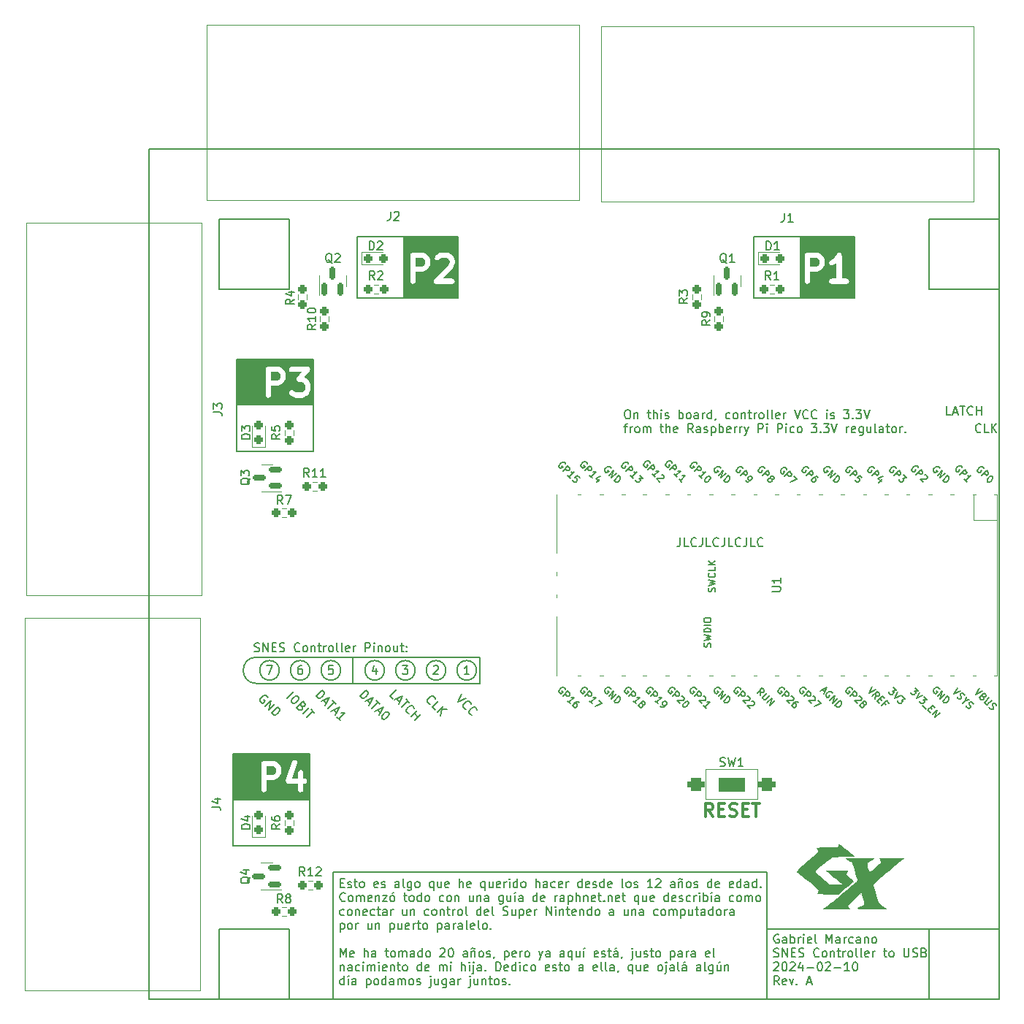
<source format=gto>
%TF.GenerationSoftware,KiCad,Pcbnew,7.0.9*%
%TF.CreationDate,2024-02-10T00:43:50-08:00*%
%TF.ProjectId,snes_controllers_to_usb,736e6573-5f63-46f6-9e74-726f6c6c6572,A*%
%TF.SameCoordinates,Original*%
%TF.FileFunction,Legend,Top*%
%TF.FilePolarity,Positive*%
%FSLAX46Y46*%
G04 Gerber Fmt 4.6, Leading zero omitted, Abs format (unit mm)*
G04 Created by KiCad (PCBNEW 7.0.9) date 2024-02-10 00:43:50*
%MOMM*%
%LPD*%
G01*
G04 APERTURE LIST*
G04 Aperture macros list*
%AMRoundRect*
0 Rectangle with rounded corners*
0 $1 Rounding radius*
0 $2 $3 $4 $5 $6 $7 $8 $9 X,Y pos of 4 corners*
0 Add a 4 corners polygon primitive as box body*
4,1,4,$2,$3,$4,$5,$6,$7,$8,$9,$2,$3,0*
0 Add four circle primitives for the rounded corners*
1,1,$1+$1,$2,$3*
1,1,$1+$1,$4,$5*
1,1,$1+$1,$6,$7*
1,1,$1+$1,$8,$9*
0 Add four rect primitives between the rounded corners*
20,1,$1+$1,$2,$3,$4,$5,0*
20,1,$1+$1,$4,$5,$6,$7,0*
20,1,$1+$1,$6,$7,$8,$9,0*
20,1,$1+$1,$8,$9,$2,$3,0*%
G04 Aperture macros list end*
%ADD10C,0.150000*%
%ADD11C,0.300000*%
%ADD12C,0.600000*%
%ADD13C,0.120000*%
%ADD14C,0.800000*%
%ADD15C,6.400000*%
%ADD16RoundRect,0.237500X0.237500X-0.250000X0.237500X0.250000X-0.237500X0.250000X-0.237500X-0.250000X0*%
%ADD17RoundRect,0.237500X0.250000X0.237500X-0.250000X0.237500X-0.250000X-0.237500X0.250000X-0.237500X0*%
%ADD18RoundRect,0.150000X0.587500X0.150000X-0.587500X0.150000X-0.587500X-0.150000X0.587500X-0.150000X0*%
%ADD19RoundRect,0.237500X-0.237500X0.250000X-0.237500X-0.250000X0.237500X-0.250000X0.237500X0.250000X0*%
%ADD20C,2.924000*%
%ADD21RoundRect,0.237500X0.237500X-0.287500X0.237500X0.287500X-0.237500X0.287500X-0.237500X-0.287500X0*%
%ADD22RoundRect,0.237500X-0.250000X-0.237500X0.250000X-0.237500X0.250000X0.237500X-0.250000X0.237500X0*%
%ADD23O,1.800000X1.800000*%
%ADD24O,1.500000X1.500000*%
%ADD25O,1.700000X1.700000*%
%ADD26R,1.700000X3.500000*%
%ADD27R,1.700000X1.700000*%
%ADD28RoundRect,0.375000X-0.625000X-0.375000X0.625000X-0.375000X0.625000X0.375000X-0.625000X0.375000X0*%
%ADD29RoundRect,0.150000X0.150000X-0.587500X0.150000X0.587500X-0.150000X0.587500X-0.150000X-0.587500X0*%
%ADD30RoundRect,0.237500X-0.287500X-0.237500X0.287500X-0.237500X0.287500X0.237500X-0.287500X0.237500X0*%
G04 APERTURE END LIST*
D10*
X121158000Y-116332000D02*
X95250000Y-116332000D01*
X90932000Y-147828000D02*
X99060000Y-147828000D01*
X99060000Y-155956000D01*
X90932000Y-155956000D01*
X90932000Y-147828000D01*
X92964000Y-81788000D02*
X101854000Y-81788000D01*
X101854000Y-92456000D01*
X92964000Y-92456000D01*
X92964000Y-81788000D01*
X92583000Y-127508000D02*
X101473000Y-127508000D01*
X101473000Y-138176000D01*
X92583000Y-138176000D01*
X92583000Y-127508000D01*
X117213923Y-117856000D02*
G75*
G03*
X117213923Y-117856000I-1135923J0D01*
G01*
X92583000Y-127508000D02*
X101473000Y-127508000D01*
X101473000Y-132842000D01*
X92583000Y-132842000D01*
X92583000Y-127508000D01*
X90932000Y-65532000D02*
X99060000Y-65532000D01*
X99060000Y-73660000D01*
X90932000Y-73660000D01*
X90932000Y-65532000D01*
X101465923Y-117856000D02*
G75*
G03*
X101465923Y-117856000I-1135923J0D01*
G01*
X173228000Y-65532000D02*
X181356000Y-65532000D01*
X181356000Y-73660000D01*
X173228000Y-73660000D01*
X173228000Y-65532000D01*
X95250000Y-116332000D02*
G75*
G03*
X95250000Y-119380000I0J-1524000D01*
G01*
X105021923Y-117856000D02*
G75*
G03*
X105021923Y-117856000I-1135923J0D01*
G01*
X104140000Y-141224000D02*
X154432000Y-141224000D01*
X154432000Y-155956000D01*
X104140000Y-155956000D01*
X104140000Y-141224000D01*
X120769923Y-117856000D02*
G75*
G03*
X120769923Y-117856000I-1135923J0D01*
G01*
X110101923Y-117856000D02*
G75*
G03*
X110101923Y-117856000I-1135923J0D01*
G01*
X95250000Y-119380000D02*
X121158000Y-119380000D01*
X152908000Y-67564000D02*
X164592000Y-67564000D01*
X164592000Y-74676000D01*
X152908000Y-74676000D01*
X152908000Y-67564000D01*
X173228000Y-147828000D02*
X173228000Y-155956000D01*
X106426000Y-119380000D02*
X106426000Y-116332000D01*
X82804000Y-57404000D02*
X181356000Y-57404000D01*
X181356000Y-155956000D01*
X82804000Y-155956000D01*
X82804000Y-57404000D01*
X113657923Y-117856000D02*
G75*
G03*
X113657923Y-117856000I-1135923J0D01*
G01*
X121158000Y-119380000D02*
X121158000Y-116332000D01*
X154432000Y-147828000D02*
X181356000Y-147828000D01*
X181356000Y-155956000D01*
X154432000Y-155956000D01*
X154432000Y-147828000D01*
X97909923Y-117856000D02*
G75*
G03*
X97909923Y-117856000I-1135923J0D01*
G01*
X106934000Y-67564000D02*
X118618000Y-67564000D01*
X118618000Y-74676000D01*
X106934000Y-74676000D01*
X106934000Y-67564000D01*
X107247016Y-120844227D02*
X107954123Y-120137120D01*
X107954123Y-120137120D02*
X108122482Y-120305479D01*
X108122482Y-120305479D02*
X108189825Y-120440166D01*
X108189825Y-120440166D02*
X108189825Y-120574853D01*
X108189825Y-120574853D02*
X108156153Y-120675868D01*
X108156153Y-120675868D02*
X108055138Y-120844227D01*
X108055138Y-120844227D02*
X107954123Y-120945242D01*
X107954123Y-120945242D02*
X107785764Y-121046258D01*
X107785764Y-121046258D02*
X107684749Y-121079930D01*
X107684749Y-121079930D02*
X107550062Y-121079930D01*
X107550062Y-121079930D02*
X107415375Y-121012586D01*
X107415375Y-121012586D02*
X107247016Y-120844227D01*
X108122482Y-121315632D02*
X108459199Y-121652349D01*
X107853108Y-121450319D02*
X108795917Y-120978914D01*
X108795917Y-120978914D02*
X108324512Y-121921723D01*
X109166306Y-121349304D02*
X109570367Y-121753365D01*
X108661230Y-122258441D02*
X109368336Y-121551334D01*
X109267321Y-122460472D02*
X109604039Y-122797189D01*
X108997947Y-122595159D02*
X109940756Y-122123754D01*
X109940756Y-122123754D02*
X109469352Y-123066563D01*
X110546848Y-122729846D02*
X110614191Y-122797189D01*
X110614191Y-122797189D02*
X110647863Y-122898204D01*
X110647863Y-122898204D02*
X110647863Y-122965548D01*
X110647863Y-122965548D02*
X110614191Y-123066563D01*
X110614191Y-123066563D02*
X110513176Y-123234922D01*
X110513176Y-123234922D02*
X110344817Y-123403281D01*
X110344817Y-123403281D02*
X110176459Y-123504296D01*
X110176459Y-123504296D02*
X110075443Y-123537968D01*
X110075443Y-123537968D02*
X110008100Y-123537968D01*
X110008100Y-123537968D02*
X109907085Y-123504296D01*
X109907085Y-123504296D02*
X109839741Y-123436952D01*
X109839741Y-123436952D02*
X109806069Y-123335937D01*
X109806069Y-123335937D02*
X109806069Y-123268594D01*
X109806069Y-123268594D02*
X109839741Y-123167578D01*
X109839741Y-123167578D02*
X109940756Y-122999220D01*
X109940756Y-122999220D02*
X110109115Y-122830861D01*
X110109115Y-122830861D02*
X110277474Y-122729846D01*
X110277474Y-122729846D02*
X110378489Y-122696174D01*
X110378489Y-122696174D02*
X110445833Y-122696174D01*
X110445833Y-122696174D02*
X110546848Y-122729846D01*
D11*
X148189428Y-134790328D02*
X147689428Y-134076042D01*
X147332285Y-134790328D02*
X147332285Y-133290328D01*
X147332285Y-133290328D02*
X147903714Y-133290328D01*
X147903714Y-133290328D02*
X148046571Y-133361757D01*
X148046571Y-133361757D02*
X148118000Y-133433185D01*
X148118000Y-133433185D02*
X148189428Y-133576042D01*
X148189428Y-133576042D02*
X148189428Y-133790328D01*
X148189428Y-133790328D02*
X148118000Y-133933185D01*
X148118000Y-133933185D02*
X148046571Y-134004614D01*
X148046571Y-134004614D02*
X147903714Y-134076042D01*
X147903714Y-134076042D02*
X147332285Y-134076042D01*
X148832285Y-134004614D02*
X149332285Y-134004614D01*
X149546571Y-134790328D02*
X148832285Y-134790328D01*
X148832285Y-134790328D02*
X148832285Y-133290328D01*
X148832285Y-133290328D02*
X149546571Y-133290328D01*
X150118000Y-134718900D02*
X150332286Y-134790328D01*
X150332286Y-134790328D02*
X150689428Y-134790328D01*
X150689428Y-134790328D02*
X150832286Y-134718900D01*
X150832286Y-134718900D02*
X150903714Y-134647471D01*
X150903714Y-134647471D02*
X150975143Y-134504614D01*
X150975143Y-134504614D02*
X150975143Y-134361757D01*
X150975143Y-134361757D02*
X150903714Y-134218900D01*
X150903714Y-134218900D02*
X150832286Y-134147471D01*
X150832286Y-134147471D02*
X150689428Y-134076042D01*
X150689428Y-134076042D02*
X150403714Y-134004614D01*
X150403714Y-134004614D02*
X150260857Y-133933185D01*
X150260857Y-133933185D02*
X150189428Y-133861757D01*
X150189428Y-133861757D02*
X150118000Y-133718900D01*
X150118000Y-133718900D02*
X150118000Y-133576042D01*
X150118000Y-133576042D02*
X150189428Y-133433185D01*
X150189428Y-133433185D02*
X150260857Y-133361757D01*
X150260857Y-133361757D02*
X150403714Y-133290328D01*
X150403714Y-133290328D02*
X150760857Y-133290328D01*
X150760857Y-133290328D02*
X150975143Y-133361757D01*
X151617999Y-134004614D02*
X152117999Y-134004614D01*
X152332285Y-134790328D02*
X151617999Y-134790328D01*
X151617999Y-134790328D02*
X151617999Y-133290328D01*
X151617999Y-133290328D02*
X152332285Y-133290328D01*
X152760857Y-133290328D02*
X153618000Y-133290328D01*
X153189428Y-134790328D02*
X153189428Y-133290328D01*
D12*
G36*
X97355885Y-129071070D02*
G01*
X97429894Y-129145079D01*
X97519307Y-129323905D01*
X97519307Y-129610837D01*
X97429894Y-129789663D01*
X97355885Y-129863671D01*
X97177058Y-129953085D01*
X96405021Y-129953085D01*
X96405021Y-128981657D01*
X97177058Y-128981657D01*
X97355885Y-129071070D01*
G37*
G36*
X101546598Y-132408948D02*
G01*
X95376450Y-132408948D01*
X95376450Y-131681657D01*
X95805021Y-131681657D01*
X95825279Y-131790029D01*
X95883318Y-131883766D01*
X95971299Y-131950206D01*
X96077340Y-131980377D01*
X96187120Y-131970205D01*
X96285811Y-131921062D01*
X96360086Y-131839587D01*
X96399913Y-131736782D01*
X96405021Y-131681657D01*
X96405021Y-130696005D01*
X98662507Y-130696005D01*
X98670441Y-130729490D01*
X98673616Y-130763756D01*
X98683047Y-130782697D01*
X98687926Y-130803286D01*
X98707421Y-130831645D01*
X98722759Y-130862447D01*
X98738393Y-130876699D01*
X98750381Y-130894138D01*
X98778804Y-130913539D01*
X98804234Y-130936722D01*
X98823965Y-130944366D01*
X98841440Y-130956294D01*
X98874949Y-130964117D01*
X98907039Y-130976549D01*
X98942119Y-130979799D01*
X98948803Y-130981360D01*
X98952827Y-130980791D01*
X98962164Y-130981657D01*
X100090736Y-130981657D01*
X100090736Y-131681657D01*
X100110994Y-131790029D01*
X100169033Y-131883766D01*
X100257014Y-131950206D01*
X100363055Y-131980377D01*
X100472835Y-131970205D01*
X100571526Y-131921062D01*
X100645801Y-131839587D01*
X100685628Y-131736782D01*
X100690736Y-131681657D01*
X100690736Y-130981657D01*
X100819307Y-130981657D01*
X100927679Y-130961399D01*
X101021416Y-130903360D01*
X101087856Y-130815379D01*
X101118027Y-130709338D01*
X101107855Y-130599558D01*
X101058712Y-130500867D01*
X100977237Y-130426592D01*
X100874432Y-130386765D01*
X100819307Y-130381657D01*
X100690736Y-130381657D01*
X100690736Y-129681657D01*
X100670478Y-129573285D01*
X100612439Y-129479548D01*
X100524458Y-129413108D01*
X100418417Y-129382937D01*
X100308637Y-129393109D01*
X100209946Y-129442252D01*
X100135671Y-129523727D01*
X100095844Y-129626532D01*
X100090736Y-129681657D01*
X100090736Y-130381657D01*
X99378392Y-130381657D01*
X99961055Y-128633668D01*
X99976107Y-128524451D01*
X99950689Y-128417171D01*
X99888233Y-128326318D01*
X99797174Y-128264163D01*
X99689811Y-128239097D01*
X99580644Y-128254509D01*
X99484416Y-128308316D01*
X99414123Y-128393250D01*
X99391845Y-128443931D01*
X98677559Y-130586789D01*
X98672860Y-130620879D01*
X98663444Y-130653976D01*
X98665395Y-130675042D01*
X98662507Y-130696005D01*
X96405021Y-130696005D01*
X96405021Y-130553085D01*
X97247878Y-130553085D01*
X97288905Y-130545415D01*
X97330452Y-130541497D01*
X97349464Y-130534095D01*
X97356250Y-130532827D01*
X97362223Y-130529128D01*
X97382042Y-130521413D01*
X97667757Y-130378556D01*
X97684228Y-130366074D01*
X97703134Y-130357727D01*
X97745725Y-130322360D01*
X97888582Y-130179503D01*
X97900260Y-130162454D01*
X97915557Y-130148556D01*
X97944778Y-130101535D01*
X98087635Y-129815821D01*
X98099122Y-129775699D01*
X98114199Y-129736782D01*
X98116081Y-129716465D01*
X98117981Y-129709831D01*
X98117344Y-129702836D01*
X98119307Y-129681657D01*
X98119307Y-129253085D01*
X98111638Y-129212062D01*
X98107719Y-129170511D01*
X98100317Y-129151498D01*
X98099049Y-129144713D01*
X98095350Y-129138739D01*
X98087635Y-129118921D01*
X97944778Y-128833207D01*
X97932296Y-128816735D01*
X97923949Y-128797830D01*
X97888582Y-128755239D01*
X97745725Y-128612382D01*
X97728676Y-128600703D01*
X97714778Y-128585407D01*
X97667757Y-128556186D01*
X97382042Y-128413329D01*
X97341921Y-128401842D01*
X97303003Y-128386765D01*
X97282684Y-128384882D01*
X97276051Y-128382983D01*
X97269056Y-128383619D01*
X97247878Y-128381657D01*
X96105021Y-128381657D01*
X96064236Y-128389280D01*
X96022922Y-128393109D01*
X96010399Y-128399344D01*
X95996649Y-128401915D01*
X95961369Y-128423758D01*
X95924231Y-128442252D01*
X95914808Y-128452588D01*
X95902912Y-128459954D01*
X95877904Y-128493068D01*
X95849956Y-128523727D01*
X95844902Y-128536770D01*
X95836472Y-128547935D01*
X95825117Y-128587842D01*
X95810129Y-128626532D01*
X95808206Y-128647278D01*
X95806301Y-128653976D01*
X95806943Y-128660909D01*
X95805021Y-128681657D01*
X95805021Y-131681657D01*
X95376450Y-131681657D01*
X95376450Y-127810526D01*
X101546598Y-127810526D01*
X101546598Y-132408948D01*
G37*
D10*
X111122898Y-121164109D02*
X110786180Y-120827392D01*
X110786180Y-120827392D02*
X111493287Y-120120285D01*
X111526959Y-121164109D02*
X111863677Y-121500827D01*
X111257585Y-121298796D02*
X112200394Y-120827392D01*
X112200394Y-120827392D02*
X111728990Y-121770201D01*
X112570784Y-121197781D02*
X112974845Y-121601842D01*
X112065707Y-122106919D02*
X112772814Y-121399812D01*
X112974845Y-122881369D02*
X112907501Y-122881369D01*
X112907501Y-122881369D02*
X112772814Y-122814025D01*
X112772814Y-122814025D02*
X112705471Y-122746682D01*
X112705471Y-122746682D02*
X112638127Y-122611995D01*
X112638127Y-122611995D02*
X112638127Y-122477308D01*
X112638127Y-122477308D02*
X112671799Y-122376293D01*
X112671799Y-122376293D02*
X112772814Y-122207934D01*
X112772814Y-122207934D02*
X112873829Y-122106919D01*
X112873829Y-122106919D02*
X113042188Y-122005903D01*
X113042188Y-122005903D02*
X113143203Y-121972232D01*
X113143203Y-121972232D02*
X113277890Y-121972232D01*
X113277890Y-121972232D02*
X113412577Y-122039575D01*
X113412577Y-122039575D02*
X113479921Y-122106919D01*
X113479921Y-122106919D02*
X113547264Y-122241606D01*
X113547264Y-122241606D02*
X113547264Y-122308949D01*
X113210547Y-123251758D02*
X113917654Y-122544651D01*
X113580936Y-122881369D02*
X113984997Y-123285430D01*
X113614608Y-123655819D02*
X114321715Y-122948712D01*
X102167016Y-120844227D02*
X102874123Y-120137120D01*
X102874123Y-120137120D02*
X103042482Y-120305479D01*
X103042482Y-120305479D02*
X103109825Y-120440166D01*
X103109825Y-120440166D02*
X103109825Y-120574853D01*
X103109825Y-120574853D02*
X103076153Y-120675868D01*
X103076153Y-120675868D02*
X102975138Y-120844227D01*
X102975138Y-120844227D02*
X102874123Y-120945242D01*
X102874123Y-120945242D02*
X102705764Y-121046258D01*
X102705764Y-121046258D02*
X102604749Y-121079930D01*
X102604749Y-121079930D02*
X102470062Y-121079930D01*
X102470062Y-121079930D02*
X102335375Y-121012586D01*
X102335375Y-121012586D02*
X102167016Y-120844227D01*
X103042482Y-121315632D02*
X103379199Y-121652349D01*
X102773108Y-121450319D02*
X103715917Y-120978914D01*
X103715917Y-120978914D02*
X103244512Y-121921723D01*
X104086306Y-121349304D02*
X104490367Y-121753365D01*
X103581230Y-122258441D02*
X104288336Y-121551334D01*
X104187321Y-122460472D02*
X104524039Y-122797189D01*
X103917947Y-122595159D02*
X104860756Y-122123754D01*
X104860756Y-122123754D02*
X104389352Y-123066563D01*
X104995443Y-123672655D02*
X104591382Y-123268594D01*
X104793413Y-123470624D02*
X105500520Y-122763517D01*
X105500520Y-122763517D02*
X105332161Y-122797189D01*
X105332161Y-122797189D02*
X105197474Y-122797189D01*
X105197474Y-122797189D02*
X105096459Y-122763517D01*
X115402840Y-121753365D02*
X115335497Y-121753365D01*
X115335497Y-121753365D02*
X115200810Y-121686021D01*
X115200810Y-121686021D02*
X115133466Y-121618678D01*
X115133466Y-121618678D02*
X115066123Y-121483991D01*
X115066123Y-121483991D02*
X115066123Y-121349304D01*
X115066123Y-121349304D02*
X115099795Y-121248288D01*
X115099795Y-121248288D02*
X115200810Y-121079930D01*
X115200810Y-121079930D02*
X115301825Y-120978914D01*
X115301825Y-120978914D02*
X115470184Y-120877899D01*
X115470184Y-120877899D02*
X115571199Y-120844227D01*
X115571199Y-120844227D02*
X115705886Y-120844227D01*
X115705886Y-120844227D02*
X115840573Y-120911571D01*
X115840573Y-120911571D02*
X115907917Y-120978914D01*
X115907917Y-120978914D02*
X115975260Y-121113601D01*
X115975260Y-121113601D02*
X115975260Y-121180945D01*
X115975260Y-122460471D02*
X115638543Y-122123754D01*
X115638543Y-122123754D02*
X116345649Y-121416647D01*
X116210963Y-122696174D02*
X116918069Y-121989067D01*
X116615024Y-123100235D02*
X116716039Y-122393128D01*
X117322130Y-122393128D02*
X116514008Y-122393128D01*
X95031160Y-115646200D02*
X95174017Y-115693819D01*
X95174017Y-115693819D02*
X95412112Y-115693819D01*
X95412112Y-115693819D02*
X95507350Y-115646200D01*
X95507350Y-115646200D02*
X95554969Y-115598580D01*
X95554969Y-115598580D02*
X95602588Y-115503342D01*
X95602588Y-115503342D02*
X95602588Y-115408104D01*
X95602588Y-115408104D02*
X95554969Y-115312866D01*
X95554969Y-115312866D02*
X95507350Y-115265247D01*
X95507350Y-115265247D02*
X95412112Y-115217628D01*
X95412112Y-115217628D02*
X95221636Y-115170009D01*
X95221636Y-115170009D02*
X95126398Y-115122390D01*
X95126398Y-115122390D02*
X95078779Y-115074771D01*
X95078779Y-115074771D02*
X95031160Y-114979533D01*
X95031160Y-114979533D02*
X95031160Y-114884295D01*
X95031160Y-114884295D02*
X95078779Y-114789057D01*
X95078779Y-114789057D02*
X95126398Y-114741438D01*
X95126398Y-114741438D02*
X95221636Y-114693819D01*
X95221636Y-114693819D02*
X95459731Y-114693819D01*
X95459731Y-114693819D02*
X95602588Y-114741438D01*
X96031160Y-115693819D02*
X96031160Y-114693819D01*
X96031160Y-114693819D02*
X96602588Y-115693819D01*
X96602588Y-115693819D02*
X96602588Y-114693819D01*
X97078779Y-115170009D02*
X97412112Y-115170009D01*
X97554969Y-115693819D02*
X97078779Y-115693819D01*
X97078779Y-115693819D02*
X97078779Y-114693819D01*
X97078779Y-114693819D02*
X97554969Y-114693819D01*
X97935922Y-115646200D02*
X98078779Y-115693819D01*
X98078779Y-115693819D02*
X98316874Y-115693819D01*
X98316874Y-115693819D02*
X98412112Y-115646200D01*
X98412112Y-115646200D02*
X98459731Y-115598580D01*
X98459731Y-115598580D02*
X98507350Y-115503342D01*
X98507350Y-115503342D02*
X98507350Y-115408104D01*
X98507350Y-115408104D02*
X98459731Y-115312866D01*
X98459731Y-115312866D02*
X98412112Y-115265247D01*
X98412112Y-115265247D02*
X98316874Y-115217628D01*
X98316874Y-115217628D02*
X98126398Y-115170009D01*
X98126398Y-115170009D02*
X98031160Y-115122390D01*
X98031160Y-115122390D02*
X97983541Y-115074771D01*
X97983541Y-115074771D02*
X97935922Y-114979533D01*
X97935922Y-114979533D02*
X97935922Y-114884295D01*
X97935922Y-114884295D02*
X97983541Y-114789057D01*
X97983541Y-114789057D02*
X98031160Y-114741438D01*
X98031160Y-114741438D02*
X98126398Y-114693819D01*
X98126398Y-114693819D02*
X98364493Y-114693819D01*
X98364493Y-114693819D02*
X98507350Y-114741438D01*
X100269255Y-115598580D02*
X100221636Y-115646200D01*
X100221636Y-115646200D02*
X100078779Y-115693819D01*
X100078779Y-115693819D02*
X99983541Y-115693819D01*
X99983541Y-115693819D02*
X99840684Y-115646200D01*
X99840684Y-115646200D02*
X99745446Y-115550961D01*
X99745446Y-115550961D02*
X99697827Y-115455723D01*
X99697827Y-115455723D02*
X99650208Y-115265247D01*
X99650208Y-115265247D02*
X99650208Y-115122390D01*
X99650208Y-115122390D02*
X99697827Y-114931914D01*
X99697827Y-114931914D02*
X99745446Y-114836676D01*
X99745446Y-114836676D02*
X99840684Y-114741438D01*
X99840684Y-114741438D02*
X99983541Y-114693819D01*
X99983541Y-114693819D02*
X100078779Y-114693819D01*
X100078779Y-114693819D02*
X100221636Y-114741438D01*
X100221636Y-114741438D02*
X100269255Y-114789057D01*
X100840684Y-115693819D02*
X100745446Y-115646200D01*
X100745446Y-115646200D02*
X100697827Y-115598580D01*
X100697827Y-115598580D02*
X100650208Y-115503342D01*
X100650208Y-115503342D02*
X100650208Y-115217628D01*
X100650208Y-115217628D02*
X100697827Y-115122390D01*
X100697827Y-115122390D02*
X100745446Y-115074771D01*
X100745446Y-115074771D02*
X100840684Y-115027152D01*
X100840684Y-115027152D02*
X100983541Y-115027152D01*
X100983541Y-115027152D02*
X101078779Y-115074771D01*
X101078779Y-115074771D02*
X101126398Y-115122390D01*
X101126398Y-115122390D02*
X101174017Y-115217628D01*
X101174017Y-115217628D02*
X101174017Y-115503342D01*
X101174017Y-115503342D02*
X101126398Y-115598580D01*
X101126398Y-115598580D02*
X101078779Y-115646200D01*
X101078779Y-115646200D02*
X100983541Y-115693819D01*
X100983541Y-115693819D02*
X100840684Y-115693819D01*
X101602589Y-115027152D02*
X101602589Y-115693819D01*
X101602589Y-115122390D02*
X101650208Y-115074771D01*
X101650208Y-115074771D02*
X101745446Y-115027152D01*
X101745446Y-115027152D02*
X101888303Y-115027152D01*
X101888303Y-115027152D02*
X101983541Y-115074771D01*
X101983541Y-115074771D02*
X102031160Y-115170009D01*
X102031160Y-115170009D02*
X102031160Y-115693819D01*
X102364494Y-115027152D02*
X102745446Y-115027152D01*
X102507351Y-114693819D02*
X102507351Y-115550961D01*
X102507351Y-115550961D02*
X102554970Y-115646200D01*
X102554970Y-115646200D02*
X102650208Y-115693819D01*
X102650208Y-115693819D02*
X102745446Y-115693819D01*
X103078780Y-115693819D02*
X103078780Y-115027152D01*
X103078780Y-115217628D02*
X103126399Y-115122390D01*
X103126399Y-115122390D02*
X103174018Y-115074771D01*
X103174018Y-115074771D02*
X103269256Y-115027152D01*
X103269256Y-115027152D02*
X103364494Y-115027152D01*
X103840685Y-115693819D02*
X103745447Y-115646200D01*
X103745447Y-115646200D02*
X103697828Y-115598580D01*
X103697828Y-115598580D02*
X103650209Y-115503342D01*
X103650209Y-115503342D02*
X103650209Y-115217628D01*
X103650209Y-115217628D02*
X103697828Y-115122390D01*
X103697828Y-115122390D02*
X103745447Y-115074771D01*
X103745447Y-115074771D02*
X103840685Y-115027152D01*
X103840685Y-115027152D02*
X103983542Y-115027152D01*
X103983542Y-115027152D02*
X104078780Y-115074771D01*
X104078780Y-115074771D02*
X104126399Y-115122390D01*
X104126399Y-115122390D02*
X104174018Y-115217628D01*
X104174018Y-115217628D02*
X104174018Y-115503342D01*
X104174018Y-115503342D02*
X104126399Y-115598580D01*
X104126399Y-115598580D02*
X104078780Y-115646200D01*
X104078780Y-115646200D02*
X103983542Y-115693819D01*
X103983542Y-115693819D02*
X103840685Y-115693819D01*
X104745447Y-115693819D02*
X104650209Y-115646200D01*
X104650209Y-115646200D02*
X104602590Y-115550961D01*
X104602590Y-115550961D02*
X104602590Y-114693819D01*
X105269257Y-115693819D02*
X105174019Y-115646200D01*
X105174019Y-115646200D02*
X105126400Y-115550961D01*
X105126400Y-115550961D02*
X105126400Y-114693819D01*
X106031162Y-115646200D02*
X105935924Y-115693819D01*
X105935924Y-115693819D02*
X105745448Y-115693819D01*
X105745448Y-115693819D02*
X105650210Y-115646200D01*
X105650210Y-115646200D02*
X105602591Y-115550961D01*
X105602591Y-115550961D02*
X105602591Y-115170009D01*
X105602591Y-115170009D02*
X105650210Y-115074771D01*
X105650210Y-115074771D02*
X105745448Y-115027152D01*
X105745448Y-115027152D02*
X105935924Y-115027152D01*
X105935924Y-115027152D02*
X106031162Y-115074771D01*
X106031162Y-115074771D02*
X106078781Y-115170009D01*
X106078781Y-115170009D02*
X106078781Y-115265247D01*
X106078781Y-115265247D02*
X105602591Y-115360485D01*
X106507353Y-115693819D02*
X106507353Y-115027152D01*
X106507353Y-115217628D02*
X106554972Y-115122390D01*
X106554972Y-115122390D02*
X106602591Y-115074771D01*
X106602591Y-115074771D02*
X106697829Y-115027152D01*
X106697829Y-115027152D02*
X106793067Y-115027152D01*
X107888306Y-115693819D02*
X107888306Y-114693819D01*
X107888306Y-114693819D02*
X108269258Y-114693819D01*
X108269258Y-114693819D02*
X108364496Y-114741438D01*
X108364496Y-114741438D02*
X108412115Y-114789057D01*
X108412115Y-114789057D02*
X108459734Y-114884295D01*
X108459734Y-114884295D02*
X108459734Y-115027152D01*
X108459734Y-115027152D02*
X108412115Y-115122390D01*
X108412115Y-115122390D02*
X108364496Y-115170009D01*
X108364496Y-115170009D02*
X108269258Y-115217628D01*
X108269258Y-115217628D02*
X107888306Y-115217628D01*
X108888306Y-115693819D02*
X108888306Y-115027152D01*
X108888306Y-114693819D02*
X108840687Y-114741438D01*
X108840687Y-114741438D02*
X108888306Y-114789057D01*
X108888306Y-114789057D02*
X108935925Y-114741438D01*
X108935925Y-114741438D02*
X108888306Y-114693819D01*
X108888306Y-114693819D02*
X108888306Y-114789057D01*
X109364496Y-115027152D02*
X109364496Y-115693819D01*
X109364496Y-115122390D02*
X109412115Y-115074771D01*
X109412115Y-115074771D02*
X109507353Y-115027152D01*
X109507353Y-115027152D02*
X109650210Y-115027152D01*
X109650210Y-115027152D02*
X109745448Y-115074771D01*
X109745448Y-115074771D02*
X109793067Y-115170009D01*
X109793067Y-115170009D02*
X109793067Y-115693819D01*
X110412115Y-115693819D02*
X110316877Y-115646200D01*
X110316877Y-115646200D02*
X110269258Y-115598580D01*
X110269258Y-115598580D02*
X110221639Y-115503342D01*
X110221639Y-115503342D02*
X110221639Y-115217628D01*
X110221639Y-115217628D02*
X110269258Y-115122390D01*
X110269258Y-115122390D02*
X110316877Y-115074771D01*
X110316877Y-115074771D02*
X110412115Y-115027152D01*
X110412115Y-115027152D02*
X110554972Y-115027152D01*
X110554972Y-115027152D02*
X110650210Y-115074771D01*
X110650210Y-115074771D02*
X110697829Y-115122390D01*
X110697829Y-115122390D02*
X110745448Y-115217628D01*
X110745448Y-115217628D02*
X110745448Y-115503342D01*
X110745448Y-115503342D02*
X110697829Y-115598580D01*
X110697829Y-115598580D02*
X110650210Y-115646200D01*
X110650210Y-115646200D02*
X110554972Y-115693819D01*
X110554972Y-115693819D02*
X110412115Y-115693819D01*
X111602591Y-115027152D02*
X111602591Y-115693819D01*
X111174020Y-115027152D02*
X111174020Y-115550961D01*
X111174020Y-115550961D02*
X111221639Y-115646200D01*
X111221639Y-115646200D02*
X111316877Y-115693819D01*
X111316877Y-115693819D02*
X111459734Y-115693819D01*
X111459734Y-115693819D02*
X111554972Y-115646200D01*
X111554972Y-115646200D02*
X111602591Y-115598580D01*
X111935925Y-115027152D02*
X112316877Y-115027152D01*
X112078782Y-114693819D02*
X112078782Y-115550961D01*
X112078782Y-115550961D02*
X112126401Y-115646200D01*
X112126401Y-115646200D02*
X112221639Y-115693819D01*
X112221639Y-115693819D02*
X112316877Y-115693819D01*
X112650211Y-115598580D02*
X112697830Y-115646200D01*
X112697830Y-115646200D02*
X112650211Y-115693819D01*
X112650211Y-115693819D02*
X112602592Y-115646200D01*
X112602592Y-115646200D02*
X112650211Y-115598580D01*
X112650211Y-115598580D02*
X112650211Y-115693819D01*
X112650211Y-115074771D02*
X112697830Y-115122390D01*
X112697830Y-115122390D02*
X112650211Y-115170009D01*
X112650211Y-115170009D02*
X112602592Y-115122390D01*
X112602592Y-115122390D02*
X112650211Y-115074771D01*
X112650211Y-115074771D02*
X112650211Y-115170009D01*
X155800588Y-148519438D02*
X155705350Y-148471819D01*
X155705350Y-148471819D02*
X155562493Y-148471819D01*
X155562493Y-148471819D02*
X155419636Y-148519438D01*
X155419636Y-148519438D02*
X155324398Y-148614676D01*
X155324398Y-148614676D02*
X155276779Y-148709914D01*
X155276779Y-148709914D02*
X155229160Y-148900390D01*
X155229160Y-148900390D02*
X155229160Y-149043247D01*
X155229160Y-149043247D02*
X155276779Y-149233723D01*
X155276779Y-149233723D02*
X155324398Y-149328961D01*
X155324398Y-149328961D02*
X155419636Y-149424200D01*
X155419636Y-149424200D02*
X155562493Y-149471819D01*
X155562493Y-149471819D02*
X155657731Y-149471819D01*
X155657731Y-149471819D02*
X155800588Y-149424200D01*
X155800588Y-149424200D02*
X155848207Y-149376580D01*
X155848207Y-149376580D02*
X155848207Y-149043247D01*
X155848207Y-149043247D02*
X155657731Y-149043247D01*
X156705350Y-149471819D02*
X156705350Y-148948009D01*
X156705350Y-148948009D02*
X156657731Y-148852771D01*
X156657731Y-148852771D02*
X156562493Y-148805152D01*
X156562493Y-148805152D02*
X156372017Y-148805152D01*
X156372017Y-148805152D02*
X156276779Y-148852771D01*
X156705350Y-149424200D02*
X156610112Y-149471819D01*
X156610112Y-149471819D02*
X156372017Y-149471819D01*
X156372017Y-149471819D02*
X156276779Y-149424200D01*
X156276779Y-149424200D02*
X156229160Y-149328961D01*
X156229160Y-149328961D02*
X156229160Y-149233723D01*
X156229160Y-149233723D02*
X156276779Y-149138485D01*
X156276779Y-149138485D02*
X156372017Y-149090866D01*
X156372017Y-149090866D02*
X156610112Y-149090866D01*
X156610112Y-149090866D02*
X156705350Y-149043247D01*
X157181541Y-149471819D02*
X157181541Y-148471819D01*
X157181541Y-148852771D02*
X157276779Y-148805152D01*
X157276779Y-148805152D02*
X157467255Y-148805152D01*
X157467255Y-148805152D02*
X157562493Y-148852771D01*
X157562493Y-148852771D02*
X157610112Y-148900390D01*
X157610112Y-148900390D02*
X157657731Y-148995628D01*
X157657731Y-148995628D02*
X157657731Y-149281342D01*
X157657731Y-149281342D02*
X157610112Y-149376580D01*
X157610112Y-149376580D02*
X157562493Y-149424200D01*
X157562493Y-149424200D02*
X157467255Y-149471819D01*
X157467255Y-149471819D02*
X157276779Y-149471819D01*
X157276779Y-149471819D02*
X157181541Y-149424200D01*
X158086303Y-149471819D02*
X158086303Y-148805152D01*
X158086303Y-148995628D02*
X158133922Y-148900390D01*
X158133922Y-148900390D02*
X158181541Y-148852771D01*
X158181541Y-148852771D02*
X158276779Y-148805152D01*
X158276779Y-148805152D02*
X158372017Y-148805152D01*
X158705351Y-149471819D02*
X158705351Y-148805152D01*
X158705351Y-148471819D02*
X158657732Y-148519438D01*
X158657732Y-148519438D02*
X158705351Y-148567057D01*
X158705351Y-148567057D02*
X158752970Y-148519438D01*
X158752970Y-148519438D02*
X158705351Y-148471819D01*
X158705351Y-148471819D02*
X158705351Y-148567057D01*
X159562493Y-149424200D02*
X159467255Y-149471819D01*
X159467255Y-149471819D02*
X159276779Y-149471819D01*
X159276779Y-149471819D02*
X159181541Y-149424200D01*
X159181541Y-149424200D02*
X159133922Y-149328961D01*
X159133922Y-149328961D02*
X159133922Y-148948009D01*
X159133922Y-148948009D02*
X159181541Y-148852771D01*
X159181541Y-148852771D02*
X159276779Y-148805152D01*
X159276779Y-148805152D02*
X159467255Y-148805152D01*
X159467255Y-148805152D02*
X159562493Y-148852771D01*
X159562493Y-148852771D02*
X159610112Y-148948009D01*
X159610112Y-148948009D02*
X159610112Y-149043247D01*
X159610112Y-149043247D02*
X159133922Y-149138485D01*
X160181541Y-149471819D02*
X160086303Y-149424200D01*
X160086303Y-149424200D02*
X160038684Y-149328961D01*
X160038684Y-149328961D02*
X160038684Y-148471819D01*
X161324399Y-149471819D02*
X161324399Y-148471819D01*
X161324399Y-148471819D02*
X161657732Y-149186104D01*
X161657732Y-149186104D02*
X161991065Y-148471819D01*
X161991065Y-148471819D02*
X161991065Y-149471819D01*
X162895827Y-149471819D02*
X162895827Y-148948009D01*
X162895827Y-148948009D02*
X162848208Y-148852771D01*
X162848208Y-148852771D02*
X162752970Y-148805152D01*
X162752970Y-148805152D02*
X162562494Y-148805152D01*
X162562494Y-148805152D02*
X162467256Y-148852771D01*
X162895827Y-149424200D02*
X162800589Y-149471819D01*
X162800589Y-149471819D02*
X162562494Y-149471819D01*
X162562494Y-149471819D02*
X162467256Y-149424200D01*
X162467256Y-149424200D02*
X162419637Y-149328961D01*
X162419637Y-149328961D02*
X162419637Y-149233723D01*
X162419637Y-149233723D02*
X162467256Y-149138485D01*
X162467256Y-149138485D02*
X162562494Y-149090866D01*
X162562494Y-149090866D02*
X162800589Y-149090866D01*
X162800589Y-149090866D02*
X162895827Y-149043247D01*
X163372018Y-149471819D02*
X163372018Y-148805152D01*
X163372018Y-148995628D02*
X163419637Y-148900390D01*
X163419637Y-148900390D02*
X163467256Y-148852771D01*
X163467256Y-148852771D02*
X163562494Y-148805152D01*
X163562494Y-148805152D02*
X163657732Y-148805152D01*
X164419637Y-149424200D02*
X164324399Y-149471819D01*
X164324399Y-149471819D02*
X164133923Y-149471819D01*
X164133923Y-149471819D02*
X164038685Y-149424200D01*
X164038685Y-149424200D02*
X163991066Y-149376580D01*
X163991066Y-149376580D02*
X163943447Y-149281342D01*
X163943447Y-149281342D02*
X163943447Y-148995628D01*
X163943447Y-148995628D02*
X163991066Y-148900390D01*
X163991066Y-148900390D02*
X164038685Y-148852771D01*
X164038685Y-148852771D02*
X164133923Y-148805152D01*
X164133923Y-148805152D02*
X164324399Y-148805152D01*
X164324399Y-148805152D02*
X164419637Y-148852771D01*
X165276780Y-149471819D02*
X165276780Y-148948009D01*
X165276780Y-148948009D02*
X165229161Y-148852771D01*
X165229161Y-148852771D02*
X165133923Y-148805152D01*
X165133923Y-148805152D02*
X164943447Y-148805152D01*
X164943447Y-148805152D02*
X164848209Y-148852771D01*
X165276780Y-149424200D02*
X165181542Y-149471819D01*
X165181542Y-149471819D02*
X164943447Y-149471819D01*
X164943447Y-149471819D02*
X164848209Y-149424200D01*
X164848209Y-149424200D02*
X164800590Y-149328961D01*
X164800590Y-149328961D02*
X164800590Y-149233723D01*
X164800590Y-149233723D02*
X164848209Y-149138485D01*
X164848209Y-149138485D02*
X164943447Y-149090866D01*
X164943447Y-149090866D02*
X165181542Y-149090866D01*
X165181542Y-149090866D02*
X165276780Y-149043247D01*
X165752971Y-148805152D02*
X165752971Y-149471819D01*
X165752971Y-148900390D02*
X165800590Y-148852771D01*
X165800590Y-148852771D02*
X165895828Y-148805152D01*
X165895828Y-148805152D02*
X166038685Y-148805152D01*
X166038685Y-148805152D02*
X166133923Y-148852771D01*
X166133923Y-148852771D02*
X166181542Y-148948009D01*
X166181542Y-148948009D02*
X166181542Y-149471819D01*
X166800590Y-149471819D02*
X166705352Y-149424200D01*
X166705352Y-149424200D02*
X166657733Y-149376580D01*
X166657733Y-149376580D02*
X166610114Y-149281342D01*
X166610114Y-149281342D02*
X166610114Y-148995628D01*
X166610114Y-148995628D02*
X166657733Y-148900390D01*
X166657733Y-148900390D02*
X166705352Y-148852771D01*
X166705352Y-148852771D02*
X166800590Y-148805152D01*
X166800590Y-148805152D02*
X166943447Y-148805152D01*
X166943447Y-148805152D02*
X167038685Y-148852771D01*
X167038685Y-148852771D02*
X167086304Y-148900390D01*
X167086304Y-148900390D02*
X167133923Y-148995628D01*
X167133923Y-148995628D02*
X167133923Y-149281342D01*
X167133923Y-149281342D02*
X167086304Y-149376580D01*
X167086304Y-149376580D02*
X167038685Y-149424200D01*
X167038685Y-149424200D02*
X166943447Y-149471819D01*
X166943447Y-149471819D02*
X166800590Y-149471819D01*
X155229160Y-151034200D02*
X155372017Y-151081819D01*
X155372017Y-151081819D02*
X155610112Y-151081819D01*
X155610112Y-151081819D02*
X155705350Y-151034200D01*
X155705350Y-151034200D02*
X155752969Y-150986580D01*
X155752969Y-150986580D02*
X155800588Y-150891342D01*
X155800588Y-150891342D02*
X155800588Y-150796104D01*
X155800588Y-150796104D02*
X155752969Y-150700866D01*
X155752969Y-150700866D02*
X155705350Y-150653247D01*
X155705350Y-150653247D02*
X155610112Y-150605628D01*
X155610112Y-150605628D02*
X155419636Y-150558009D01*
X155419636Y-150558009D02*
X155324398Y-150510390D01*
X155324398Y-150510390D02*
X155276779Y-150462771D01*
X155276779Y-150462771D02*
X155229160Y-150367533D01*
X155229160Y-150367533D02*
X155229160Y-150272295D01*
X155229160Y-150272295D02*
X155276779Y-150177057D01*
X155276779Y-150177057D02*
X155324398Y-150129438D01*
X155324398Y-150129438D02*
X155419636Y-150081819D01*
X155419636Y-150081819D02*
X155657731Y-150081819D01*
X155657731Y-150081819D02*
X155800588Y-150129438D01*
X156229160Y-151081819D02*
X156229160Y-150081819D01*
X156229160Y-150081819D02*
X156800588Y-151081819D01*
X156800588Y-151081819D02*
X156800588Y-150081819D01*
X157276779Y-150558009D02*
X157610112Y-150558009D01*
X157752969Y-151081819D02*
X157276779Y-151081819D01*
X157276779Y-151081819D02*
X157276779Y-150081819D01*
X157276779Y-150081819D02*
X157752969Y-150081819D01*
X158133922Y-151034200D02*
X158276779Y-151081819D01*
X158276779Y-151081819D02*
X158514874Y-151081819D01*
X158514874Y-151081819D02*
X158610112Y-151034200D01*
X158610112Y-151034200D02*
X158657731Y-150986580D01*
X158657731Y-150986580D02*
X158705350Y-150891342D01*
X158705350Y-150891342D02*
X158705350Y-150796104D01*
X158705350Y-150796104D02*
X158657731Y-150700866D01*
X158657731Y-150700866D02*
X158610112Y-150653247D01*
X158610112Y-150653247D02*
X158514874Y-150605628D01*
X158514874Y-150605628D02*
X158324398Y-150558009D01*
X158324398Y-150558009D02*
X158229160Y-150510390D01*
X158229160Y-150510390D02*
X158181541Y-150462771D01*
X158181541Y-150462771D02*
X158133922Y-150367533D01*
X158133922Y-150367533D02*
X158133922Y-150272295D01*
X158133922Y-150272295D02*
X158181541Y-150177057D01*
X158181541Y-150177057D02*
X158229160Y-150129438D01*
X158229160Y-150129438D02*
X158324398Y-150081819D01*
X158324398Y-150081819D02*
X158562493Y-150081819D01*
X158562493Y-150081819D02*
X158705350Y-150129438D01*
X160467255Y-150986580D02*
X160419636Y-151034200D01*
X160419636Y-151034200D02*
X160276779Y-151081819D01*
X160276779Y-151081819D02*
X160181541Y-151081819D01*
X160181541Y-151081819D02*
X160038684Y-151034200D01*
X160038684Y-151034200D02*
X159943446Y-150938961D01*
X159943446Y-150938961D02*
X159895827Y-150843723D01*
X159895827Y-150843723D02*
X159848208Y-150653247D01*
X159848208Y-150653247D02*
X159848208Y-150510390D01*
X159848208Y-150510390D02*
X159895827Y-150319914D01*
X159895827Y-150319914D02*
X159943446Y-150224676D01*
X159943446Y-150224676D02*
X160038684Y-150129438D01*
X160038684Y-150129438D02*
X160181541Y-150081819D01*
X160181541Y-150081819D02*
X160276779Y-150081819D01*
X160276779Y-150081819D02*
X160419636Y-150129438D01*
X160419636Y-150129438D02*
X160467255Y-150177057D01*
X161038684Y-151081819D02*
X160943446Y-151034200D01*
X160943446Y-151034200D02*
X160895827Y-150986580D01*
X160895827Y-150986580D02*
X160848208Y-150891342D01*
X160848208Y-150891342D02*
X160848208Y-150605628D01*
X160848208Y-150605628D02*
X160895827Y-150510390D01*
X160895827Y-150510390D02*
X160943446Y-150462771D01*
X160943446Y-150462771D02*
X161038684Y-150415152D01*
X161038684Y-150415152D02*
X161181541Y-150415152D01*
X161181541Y-150415152D02*
X161276779Y-150462771D01*
X161276779Y-150462771D02*
X161324398Y-150510390D01*
X161324398Y-150510390D02*
X161372017Y-150605628D01*
X161372017Y-150605628D02*
X161372017Y-150891342D01*
X161372017Y-150891342D02*
X161324398Y-150986580D01*
X161324398Y-150986580D02*
X161276779Y-151034200D01*
X161276779Y-151034200D02*
X161181541Y-151081819D01*
X161181541Y-151081819D02*
X161038684Y-151081819D01*
X161800589Y-150415152D02*
X161800589Y-151081819D01*
X161800589Y-150510390D02*
X161848208Y-150462771D01*
X161848208Y-150462771D02*
X161943446Y-150415152D01*
X161943446Y-150415152D02*
X162086303Y-150415152D01*
X162086303Y-150415152D02*
X162181541Y-150462771D01*
X162181541Y-150462771D02*
X162229160Y-150558009D01*
X162229160Y-150558009D02*
X162229160Y-151081819D01*
X162562494Y-150415152D02*
X162943446Y-150415152D01*
X162705351Y-150081819D02*
X162705351Y-150938961D01*
X162705351Y-150938961D02*
X162752970Y-151034200D01*
X162752970Y-151034200D02*
X162848208Y-151081819D01*
X162848208Y-151081819D02*
X162943446Y-151081819D01*
X163276780Y-151081819D02*
X163276780Y-150415152D01*
X163276780Y-150605628D02*
X163324399Y-150510390D01*
X163324399Y-150510390D02*
X163372018Y-150462771D01*
X163372018Y-150462771D02*
X163467256Y-150415152D01*
X163467256Y-150415152D02*
X163562494Y-150415152D01*
X164038685Y-151081819D02*
X163943447Y-151034200D01*
X163943447Y-151034200D02*
X163895828Y-150986580D01*
X163895828Y-150986580D02*
X163848209Y-150891342D01*
X163848209Y-150891342D02*
X163848209Y-150605628D01*
X163848209Y-150605628D02*
X163895828Y-150510390D01*
X163895828Y-150510390D02*
X163943447Y-150462771D01*
X163943447Y-150462771D02*
X164038685Y-150415152D01*
X164038685Y-150415152D02*
X164181542Y-150415152D01*
X164181542Y-150415152D02*
X164276780Y-150462771D01*
X164276780Y-150462771D02*
X164324399Y-150510390D01*
X164324399Y-150510390D02*
X164372018Y-150605628D01*
X164372018Y-150605628D02*
X164372018Y-150891342D01*
X164372018Y-150891342D02*
X164324399Y-150986580D01*
X164324399Y-150986580D02*
X164276780Y-151034200D01*
X164276780Y-151034200D02*
X164181542Y-151081819D01*
X164181542Y-151081819D02*
X164038685Y-151081819D01*
X164943447Y-151081819D02*
X164848209Y-151034200D01*
X164848209Y-151034200D02*
X164800590Y-150938961D01*
X164800590Y-150938961D02*
X164800590Y-150081819D01*
X165467257Y-151081819D02*
X165372019Y-151034200D01*
X165372019Y-151034200D02*
X165324400Y-150938961D01*
X165324400Y-150938961D02*
X165324400Y-150081819D01*
X166229162Y-151034200D02*
X166133924Y-151081819D01*
X166133924Y-151081819D02*
X165943448Y-151081819D01*
X165943448Y-151081819D02*
X165848210Y-151034200D01*
X165848210Y-151034200D02*
X165800591Y-150938961D01*
X165800591Y-150938961D02*
X165800591Y-150558009D01*
X165800591Y-150558009D02*
X165848210Y-150462771D01*
X165848210Y-150462771D02*
X165943448Y-150415152D01*
X165943448Y-150415152D02*
X166133924Y-150415152D01*
X166133924Y-150415152D02*
X166229162Y-150462771D01*
X166229162Y-150462771D02*
X166276781Y-150558009D01*
X166276781Y-150558009D02*
X166276781Y-150653247D01*
X166276781Y-150653247D02*
X165800591Y-150748485D01*
X166705353Y-151081819D02*
X166705353Y-150415152D01*
X166705353Y-150605628D02*
X166752972Y-150510390D01*
X166752972Y-150510390D02*
X166800591Y-150462771D01*
X166800591Y-150462771D02*
X166895829Y-150415152D01*
X166895829Y-150415152D02*
X166991067Y-150415152D01*
X167943449Y-150415152D02*
X168324401Y-150415152D01*
X168086306Y-150081819D02*
X168086306Y-150938961D01*
X168086306Y-150938961D02*
X168133925Y-151034200D01*
X168133925Y-151034200D02*
X168229163Y-151081819D01*
X168229163Y-151081819D02*
X168324401Y-151081819D01*
X168800592Y-151081819D02*
X168705354Y-151034200D01*
X168705354Y-151034200D02*
X168657735Y-150986580D01*
X168657735Y-150986580D02*
X168610116Y-150891342D01*
X168610116Y-150891342D02*
X168610116Y-150605628D01*
X168610116Y-150605628D02*
X168657735Y-150510390D01*
X168657735Y-150510390D02*
X168705354Y-150462771D01*
X168705354Y-150462771D02*
X168800592Y-150415152D01*
X168800592Y-150415152D02*
X168943449Y-150415152D01*
X168943449Y-150415152D02*
X169038687Y-150462771D01*
X169038687Y-150462771D02*
X169086306Y-150510390D01*
X169086306Y-150510390D02*
X169133925Y-150605628D01*
X169133925Y-150605628D02*
X169133925Y-150891342D01*
X169133925Y-150891342D02*
X169086306Y-150986580D01*
X169086306Y-150986580D02*
X169038687Y-151034200D01*
X169038687Y-151034200D02*
X168943449Y-151081819D01*
X168943449Y-151081819D02*
X168800592Y-151081819D01*
X170324402Y-150081819D02*
X170324402Y-150891342D01*
X170324402Y-150891342D02*
X170372021Y-150986580D01*
X170372021Y-150986580D02*
X170419640Y-151034200D01*
X170419640Y-151034200D02*
X170514878Y-151081819D01*
X170514878Y-151081819D02*
X170705354Y-151081819D01*
X170705354Y-151081819D02*
X170800592Y-151034200D01*
X170800592Y-151034200D02*
X170848211Y-150986580D01*
X170848211Y-150986580D02*
X170895830Y-150891342D01*
X170895830Y-150891342D02*
X170895830Y-150081819D01*
X171324402Y-151034200D02*
X171467259Y-151081819D01*
X171467259Y-151081819D02*
X171705354Y-151081819D01*
X171705354Y-151081819D02*
X171800592Y-151034200D01*
X171800592Y-151034200D02*
X171848211Y-150986580D01*
X171848211Y-150986580D02*
X171895830Y-150891342D01*
X171895830Y-150891342D02*
X171895830Y-150796104D01*
X171895830Y-150796104D02*
X171848211Y-150700866D01*
X171848211Y-150700866D02*
X171800592Y-150653247D01*
X171800592Y-150653247D02*
X171705354Y-150605628D01*
X171705354Y-150605628D02*
X171514878Y-150558009D01*
X171514878Y-150558009D02*
X171419640Y-150510390D01*
X171419640Y-150510390D02*
X171372021Y-150462771D01*
X171372021Y-150462771D02*
X171324402Y-150367533D01*
X171324402Y-150367533D02*
X171324402Y-150272295D01*
X171324402Y-150272295D02*
X171372021Y-150177057D01*
X171372021Y-150177057D02*
X171419640Y-150129438D01*
X171419640Y-150129438D02*
X171514878Y-150081819D01*
X171514878Y-150081819D02*
X171752973Y-150081819D01*
X171752973Y-150081819D02*
X171895830Y-150129438D01*
X172657735Y-150558009D02*
X172800592Y-150605628D01*
X172800592Y-150605628D02*
X172848211Y-150653247D01*
X172848211Y-150653247D02*
X172895830Y-150748485D01*
X172895830Y-150748485D02*
X172895830Y-150891342D01*
X172895830Y-150891342D02*
X172848211Y-150986580D01*
X172848211Y-150986580D02*
X172800592Y-151034200D01*
X172800592Y-151034200D02*
X172705354Y-151081819D01*
X172705354Y-151081819D02*
X172324402Y-151081819D01*
X172324402Y-151081819D02*
X172324402Y-150081819D01*
X172324402Y-150081819D02*
X172657735Y-150081819D01*
X172657735Y-150081819D02*
X172752973Y-150129438D01*
X172752973Y-150129438D02*
X172800592Y-150177057D01*
X172800592Y-150177057D02*
X172848211Y-150272295D01*
X172848211Y-150272295D02*
X172848211Y-150367533D01*
X172848211Y-150367533D02*
X172800592Y-150462771D01*
X172800592Y-150462771D02*
X172752973Y-150510390D01*
X172752973Y-150510390D02*
X172657735Y-150558009D01*
X172657735Y-150558009D02*
X172324402Y-150558009D01*
X155229160Y-151787057D02*
X155276779Y-151739438D01*
X155276779Y-151739438D02*
X155372017Y-151691819D01*
X155372017Y-151691819D02*
X155610112Y-151691819D01*
X155610112Y-151691819D02*
X155705350Y-151739438D01*
X155705350Y-151739438D02*
X155752969Y-151787057D01*
X155752969Y-151787057D02*
X155800588Y-151882295D01*
X155800588Y-151882295D02*
X155800588Y-151977533D01*
X155800588Y-151977533D02*
X155752969Y-152120390D01*
X155752969Y-152120390D02*
X155181541Y-152691819D01*
X155181541Y-152691819D02*
X155800588Y-152691819D01*
X156419636Y-151691819D02*
X156514874Y-151691819D01*
X156514874Y-151691819D02*
X156610112Y-151739438D01*
X156610112Y-151739438D02*
X156657731Y-151787057D01*
X156657731Y-151787057D02*
X156705350Y-151882295D01*
X156705350Y-151882295D02*
X156752969Y-152072771D01*
X156752969Y-152072771D02*
X156752969Y-152310866D01*
X156752969Y-152310866D02*
X156705350Y-152501342D01*
X156705350Y-152501342D02*
X156657731Y-152596580D01*
X156657731Y-152596580D02*
X156610112Y-152644200D01*
X156610112Y-152644200D02*
X156514874Y-152691819D01*
X156514874Y-152691819D02*
X156419636Y-152691819D01*
X156419636Y-152691819D02*
X156324398Y-152644200D01*
X156324398Y-152644200D02*
X156276779Y-152596580D01*
X156276779Y-152596580D02*
X156229160Y-152501342D01*
X156229160Y-152501342D02*
X156181541Y-152310866D01*
X156181541Y-152310866D02*
X156181541Y-152072771D01*
X156181541Y-152072771D02*
X156229160Y-151882295D01*
X156229160Y-151882295D02*
X156276779Y-151787057D01*
X156276779Y-151787057D02*
X156324398Y-151739438D01*
X156324398Y-151739438D02*
X156419636Y-151691819D01*
X157133922Y-151787057D02*
X157181541Y-151739438D01*
X157181541Y-151739438D02*
X157276779Y-151691819D01*
X157276779Y-151691819D02*
X157514874Y-151691819D01*
X157514874Y-151691819D02*
X157610112Y-151739438D01*
X157610112Y-151739438D02*
X157657731Y-151787057D01*
X157657731Y-151787057D02*
X157705350Y-151882295D01*
X157705350Y-151882295D02*
X157705350Y-151977533D01*
X157705350Y-151977533D02*
X157657731Y-152120390D01*
X157657731Y-152120390D02*
X157086303Y-152691819D01*
X157086303Y-152691819D02*
X157705350Y-152691819D01*
X158562493Y-152025152D02*
X158562493Y-152691819D01*
X158324398Y-151644200D02*
X158086303Y-152358485D01*
X158086303Y-152358485D02*
X158705350Y-152358485D01*
X159086303Y-152310866D02*
X159848208Y-152310866D01*
X160514874Y-151691819D02*
X160610112Y-151691819D01*
X160610112Y-151691819D02*
X160705350Y-151739438D01*
X160705350Y-151739438D02*
X160752969Y-151787057D01*
X160752969Y-151787057D02*
X160800588Y-151882295D01*
X160800588Y-151882295D02*
X160848207Y-152072771D01*
X160848207Y-152072771D02*
X160848207Y-152310866D01*
X160848207Y-152310866D02*
X160800588Y-152501342D01*
X160800588Y-152501342D02*
X160752969Y-152596580D01*
X160752969Y-152596580D02*
X160705350Y-152644200D01*
X160705350Y-152644200D02*
X160610112Y-152691819D01*
X160610112Y-152691819D02*
X160514874Y-152691819D01*
X160514874Y-152691819D02*
X160419636Y-152644200D01*
X160419636Y-152644200D02*
X160372017Y-152596580D01*
X160372017Y-152596580D02*
X160324398Y-152501342D01*
X160324398Y-152501342D02*
X160276779Y-152310866D01*
X160276779Y-152310866D02*
X160276779Y-152072771D01*
X160276779Y-152072771D02*
X160324398Y-151882295D01*
X160324398Y-151882295D02*
X160372017Y-151787057D01*
X160372017Y-151787057D02*
X160419636Y-151739438D01*
X160419636Y-151739438D02*
X160514874Y-151691819D01*
X161229160Y-151787057D02*
X161276779Y-151739438D01*
X161276779Y-151739438D02*
X161372017Y-151691819D01*
X161372017Y-151691819D02*
X161610112Y-151691819D01*
X161610112Y-151691819D02*
X161705350Y-151739438D01*
X161705350Y-151739438D02*
X161752969Y-151787057D01*
X161752969Y-151787057D02*
X161800588Y-151882295D01*
X161800588Y-151882295D02*
X161800588Y-151977533D01*
X161800588Y-151977533D02*
X161752969Y-152120390D01*
X161752969Y-152120390D02*
X161181541Y-152691819D01*
X161181541Y-152691819D02*
X161800588Y-152691819D01*
X162229160Y-152310866D02*
X162991065Y-152310866D01*
X163991064Y-152691819D02*
X163419636Y-152691819D01*
X163705350Y-152691819D02*
X163705350Y-151691819D01*
X163705350Y-151691819D02*
X163610112Y-151834676D01*
X163610112Y-151834676D02*
X163514874Y-151929914D01*
X163514874Y-151929914D02*
X163419636Y-151977533D01*
X164610112Y-151691819D02*
X164705350Y-151691819D01*
X164705350Y-151691819D02*
X164800588Y-151739438D01*
X164800588Y-151739438D02*
X164848207Y-151787057D01*
X164848207Y-151787057D02*
X164895826Y-151882295D01*
X164895826Y-151882295D02*
X164943445Y-152072771D01*
X164943445Y-152072771D02*
X164943445Y-152310866D01*
X164943445Y-152310866D02*
X164895826Y-152501342D01*
X164895826Y-152501342D02*
X164848207Y-152596580D01*
X164848207Y-152596580D02*
X164800588Y-152644200D01*
X164800588Y-152644200D02*
X164705350Y-152691819D01*
X164705350Y-152691819D02*
X164610112Y-152691819D01*
X164610112Y-152691819D02*
X164514874Y-152644200D01*
X164514874Y-152644200D02*
X164467255Y-152596580D01*
X164467255Y-152596580D02*
X164419636Y-152501342D01*
X164419636Y-152501342D02*
X164372017Y-152310866D01*
X164372017Y-152310866D02*
X164372017Y-152072771D01*
X164372017Y-152072771D02*
X164419636Y-151882295D01*
X164419636Y-151882295D02*
X164467255Y-151787057D01*
X164467255Y-151787057D02*
X164514874Y-151739438D01*
X164514874Y-151739438D02*
X164610112Y-151691819D01*
X155848207Y-154301819D02*
X155514874Y-153825628D01*
X155276779Y-154301819D02*
X155276779Y-153301819D01*
X155276779Y-153301819D02*
X155657731Y-153301819D01*
X155657731Y-153301819D02*
X155752969Y-153349438D01*
X155752969Y-153349438D02*
X155800588Y-153397057D01*
X155800588Y-153397057D02*
X155848207Y-153492295D01*
X155848207Y-153492295D02*
X155848207Y-153635152D01*
X155848207Y-153635152D02*
X155800588Y-153730390D01*
X155800588Y-153730390D02*
X155752969Y-153778009D01*
X155752969Y-153778009D02*
X155657731Y-153825628D01*
X155657731Y-153825628D02*
X155276779Y-153825628D01*
X156657731Y-154254200D02*
X156562493Y-154301819D01*
X156562493Y-154301819D02*
X156372017Y-154301819D01*
X156372017Y-154301819D02*
X156276779Y-154254200D01*
X156276779Y-154254200D02*
X156229160Y-154158961D01*
X156229160Y-154158961D02*
X156229160Y-153778009D01*
X156229160Y-153778009D02*
X156276779Y-153682771D01*
X156276779Y-153682771D02*
X156372017Y-153635152D01*
X156372017Y-153635152D02*
X156562493Y-153635152D01*
X156562493Y-153635152D02*
X156657731Y-153682771D01*
X156657731Y-153682771D02*
X156705350Y-153778009D01*
X156705350Y-153778009D02*
X156705350Y-153873247D01*
X156705350Y-153873247D02*
X156229160Y-153968485D01*
X157038684Y-153635152D02*
X157276779Y-154301819D01*
X157276779Y-154301819D02*
X157514874Y-153635152D01*
X157895827Y-154206580D02*
X157943446Y-154254200D01*
X157943446Y-154254200D02*
X157895827Y-154301819D01*
X157895827Y-154301819D02*
X157848208Y-154254200D01*
X157848208Y-154254200D02*
X157895827Y-154206580D01*
X157895827Y-154206580D02*
X157895827Y-154301819D01*
X159086303Y-154016104D02*
X159562493Y-154016104D01*
X158991065Y-154301819D02*
X159324398Y-153301819D01*
X159324398Y-153301819D02*
X159657731Y-154301819D01*
D12*
G36*
X160347885Y-70143070D02*
G01*
X160421894Y-70217079D01*
X160511307Y-70395905D01*
X160511307Y-70682837D01*
X160421894Y-70861663D01*
X160347885Y-70935671D01*
X160169058Y-71025085D01*
X159397021Y-71025085D01*
X159397021Y-70053657D01*
X160169058Y-70053657D01*
X160347885Y-70143070D01*
G37*
G36*
X164395741Y-73482228D02*
G01*
X158368450Y-73482228D01*
X158368450Y-72753657D01*
X158797021Y-72753657D01*
X158817279Y-72862029D01*
X158875318Y-72955766D01*
X158963299Y-73022206D01*
X159069340Y-73052377D01*
X159179120Y-73042205D01*
X159277811Y-72993062D01*
X159352086Y-72911587D01*
X159391913Y-72808782D01*
X159397021Y-72753657D01*
X159397021Y-71625085D01*
X160239878Y-71625085D01*
X160280905Y-71617415D01*
X160322452Y-71613497D01*
X160341464Y-71606095D01*
X160348250Y-71604827D01*
X160354223Y-71601128D01*
X160374042Y-71593413D01*
X160659757Y-71450556D01*
X160676228Y-71438074D01*
X160695134Y-71429727D01*
X160737725Y-71394360D01*
X160880582Y-71251503D01*
X160892260Y-71234454D01*
X160907557Y-71220556D01*
X160936778Y-71173535D01*
X161079635Y-70887821D01*
X161091122Y-70847699D01*
X161106199Y-70808782D01*
X161108081Y-70788465D01*
X161109981Y-70781831D01*
X161109344Y-70774836D01*
X161111307Y-70753657D01*
X161111307Y-70611295D01*
X161654164Y-70611295D01*
X161674602Y-70719634D01*
X161732795Y-70813275D01*
X161820886Y-70879569D01*
X161926976Y-70909566D01*
X162036739Y-70899212D01*
X162088329Y-70879128D01*
X162374042Y-70736270D01*
X162390511Y-70723789D01*
X162409418Y-70715442D01*
X162452010Y-70680074D01*
X162511307Y-70620777D01*
X162511307Y-72453657D01*
X161954164Y-72453657D01*
X161845792Y-72473915D01*
X161752055Y-72531954D01*
X161685615Y-72619935D01*
X161655444Y-72725976D01*
X161665616Y-72835756D01*
X161714759Y-72934447D01*
X161796234Y-73008722D01*
X161899039Y-73048549D01*
X161954164Y-73053657D01*
X163668450Y-73053657D01*
X163776822Y-73033399D01*
X163870559Y-72975360D01*
X163936999Y-72887379D01*
X163967170Y-72781338D01*
X163956998Y-72671558D01*
X163907855Y-72572867D01*
X163826380Y-72498592D01*
X163723575Y-72458765D01*
X163668450Y-72453657D01*
X163111307Y-72453657D01*
X163111307Y-69753657D01*
X163107118Y-69731252D01*
X163107885Y-69708471D01*
X163097073Y-69677515D01*
X163091049Y-69645285D01*
X163079048Y-69625903D01*
X163071534Y-69604387D01*
X163050274Y-69579431D01*
X163033010Y-69551548D01*
X163014817Y-69537809D01*
X163000039Y-69520462D01*
X162971198Y-69504870D01*
X162945029Y-69485108D01*
X162923105Y-69478870D01*
X162903054Y-69468030D01*
X162870523Y-69463909D01*
X162838988Y-69454937D01*
X162816290Y-69457040D01*
X162793678Y-69454176D01*
X162761860Y-69462083D01*
X162729208Y-69465109D01*
X162708802Y-69475269D01*
X162686684Y-69480767D01*
X162659869Y-69499636D01*
X162630517Y-69514252D01*
X162615160Y-69531096D01*
X162596520Y-69544214D01*
X162561692Y-69587247D01*
X162292456Y-69991100D01*
X162062170Y-70221385D01*
X161819999Y-70342472D01*
X161732128Y-70409057D01*
X161674243Y-70502889D01*
X161654164Y-70611295D01*
X161111307Y-70611295D01*
X161111307Y-70325085D01*
X161103638Y-70284062D01*
X161099719Y-70242511D01*
X161092317Y-70223498D01*
X161091049Y-70216713D01*
X161087350Y-70210739D01*
X161079635Y-70190921D01*
X160936778Y-69905207D01*
X160924296Y-69888735D01*
X160915949Y-69869830D01*
X160880582Y-69827239D01*
X160737725Y-69684382D01*
X160720676Y-69672703D01*
X160706778Y-69657407D01*
X160659757Y-69628186D01*
X160374042Y-69485329D01*
X160333921Y-69473842D01*
X160295003Y-69458765D01*
X160274684Y-69456882D01*
X160268051Y-69454983D01*
X160261056Y-69455619D01*
X160239878Y-69453657D01*
X159097021Y-69453657D01*
X159056236Y-69461280D01*
X159014922Y-69465109D01*
X159002399Y-69471344D01*
X158988649Y-69473915D01*
X158953369Y-69495758D01*
X158916231Y-69514252D01*
X158906808Y-69524588D01*
X158894912Y-69531954D01*
X158869904Y-69565068D01*
X158841956Y-69595727D01*
X158836902Y-69608770D01*
X158828472Y-69619935D01*
X158817117Y-69659842D01*
X158802129Y-69698532D01*
X158800206Y-69719278D01*
X158798301Y-69725976D01*
X158798943Y-69732909D01*
X158797021Y-69753657D01*
X158797021Y-72753657D01*
X158368450Y-72753657D01*
X158368450Y-69025086D01*
X164395741Y-69025086D01*
X164395741Y-73482228D01*
G37*
D10*
X104124095Y-117310819D02*
X103647905Y-117310819D01*
X103647905Y-117310819D02*
X103600286Y-117787009D01*
X103600286Y-117787009D02*
X103647905Y-117739390D01*
X103647905Y-117739390D02*
X103743143Y-117691771D01*
X103743143Y-117691771D02*
X103981238Y-117691771D01*
X103981238Y-117691771D02*
X104076476Y-117739390D01*
X104076476Y-117739390D02*
X104124095Y-117787009D01*
X104124095Y-117787009D02*
X104171714Y-117882247D01*
X104171714Y-117882247D02*
X104171714Y-118120342D01*
X104171714Y-118120342D02*
X104124095Y-118215580D01*
X104124095Y-118215580D02*
X104076476Y-118263200D01*
X104076476Y-118263200D02*
X103981238Y-118310819D01*
X103981238Y-118310819D02*
X103743143Y-118310819D01*
X103743143Y-118310819D02*
X103647905Y-118263200D01*
X103647905Y-118263200D02*
X103600286Y-118215580D01*
X96587081Y-121029422D02*
X96553409Y-120928407D01*
X96553409Y-120928407D02*
X96452394Y-120827392D01*
X96452394Y-120827392D02*
X96317707Y-120760048D01*
X96317707Y-120760048D02*
X96183020Y-120760048D01*
X96183020Y-120760048D02*
X96082005Y-120793720D01*
X96082005Y-120793720D02*
X95913646Y-120894735D01*
X95913646Y-120894735D02*
X95812631Y-120995751D01*
X95812631Y-120995751D02*
X95711616Y-121164109D01*
X95711616Y-121164109D02*
X95677944Y-121265125D01*
X95677944Y-121265125D02*
X95677944Y-121399812D01*
X95677944Y-121399812D02*
X95745287Y-121534499D01*
X95745287Y-121534499D02*
X95812631Y-121601842D01*
X95812631Y-121601842D02*
X95947318Y-121669186D01*
X95947318Y-121669186D02*
X96014661Y-121669186D01*
X96014661Y-121669186D02*
X96250364Y-121433483D01*
X96250364Y-121433483D02*
X96115677Y-121298796D01*
X96250364Y-122039575D02*
X96957471Y-121332468D01*
X96957471Y-121332468D02*
X96654425Y-122443636D01*
X96654425Y-122443636D02*
X97361532Y-121736529D01*
X96991142Y-122780353D02*
X97698249Y-122073247D01*
X97698249Y-122073247D02*
X97866608Y-122241605D01*
X97866608Y-122241605D02*
X97933951Y-122376292D01*
X97933951Y-122376292D02*
X97933951Y-122510979D01*
X97933951Y-122510979D02*
X97900280Y-122611995D01*
X97900280Y-122611995D02*
X97799264Y-122780353D01*
X97799264Y-122780353D02*
X97698249Y-122881369D01*
X97698249Y-122881369D02*
X97529890Y-122982384D01*
X97529890Y-122982384D02*
X97428875Y-123016056D01*
X97428875Y-123016056D02*
X97294188Y-123016056D01*
X97294188Y-123016056D02*
X97159501Y-122948712D01*
X97159501Y-122948712D02*
X96991142Y-122780353D01*
X119076692Y-120591690D02*
X118605287Y-121534499D01*
X118605287Y-121534499D02*
X119548096Y-121063094D01*
X119548097Y-122342621D02*
X119480753Y-122342621D01*
X119480753Y-122342621D02*
X119346066Y-122275277D01*
X119346066Y-122275277D02*
X119278723Y-122207934D01*
X119278723Y-122207934D02*
X119211379Y-122073247D01*
X119211379Y-122073247D02*
X119211379Y-121938560D01*
X119211379Y-121938560D02*
X119245051Y-121837545D01*
X119245051Y-121837545D02*
X119346066Y-121669186D01*
X119346066Y-121669186D02*
X119447081Y-121568171D01*
X119447081Y-121568171D02*
X119615440Y-121467155D01*
X119615440Y-121467155D02*
X119716455Y-121433484D01*
X119716455Y-121433484D02*
X119851142Y-121433484D01*
X119851142Y-121433484D02*
X119985829Y-121500827D01*
X119985829Y-121500827D02*
X120053173Y-121568171D01*
X120053173Y-121568171D02*
X120120516Y-121702858D01*
X120120516Y-121702858D02*
X120120516Y-121770201D01*
X120255203Y-123049728D02*
X120187860Y-123049728D01*
X120187860Y-123049728D02*
X120053173Y-122982384D01*
X120053173Y-122982384D02*
X119985829Y-122915041D01*
X119985829Y-122915041D02*
X119918486Y-122780354D01*
X119918486Y-122780354D02*
X119918486Y-122645667D01*
X119918486Y-122645667D02*
X119952158Y-122544651D01*
X119952158Y-122544651D02*
X120053173Y-122376293D01*
X120053173Y-122376293D02*
X120154188Y-122275277D01*
X120154188Y-122275277D02*
X120322547Y-122174262D01*
X120322547Y-122174262D02*
X120423562Y-122140590D01*
X120423562Y-122140590D02*
X120558249Y-122140590D01*
X120558249Y-122140590D02*
X120692936Y-122207934D01*
X120692936Y-122207934D02*
X120760280Y-122275277D01*
X120760280Y-122275277D02*
X120827623Y-122409964D01*
X120827623Y-122409964D02*
X120827623Y-122477308D01*
X115792286Y-117406057D02*
X115839905Y-117358438D01*
X115839905Y-117358438D02*
X115935143Y-117310819D01*
X115935143Y-117310819D02*
X116173238Y-117310819D01*
X116173238Y-117310819D02*
X116268476Y-117358438D01*
X116268476Y-117358438D02*
X116316095Y-117406057D01*
X116316095Y-117406057D02*
X116363714Y-117501295D01*
X116363714Y-117501295D02*
X116363714Y-117596533D01*
X116363714Y-117596533D02*
X116316095Y-117739390D01*
X116316095Y-117739390D02*
X115744667Y-118310819D01*
X115744667Y-118310819D02*
X116363714Y-118310819D01*
X175768190Y-88261819D02*
X175292000Y-88261819D01*
X175292000Y-88261819D02*
X175292000Y-87261819D01*
X176053905Y-87976104D02*
X176530095Y-87976104D01*
X175958667Y-88261819D02*
X176292000Y-87261819D01*
X176292000Y-87261819D02*
X176625333Y-88261819D01*
X176815810Y-87261819D02*
X177387238Y-87261819D01*
X177101524Y-88261819D02*
X177101524Y-87261819D01*
X178292000Y-88166580D02*
X178244381Y-88214200D01*
X178244381Y-88214200D02*
X178101524Y-88261819D01*
X178101524Y-88261819D02*
X178006286Y-88261819D01*
X178006286Y-88261819D02*
X177863429Y-88214200D01*
X177863429Y-88214200D02*
X177768191Y-88118961D01*
X177768191Y-88118961D02*
X177720572Y-88023723D01*
X177720572Y-88023723D02*
X177672953Y-87833247D01*
X177672953Y-87833247D02*
X177672953Y-87690390D01*
X177672953Y-87690390D02*
X177720572Y-87499914D01*
X177720572Y-87499914D02*
X177768191Y-87404676D01*
X177768191Y-87404676D02*
X177863429Y-87309438D01*
X177863429Y-87309438D02*
X178006286Y-87261819D01*
X178006286Y-87261819D02*
X178101524Y-87261819D01*
X178101524Y-87261819D02*
X178244381Y-87309438D01*
X178244381Y-87309438D02*
X178292000Y-87357057D01*
X178720572Y-88261819D02*
X178720572Y-87261819D01*
X178720572Y-87738009D02*
X179292000Y-87738009D01*
X179292000Y-88261819D02*
X179292000Y-87261819D01*
X119919714Y-118310819D02*
X119348286Y-118310819D01*
X119634000Y-118310819D02*
X119634000Y-117310819D01*
X119634000Y-117310819D02*
X119538762Y-117453676D01*
X119538762Y-117453676D02*
X119443524Y-117548914D01*
X119443524Y-117548914D02*
X119348286Y-117596533D01*
D12*
G36*
X114627885Y-70143070D02*
G01*
X114701894Y-70217079D01*
X114791307Y-70395905D01*
X114791307Y-70682837D01*
X114701894Y-70861663D01*
X114627885Y-70935671D01*
X114449058Y-71025085D01*
X113677021Y-71025085D01*
X113677021Y-70053657D01*
X114449058Y-70053657D01*
X114627885Y-70143070D01*
G37*
G36*
X118677021Y-73482228D02*
G01*
X112648450Y-73482228D01*
X112648450Y-72753657D01*
X113077021Y-72753657D01*
X113097279Y-72862029D01*
X113155318Y-72955766D01*
X113243299Y-73022206D01*
X113349340Y-73052377D01*
X113459120Y-73042205D01*
X113557811Y-72993062D01*
X113632086Y-72911587D01*
X113671913Y-72808782D01*
X113677021Y-72753657D01*
X113677021Y-72739802D01*
X115791627Y-72739802D01*
X115798302Y-72787657D01*
X115802759Y-72835756D01*
X115805887Y-72842039D01*
X115806858Y-72848994D01*
X115830369Y-72891205D01*
X115851902Y-72934447D01*
X115857090Y-72939176D01*
X115860507Y-72945311D01*
X115897674Y-72976174D01*
X115933377Y-73008722D01*
X115939924Y-73011258D01*
X115945326Y-73015744D01*
X115991132Y-73031096D01*
X116036182Y-73048549D01*
X116045886Y-73049448D01*
X116049860Y-73050780D01*
X116056797Y-73050459D01*
X116091307Y-73053657D01*
X117948450Y-73053657D01*
X118056822Y-73033399D01*
X118150559Y-72975360D01*
X118216999Y-72887379D01*
X118247170Y-72781338D01*
X118236998Y-72671558D01*
X118187855Y-72572867D01*
X118106380Y-72498592D01*
X118003575Y-72458765D01*
X117948450Y-72453657D01*
X116815571Y-72453657D01*
X118017725Y-71251503D01*
X118041311Y-71217070D01*
X118067920Y-71184920D01*
X118076130Y-71166242D01*
X118080031Y-71160548D01*
X118081639Y-71153708D01*
X118090198Y-71134239D01*
X118233055Y-70705669D01*
X118235876Y-70685195D01*
X118243342Y-70665925D01*
X118248450Y-70610800D01*
X118248450Y-70325085D01*
X118240781Y-70284062D01*
X118236862Y-70242511D01*
X118229460Y-70223498D01*
X118228192Y-70216713D01*
X118224493Y-70210739D01*
X118216778Y-70190921D01*
X118073921Y-69905207D01*
X118061439Y-69888735D01*
X118053092Y-69869830D01*
X118017725Y-69827239D01*
X117874868Y-69684382D01*
X117857819Y-69672703D01*
X117843921Y-69657407D01*
X117796900Y-69628186D01*
X117511185Y-69485329D01*
X117471064Y-69473842D01*
X117432146Y-69458765D01*
X117411827Y-69456882D01*
X117405194Y-69454983D01*
X117398199Y-69455619D01*
X117377021Y-69453657D01*
X116662736Y-69453657D01*
X116621712Y-69461325D01*
X116580162Y-69465245D01*
X116561149Y-69472646D01*
X116554364Y-69473915D01*
X116548390Y-69477613D01*
X116528572Y-69485329D01*
X116242857Y-69628186D01*
X116226384Y-69640667D01*
X116207480Y-69649015D01*
X116164889Y-69684382D01*
X116022032Y-69827239D01*
X115959726Y-69918194D01*
X115934484Y-70025516D01*
X115949715Y-70134708D01*
X116003364Y-70231025D01*
X116088183Y-70301458D01*
X116192717Y-70336494D01*
X116302849Y-70331403D01*
X116403705Y-70286870D01*
X116446296Y-70251503D01*
X116554728Y-70143070D01*
X116733556Y-70053657D01*
X117306201Y-70053657D01*
X117485028Y-70143070D01*
X117559037Y-70217079D01*
X117648450Y-70395905D01*
X117648450Y-70562117D01*
X117543383Y-70877316D01*
X115879175Y-72541525D01*
X115851875Y-72581376D01*
X115822758Y-72619935D01*
X115820836Y-72626688D01*
X115816869Y-72632480D01*
X115805807Y-72679509D01*
X115792587Y-72725976D01*
X115793234Y-72732966D01*
X115791627Y-72739802D01*
X113677021Y-72739802D01*
X113677021Y-71625085D01*
X114519878Y-71625085D01*
X114560905Y-71617415D01*
X114602452Y-71613497D01*
X114621464Y-71606095D01*
X114628250Y-71604827D01*
X114634223Y-71601128D01*
X114654042Y-71593413D01*
X114939757Y-71450556D01*
X114956228Y-71438074D01*
X114975134Y-71429727D01*
X115017725Y-71394360D01*
X115160582Y-71251503D01*
X115172260Y-71234454D01*
X115187557Y-71220556D01*
X115216778Y-71173535D01*
X115359635Y-70887821D01*
X115371122Y-70847699D01*
X115386199Y-70808782D01*
X115388081Y-70788465D01*
X115389981Y-70781831D01*
X115389344Y-70774836D01*
X115391307Y-70753657D01*
X115391307Y-70325085D01*
X115383638Y-70284062D01*
X115379719Y-70242511D01*
X115372317Y-70223498D01*
X115371049Y-70216713D01*
X115367350Y-70210739D01*
X115359635Y-70190921D01*
X115216778Y-69905207D01*
X115204296Y-69888735D01*
X115195949Y-69869830D01*
X115160582Y-69827239D01*
X115017725Y-69684382D01*
X115000676Y-69672703D01*
X114986778Y-69657407D01*
X114939757Y-69628186D01*
X114654042Y-69485329D01*
X114613921Y-69473842D01*
X114575003Y-69458765D01*
X114554684Y-69456882D01*
X114548051Y-69454983D01*
X114541056Y-69455619D01*
X114519878Y-69453657D01*
X113377021Y-69453657D01*
X113336236Y-69461280D01*
X113294922Y-69465109D01*
X113282399Y-69471344D01*
X113268649Y-69473915D01*
X113233369Y-69495758D01*
X113196231Y-69514252D01*
X113186808Y-69524588D01*
X113174912Y-69531954D01*
X113149904Y-69565068D01*
X113121956Y-69595727D01*
X113116902Y-69608770D01*
X113108472Y-69619935D01*
X113097117Y-69659842D01*
X113082129Y-69698532D01*
X113080206Y-69719278D01*
X113078301Y-69725976D01*
X113078943Y-69732909D01*
X113077021Y-69753657D01*
X113077021Y-72753657D01*
X112648450Y-72753657D01*
X112648450Y-69025086D01*
X118677021Y-69025086D01*
X118677021Y-73482228D01*
G37*
D10*
X179236761Y-90198580D02*
X179189142Y-90246200D01*
X179189142Y-90246200D02*
X179046285Y-90293819D01*
X179046285Y-90293819D02*
X178951047Y-90293819D01*
X178951047Y-90293819D02*
X178808190Y-90246200D01*
X178808190Y-90246200D02*
X178712952Y-90150961D01*
X178712952Y-90150961D02*
X178665333Y-90055723D01*
X178665333Y-90055723D02*
X178617714Y-89865247D01*
X178617714Y-89865247D02*
X178617714Y-89722390D01*
X178617714Y-89722390D02*
X178665333Y-89531914D01*
X178665333Y-89531914D02*
X178712952Y-89436676D01*
X178712952Y-89436676D02*
X178808190Y-89341438D01*
X178808190Y-89341438D02*
X178951047Y-89293819D01*
X178951047Y-89293819D02*
X179046285Y-89293819D01*
X179046285Y-89293819D02*
X179189142Y-89341438D01*
X179189142Y-89341438D02*
X179236761Y-89389057D01*
X180141523Y-90293819D02*
X179665333Y-90293819D01*
X179665333Y-90293819D02*
X179665333Y-89293819D01*
X180474857Y-90293819D02*
X180474857Y-89293819D01*
X181046285Y-90293819D02*
X180617714Y-89722390D01*
X181046285Y-89293819D02*
X180474857Y-89865247D01*
X144386493Y-102501819D02*
X144386493Y-103216104D01*
X144386493Y-103216104D02*
X144338874Y-103358961D01*
X144338874Y-103358961D02*
X144243636Y-103454200D01*
X144243636Y-103454200D02*
X144100779Y-103501819D01*
X144100779Y-103501819D02*
X144005541Y-103501819D01*
X145338874Y-103501819D02*
X144862684Y-103501819D01*
X144862684Y-103501819D02*
X144862684Y-102501819D01*
X146243636Y-103406580D02*
X146196017Y-103454200D01*
X146196017Y-103454200D02*
X146053160Y-103501819D01*
X146053160Y-103501819D02*
X145957922Y-103501819D01*
X145957922Y-103501819D02*
X145815065Y-103454200D01*
X145815065Y-103454200D02*
X145719827Y-103358961D01*
X145719827Y-103358961D02*
X145672208Y-103263723D01*
X145672208Y-103263723D02*
X145624589Y-103073247D01*
X145624589Y-103073247D02*
X145624589Y-102930390D01*
X145624589Y-102930390D02*
X145672208Y-102739914D01*
X145672208Y-102739914D02*
X145719827Y-102644676D01*
X145719827Y-102644676D02*
X145815065Y-102549438D01*
X145815065Y-102549438D02*
X145957922Y-102501819D01*
X145957922Y-102501819D02*
X146053160Y-102501819D01*
X146053160Y-102501819D02*
X146196017Y-102549438D01*
X146196017Y-102549438D02*
X146243636Y-102597057D01*
X146957922Y-102501819D02*
X146957922Y-103216104D01*
X146957922Y-103216104D02*
X146910303Y-103358961D01*
X146910303Y-103358961D02*
X146815065Y-103454200D01*
X146815065Y-103454200D02*
X146672208Y-103501819D01*
X146672208Y-103501819D02*
X146576970Y-103501819D01*
X147910303Y-103501819D02*
X147434113Y-103501819D01*
X147434113Y-103501819D02*
X147434113Y-102501819D01*
X148815065Y-103406580D02*
X148767446Y-103454200D01*
X148767446Y-103454200D02*
X148624589Y-103501819D01*
X148624589Y-103501819D02*
X148529351Y-103501819D01*
X148529351Y-103501819D02*
X148386494Y-103454200D01*
X148386494Y-103454200D02*
X148291256Y-103358961D01*
X148291256Y-103358961D02*
X148243637Y-103263723D01*
X148243637Y-103263723D02*
X148196018Y-103073247D01*
X148196018Y-103073247D02*
X148196018Y-102930390D01*
X148196018Y-102930390D02*
X148243637Y-102739914D01*
X148243637Y-102739914D02*
X148291256Y-102644676D01*
X148291256Y-102644676D02*
X148386494Y-102549438D01*
X148386494Y-102549438D02*
X148529351Y-102501819D01*
X148529351Y-102501819D02*
X148624589Y-102501819D01*
X148624589Y-102501819D02*
X148767446Y-102549438D01*
X148767446Y-102549438D02*
X148815065Y-102597057D01*
X149529351Y-102501819D02*
X149529351Y-103216104D01*
X149529351Y-103216104D02*
X149481732Y-103358961D01*
X149481732Y-103358961D02*
X149386494Y-103454200D01*
X149386494Y-103454200D02*
X149243637Y-103501819D01*
X149243637Y-103501819D02*
X149148399Y-103501819D01*
X150481732Y-103501819D02*
X150005542Y-103501819D01*
X150005542Y-103501819D02*
X150005542Y-102501819D01*
X151386494Y-103406580D02*
X151338875Y-103454200D01*
X151338875Y-103454200D02*
X151196018Y-103501819D01*
X151196018Y-103501819D02*
X151100780Y-103501819D01*
X151100780Y-103501819D02*
X150957923Y-103454200D01*
X150957923Y-103454200D02*
X150862685Y-103358961D01*
X150862685Y-103358961D02*
X150815066Y-103263723D01*
X150815066Y-103263723D02*
X150767447Y-103073247D01*
X150767447Y-103073247D02*
X150767447Y-102930390D01*
X150767447Y-102930390D02*
X150815066Y-102739914D01*
X150815066Y-102739914D02*
X150862685Y-102644676D01*
X150862685Y-102644676D02*
X150957923Y-102549438D01*
X150957923Y-102549438D02*
X151100780Y-102501819D01*
X151100780Y-102501819D02*
X151196018Y-102501819D01*
X151196018Y-102501819D02*
X151338875Y-102549438D01*
X151338875Y-102549438D02*
X151386494Y-102597057D01*
X152100780Y-102501819D02*
X152100780Y-103216104D01*
X152100780Y-103216104D02*
X152053161Y-103358961D01*
X152053161Y-103358961D02*
X151957923Y-103454200D01*
X151957923Y-103454200D02*
X151815066Y-103501819D01*
X151815066Y-103501819D02*
X151719828Y-103501819D01*
X153053161Y-103501819D02*
X152576971Y-103501819D01*
X152576971Y-103501819D02*
X152576971Y-102501819D01*
X153957923Y-103406580D02*
X153910304Y-103454200D01*
X153910304Y-103454200D02*
X153767447Y-103501819D01*
X153767447Y-103501819D02*
X153672209Y-103501819D01*
X153672209Y-103501819D02*
X153529352Y-103454200D01*
X153529352Y-103454200D02*
X153434114Y-103358961D01*
X153434114Y-103358961D02*
X153386495Y-103263723D01*
X153386495Y-103263723D02*
X153338876Y-103073247D01*
X153338876Y-103073247D02*
X153338876Y-102930390D01*
X153338876Y-102930390D02*
X153386495Y-102739914D01*
X153386495Y-102739914D02*
X153434114Y-102644676D01*
X153434114Y-102644676D02*
X153529352Y-102549438D01*
X153529352Y-102549438D02*
X153672209Y-102501819D01*
X153672209Y-102501819D02*
X153767447Y-102501819D01*
X153767447Y-102501819D02*
X153910304Y-102549438D01*
X153910304Y-102549438D02*
X153957923Y-102597057D01*
X104984779Y-142508009D02*
X105318112Y-142508009D01*
X105460969Y-143031819D02*
X104984779Y-143031819D01*
X104984779Y-143031819D02*
X104984779Y-142031819D01*
X104984779Y-142031819D02*
X105460969Y-142031819D01*
X105841922Y-142984200D02*
X105937160Y-143031819D01*
X105937160Y-143031819D02*
X106127636Y-143031819D01*
X106127636Y-143031819D02*
X106222874Y-142984200D01*
X106222874Y-142984200D02*
X106270493Y-142888961D01*
X106270493Y-142888961D02*
X106270493Y-142841342D01*
X106270493Y-142841342D02*
X106222874Y-142746104D01*
X106222874Y-142746104D02*
X106127636Y-142698485D01*
X106127636Y-142698485D02*
X105984779Y-142698485D01*
X105984779Y-142698485D02*
X105889541Y-142650866D01*
X105889541Y-142650866D02*
X105841922Y-142555628D01*
X105841922Y-142555628D02*
X105841922Y-142508009D01*
X105841922Y-142508009D02*
X105889541Y-142412771D01*
X105889541Y-142412771D02*
X105984779Y-142365152D01*
X105984779Y-142365152D02*
X106127636Y-142365152D01*
X106127636Y-142365152D02*
X106222874Y-142412771D01*
X106556208Y-142365152D02*
X106937160Y-142365152D01*
X106699065Y-142031819D02*
X106699065Y-142888961D01*
X106699065Y-142888961D02*
X106746684Y-142984200D01*
X106746684Y-142984200D02*
X106841922Y-143031819D01*
X106841922Y-143031819D02*
X106937160Y-143031819D01*
X107413351Y-143031819D02*
X107318113Y-142984200D01*
X107318113Y-142984200D02*
X107270494Y-142936580D01*
X107270494Y-142936580D02*
X107222875Y-142841342D01*
X107222875Y-142841342D02*
X107222875Y-142555628D01*
X107222875Y-142555628D02*
X107270494Y-142460390D01*
X107270494Y-142460390D02*
X107318113Y-142412771D01*
X107318113Y-142412771D02*
X107413351Y-142365152D01*
X107413351Y-142365152D02*
X107556208Y-142365152D01*
X107556208Y-142365152D02*
X107651446Y-142412771D01*
X107651446Y-142412771D02*
X107699065Y-142460390D01*
X107699065Y-142460390D02*
X107746684Y-142555628D01*
X107746684Y-142555628D02*
X107746684Y-142841342D01*
X107746684Y-142841342D02*
X107699065Y-142936580D01*
X107699065Y-142936580D02*
X107651446Y-142984200D01*
X107651446Y-142984200D02*
X107556208Y-143031819D01*
X107556208Y-143031819D02*
X107413351Y-143031819D01*
X109318113Y-142984200D02*
X109222875Y-143031819D01*
X109222875Y-143031819D02*
X109032399Y-143031819D01*
X109032399Y-143031819D02*
X108937161Y-142984200D01*
X108937161Y-142984200D02*
X108889542Y-142888961D01*
X108889542Y-142888961D02*
X108889542Y-142508009D01*
X108889542Y-142508009D02*
X108937161Y-142412771D01*
X108937161Y-142412771D02*
X109032399Y-142365152D01*
X109032399Y-142365152D02*
X109222875Y-142365152D01*
X109222875Y-142365152D02*
X109318113Y-142412771D01*
X109318113Y-142412771D02*
X109365732Y-142508009D01*
X109365732Y-142508009D02*
X109365732Y-142603247D01*
X109365732Y-142603247D02*
X108889542Y-142698485D01*
X109746685Y-142984200D02*
X109841923Y-143031819D01*
X109841923Y-143031819D02*
X110032399Y-143031819D01*
X110032399Y-143031819D02*
X110127637Y-142984200D01*
X110127637Y-142984200D02*
X110175256Y-142888961D01*
X110175256Y-142888961D02*
X110175256Y-142841342D01*
X110175256Y-142841342D02*
X110127637Y-142746104D01*
X110127637Y-142746104D02*
X110032399Y-142698485D01*
X110032399Y-142698485D02*
X109889542Y-142698485D01*
X109889542Y-142698485D02*
X109794304Y-142650866D01*
X109794304Y-142650866D02*
X109746685Y-142555628D01*
X109746685Y-142555628D02*
X109746685Y-142508009D01*
X109746685Y-142508009D02*
X109794304Y-142412771D01*
X109794304Y-142412771D02*
X109889542Y-142365152D01*
X109889542Y-142365152D02*
X110032399Y-142365152D01*
X110032399Y-142365152D02*
X110127637Y-142412771D01*
X111794304Y-143031819D02*
X111794304Y-142508009D01*
X111794304Y-142508009D02*
X111746685Y-142412771D01*
X111746685Y-142412771D02*
X111651447Y-142365152D01*
X111651447Y-142365152D02*
X111460971Y-142365152D01*
X111460971Y-142365152D02*
X111365733Y-142412771D01*
X111794304Y-142984200D02*
X111699066Y-143031819D01*
X111699066Y-143031819D02*
X111460971Y-143031819D01*
X111460971Y-143031819D02*
X111365733Y-142984200D01*
X111365733Y-142984200D02*
X111318114Y-142888961D01*
X111318114Y-142888961D02*
X111318114Y-142793723D01*
X111318114Y-142793723D02*
X111365733Y-142698485D01*
X111365733Y-142698485D02*
X111460971Y-142650866D01*
X111460971Y-142650866D02*
X111699066Y-142650866D01*
X111699066Y-142650866D02*
X111794304Y-142603247D01*
X112413352Y-143031819D02*
X112318114Y-142984200D01*
X112318114Y-142984200D02*
X112270495Y-142888961D01*
X112270495Y-142888961D02*
X112270495Y-142031819D01*
X113222876Y-142365152D02*
X113222876Y-143174676D01*
X113222876Y-143174676D02*
X113175257Y-143269914D01*
X113175257Y-143269914D02*
X113127638Y-143317533D01*
X113127638Y-143317533D02*
X113032400Y-143365152D01*
X113032400Y-143365152D02*
X112889543Y-143365152D01*
X112889543Y-143365152D02*
X112794305Y-143317533D01*
X113222876Y-142984200D02*
X113127638Y-143031819D01*
X113127638Y-143031819D02*
X112937162Y-143031819D01*
X112937162Y-143031819D02*
X112841924Y-142984200D01*
X112841924Y-142984200D02*
X112794305Y-142936580D01*
X112794305Y-142936580D02*
X112746686Y-142841342D01*
X112746686Y-142841342D02*
X112746686Y-142555628D01*
X112746686Y-142555628D02*
X112794305Y-142460390D01*
X112794305Y-142460390D02*
X112841924Y-142412771D01*
X112841924Y-142412771D02*
X112937162Y-142365152D01*
X112937162Y-142365152D02*
X113127638Y-142365152D01*
X113127638Y-142365152D02*
X113222876Y-142412771D01*
X113841924Y-143031819D02*
X113746686Y-142984200D01*
X113746686Y-142984200D02*
X113699067Y-142936580D01*
X113699067Y-142936580D02*
X113651448Y-142841342D01*
X113651448Y-142841342D02*
X113651448Y-142555628D01*
X113651448Y-142555628D02*
X113699067Y-142460390D01*
X113699067Y-142460390D02*
X113746686Y-142412771D01*
X113746686Y-142412771D02*
X113841924Y-142365152D01*
X113841924Y-142365152D02*
X113984781Y-142365152D01*
X113984781Y-142365152D02*
X114080019Y-142412771D01*
X114080019Y-142412771D02*
X114127638Y-142460390D01*
X114127638Y-142460390D02*
X114175257Y-142555628D01*
X114175257Y-142555628D02*
X114175257Y-142841342D01*
X114175257Y-142841342D02*
X114127638Y-142936580D01*
X114127638Y-142936580D02*
X114080019Y-142984200D01*
X114080019Y-142984200D02*
X113984781Y-143031819D01*
X113984781Y-143031819D02*
X113841924Y-143031819D01*
X115794305Y-142365152D02*
X115794305Y-143365152D01*
X115794305Y-142984200D02*
X115699067Y-143031819D01*
X115699067Y-143031819D02*
X115508591Y-143031819D01*
X115508591Y-143031819D02*
X115413353Y-142984200D01*
X115413353Y-142984200D02*
X115365734Y-142936580D01*
X115365734Y-142936580D02*
X115318115Y-142841342D01*
X115318115Y-142841342D02*
X115318115Y-142555628D01*
X115318115Y-142555628D02*
X115365734Y-142460390D01*
X115365734Y-142460390D02*
X115413353Y-142412771D01*
X115413353Y-142412771D02*
X115508591Y-142365152D01*
X115508591Y-142365152D02*
X115699067Y-142365152D01*
X115699067Y-142365152D02*
X115794305Y-142412771D01*
X116699067Y-142365152D02*
X116699067Y-143031819D01*
X116270496Y-142365152D02*
X116270496Y-142888961D01*
X116270496Y-142888961D02*
X116318115Y-142984200D01*
X116318115Y-142984200D02*
X116413353Y-143031819D01*
X116413353Y-143031819D02*
X116556210Y-143031819D01*
X116556210Y-143031819D02*
X116651448Y-142984200D01*
X116651448Y-142984200D02*
X116699067Y-142936580D01*
X117556210Y-142984200D02*
X117460972Y-143031819D01*
X117460972Y-143031819D02*
X117270496Y-143031819D01*
X117270496Y-143031819D02*
X117175258Y-142984200D01*
X117175258Y-142984200D02*
X117127639Y-142888961D01*
X117127639Y-142888961D02*
X117127639Y-142508009D01*
X117127639Y-142508009D02*
X117175258Y-142412771D01*
X117175258Y-142412771D02*
X117270496Y-142365152D01*
X117270496Y-142365152D02*
X117460972Y-142365152D01*
X117460972Y-142365152D02*
X117556210Y-142412771D01*
X117556210Y-142412771D02*
X117603829Y-142508009D01*
X117603829Y-142508009D02*
X117603829Y-142603247D01*
X117603829Y-142603247D02*
X117127639Y-142698485D01*
X118794306Y-143031819D02*
X118794306Y-142031819D01*
X119222877Y-143031819D02*
X119222877Y-142508009D01*
X119222877Y-142508009D02*
X119175258Y-142412771D01*
X119175258Y-142412771D02*
X119080020Y-142365152D01*
X119080020Y-142365152D02*
X118937163Y-142365152D01*
X118937163Y-142365152D02*
X118841925Y-142412771D01*
X118841925Y-142412771D02*
X118794306Y-142460390D01*
X120080020Y-142984200D02*
X119984782Y-143031819D01*
X119984782Y-143031819D02*
X119794306Y-143031819D01*
X119794306Y-143031819D02*
X119699068Y-142984200D01*
X119699068Y-142984200D02*
X119651449Y-142888961D01*
X119651449Y-142888961D02*
X119651449Y-142508009D01*
X119651449Y-142508009D02*
X119699068Y-142412771D01*
X119699068Y-142412771D02*
X119794306Y-142365152D01*
X119794306Y-142365152D02*
X119984782Y-142365152D01*
X119984782Y-142365152D02*
X120080020Y-142412771D01*
X120080020Y-142412771D02*
X120127639Y-142508009D01*
X120127639Y-142508009D02*
X120127639Y-142603247D01*
X120127639Y-142603247D02*
X119651449Y-142698485D01*
X121746687Y-142365152D02*
X121746687Y-143365152D01*
X121746687Y-142984200D02*
X121651449Y-143031819D01*
X121651449Y-143031819D02*
X121460973Y-143031819D01*
X121460973Y-143031819D02*
X121365735Y-142984200D01*
X121365735Y-142984200D02*
X121318116Y-142936580D01*
X121318116Y-142936580D02*
X121270497Y-142841342D01*
X121270497Y-142841342D02*
X121270497Y-142555628D01*
X121270497Y-142555628D02*
X121318116Y-142460390D01*
X121318116Y-142460390D02*
X121365735Y-142412771D01*
X121365735Y-142412771D02*
X121460973Y-142365152D01*
X121460973Y-142365152D02*
X121651449Y-142365152D01*
X121651449Y-142365152D02*
X121746687Y-142412771D01*
X122651449Y-142365152D02*
X122651449Y-143031819D01*
X122222878Y-142365152D02*
X122222878Y-142888961D01*
X122222878Y-142888961D02*
X122270497Y-142984200D01*
X122270497Y-142984200D02*
X122365735Y-143031819D01*
X122365735Y-143031819D02*
X122508592Y-143031819D01*
X122508592Y-143031819D02*
X122603830Y-142984200D01*
X122603830Y-142984200D02*
X122651449Y-142936580D01*
X123508592Y-142984200D02*
X123413354Y-143031819D01*
X123413354Y-143031819D02*
X123222878Y-143031819D01*
X123222878Y-143031819D02*
X123127640Y-142984200D01*
X123127640Y-142984200D02*
X123080021Y-142888961D01*
X123080021Y-142888961D02*
X123080021Y-142508009D01*
X123080021Y-142508009D02*
X123127640Y-142412771D01*
X123127640Y-142412771D02*
X123222878Y-142365152D01*
X123222878Y-142365152D02*
X123413354Y-142365152D01*
X123413354Y-142365152D02*
X123508592Y-142412771D01*
X123508592Y-142412771D02*
X123556211Y-142508009D01*
X123556211Y-142508009D02*
X123556211Y-142603247D01*
X123556211Y-142603247D02*
X123080021Y-142698485D01*
X123984783Y-143031819D02*
X123984783Y-142365152D01*
X123984783Y-142555628D02*
X124032402Y-142460390D01*
X124032402Y-142460390D02*
X124080021Y-142412771D01*
X124080021Y-142412771D02*
X124175259Y-142365152D01*
X124175259Y-142365152D02*
X124270497Y-142365152D01*
X124603831Y-143031819D02*
X124603831Y-142365152D01*
X124603831Y-142031819D02*
X124556212Y-142079438D01*
X124556212Y-142079438D02*
X124603831Y-142127057D01*
X124603831Y-142127057D02*
X124651450Y-142079438D01*
X124651450Y-142079438D02*
X124603831Y-142031819D01*
X124603831Y-142031819D02*
X124603831Y-142127057D01*
X125508592Y-143031819D02*
X125508592Y-142031819D01*
X125508592Y-142984200D02*
X125413354Y-143031819D01*
X125413354Y-143031819D02*
X125222878Y-143031819D01*
X125222878Y-143031819D02*
X125127640Y-142984200D01*
X125127640Y-142984200D02*
X125080021Y-142936580D01*
X125080021Y-142936580D02*
X125032402Y-142841342D01*
X125032402Y-142841342D02*
X125032402Y-142555628D01*
X125032402Y-142555628D02*
X125080021Y-142460390D01*
X125080021Y-142460390D02*
X125127640Y-142412771D01*
X125127640Y-142412771D02*
X125222878Y-142365152D01*
X125222878Y-142365152D02*
X125413354Y-142365152D01*
X125413354Y-142365152D02*
X125508592Y-142412771D01*
X126127640Y-143031819D02*
X126032402Y-142984200D01*
X126032402Y-142984200D02*
X125984783Y-142936580D01*
X125984783Y-142936580D02*
X125937164Y-142841342D01*
X125937164Y-142841342D02*
X125937164Y-142555628D01*
X125937164Y-142555628D02*
X125984783Y-142460390D01*
X125984783Y-142460390D02*
X126032402Y-142412771D01*
X126032402Y-142412771D02*
X126127640Y-142365152D01*
X126127640Y-142365152D02*
X126270497Y-142365152D01*
X126270497Y-142365152D02*
X126365735Y-142412771D01*
X126365735Y-142412771D02*
X126413354Y-142460390D01*
X126413354Y-142460390D02*
X126460973Y-142555628D01*
X126460973Y-142555628D02*
X126460973Y-142841342D01*
X126460973Y-142841342D02*
X126413354Y-142936580D01*
X126413354Y-142936580D02*
X126365735Y-142984200D01*
X126365735Y-142984200D02*
X126270497Y-143031819D01*
X126270497Y-143031819D02*
X126127640Y-143031819D01*
X127651450Y-143031819D02*
X127651450Y-142031819D01*
X128080021Y-143031819D02*
X128080021Y-142508009D01*
X128080021Y-142508009D02*
X128032402Y-142412771D01*
X128032402Y-142412771D02*
X127937164Y-142365152D01*
X127937164Y-142365152D02*
X127794307Y-142365152D01*
X127794307Y-142365152D02*
X127699069Y-142412771D01*
X127699069Y-142412771D02*
X127651450Y-142460390D01*
X128984783Y-143031819D02*
X128984783Y-142508009D01*
X128984783Y-142508009D02*
X128937164Y-142412771D01*
X128937164Y-142412771D02*
X128841926Y-142365152D01*
X128841926Y-142365152D02*
X128651450Y-142365152D01*
X128651450Y-142365152D02*
X128556212Y-142412771D01*
X128984783Y-142984200D02*
X128889545Y-143031819D01*
X128889545Y-143031819D02*
X128651450Y-143031819D01*
X128651450Y-143031819D02*
X128556212Y-142984200D01*
X128556212Y-142984200D02*
X128508593Y-142888961D01*
X128508593Y-142888961D02*
X128508593Y-142793723D01*
X128508593Y-142793723D02*
X128556212Y-142698485D01*
X128556212Y-142698485D02*
X128651450Y-142650866D01*
X128651450Y-142650866D02*
X128889545Y-142650866D01*
X128889545Y-142650866D02*
X128984783Y-142603247D01*
X129889545Y-142984200D02*
X129794307Y-143031819D01*
X129794307Y-143031819D02*
X129603831Y-143031819D01*
X129603831Y-143031819D02*
X129508593Y-142984200D01*
X129508593Y-142984200D02*
X129460974Y-142936580D01*
X129460974Y-142936580D02*
X129413355Y-142841342D01*
X129413355Y-142841342D02*
X129413355Y-142555628D01*
X129413355Y-142555628D02*
X129460974Y-142460390D01*
X129460974Y-142460390D02*
X129508593Y-142412771D01*
X129508593Y-142412771D02*
X129603831Y-142365152D01*
X129603831Y-142365152D02*
X129794307Y-142365152D01*
X129794307Y-142365152D02*
X129889545Y-142412771D01*
X130699069Y-142984200D02*
X130603831Y-143031819D01*
X130603831Y-143031819D02*
X130413355Y-143031819D01*
X130413355Y-143031819D02*
X130318117Y-142984200D01*
X130318117Y-142984200D02*
X130270498Y-142888961D01*
X130270498Y-142888961D02*
X130270498Y-142508009D01*
X130270498Y-142508009D02*
X130318117Y-142412771D01*
X130318117Y-142412771D02*
X130413355Y-142365152D01*
X130413355Y-142365152D02*
X130603831Y-142365152D01*
X130603831Y-142365152D02*
X130699069Y-142412771D01*
X130699069Y-142412771D02*
X130746688Y-142508009D01*
X130746688Y-142508009D02*
X130746688Y-142603247D01*
X130746688Y-142603247D02*
X130270498Y-142698485D01*
X131175260Y-143031819D02*
X131175260Y-142365152D01*
X131175260Y-142555628D02*
X131222879Y-142460390D01*
X131222879Y-142460390D02*
X131270498Y-142412771D01*
X131270498Y-142412771D02*
X131365736Y-142365152D01*
X131365736Y-142365152D02*
X131460974Y-142365152D01*
X132984784Y-143031819D02*
X132984784Y-142031819D01*
X132984784Y-142984200D02*
X132889546Y-143031819D01*
X132889546Y-143031819D02*
X132699070Y-143031819D01*
X132699070Y-143031819D02*
X132603832Y-142984200D01*
X132603832Y-142984200D02*
X132556213Y-142936580D01*
X132556213Y-142936580D02*
X132508594Y-142841342D01*
X132508594Y-142841342D02*
X132508594Y-142555628D01*
X132508594Y-142555628D02*
X132556213Y-142460390D01*
X132556213Y-142460390D02*
X132603832Y-142412771D01*
X132603832Y-142412771D02*
X132699070Y-142365152D01*
X132699070Y-142365152D02*
X132889546Y-142365152D01*
X132889546Y-142365152D02*
X132984784Y-142412771D01*
X133841927Y-142984200D02*
X133746689Y-143031819D01*
X133746689Y-143031819D02*
X133556213Y-143031819D01*
X133556213Y-143031819D02*
X133460975Y-142984200D01*
X133460975Y-142984200D02*
X133413356Y-142888961D01*
X133413356Y-142888961D02*
X133413356Y-142508009D01*
X133413356Y-142508009D02*
X133460975Y-142412771D01*
X133460975Y-142412771D02*
X133556213Y-142365152D01*
X133556213Y-142365152D02*
X133746689Y-142365152D01*
X133746689Y-142365152D02*
X133841927Y-142412771D01*
X133841927Y-142412771D02*
X133889546Y-142508009D01*
X133889546Y-142508009D02*
X133889546Y-142603247D01*
X133889546Y-142603247D02*
X133413356Y-142698485D01*
X134270499Y-142984200D02*
X134365737Y-143031819D01*
X134365737Y-143031819D02*
X134556213Y-143031819D01*
X134556213Y-143031819D02*
X134651451Y-142984200D01*
X134651451Y-142984200D02*
X134699070Y-142888961D01*
X134699070Y-142888961D02*
X134699070Y-142841342D01*
X134699070Y-142841342D02*
X134651451Y-142746104D01*
X134651451Y-142746104D02*
X134556213Y-142698485D01*
X134556213Y-142698485D02*
X134413356Y-142698485D01*
X134413356Y-142698485D02*
X134318118Y-142650866D01*
X134318118Y-142650866D02*
X134270499Y-142555628D01*
X134270499Y-142555628D02*
X134270499Y-142508009D01*
X134270499Y-142508009D02*
X134318118Y-142412771D01*
X134318118Y-142412771D02*
X134413356Y-142365152D01*
X134413356Y-142365152D02*
X134556213Y-142365152D01*
X134556213Y-142365152D02*
X134651451Y-142412771D01*
X135556213Y-143031819D02*
X135556213Y-142031819D01*
X135556213Y-142984200D02*
X135460975Y-143031819D01*
X135460975Y-143031819D02*
X135270499Y-143031819D01*
X135270499Y-143031819D02*
X135175261Y-142984200D01*
X135175261Y-142984200D02*
X135127642Y-142936580D01*
X135127642Y-142936580D02*
X135080023Y-142841342D01*
X135080023Y-142841342D02*
X135080023Y-142555628D01*
X135080023Y-142555628D02*
X135127642Y-142460390D01*
X135127642Y-142460390D02*
X135175261Y-142412771D01*
X135175261Y-142412771D02*
X135270499Y-142365152D01*
X135270499Y-142365152D02*
X135460975Y-142365152D01*
X135460975Y-142365152D02*
X135556213Y-142412771D01*
X136413356Y-142984200D02*
X136318118Y-143031819D01*
X136318118Y-143031819D02*
X136127642Y-143031819D01*
X136127642Y-143031819D02*
X136032404Y-142984200D01*
X136032404Y-142984200D02*
X135984785Y-142888961D01*
X135984785Y-142888961D02*
X135984785Y-142508009D01*
X135984785Y-142508009D02*
X136032404Y-142412771D01*
X136032404Y-142412771D02*
X136127642Y-142365152D01*
X136127642Y-142365152D02*
X136318118Y-142365152D01*
X136318118Y-142365152D02*
X136413356Y-142412771D01*
X136413356Y-142412771D02*
X136460975Y-142508009D01*
X136460975Y-142508009D02*
X136460975Y-142603247D01*
X136460975Y-142603247D02*
X135984785Y-142698485D01*
X137794309Y-143031819D02*
X137699071Y-142984200D01*
X137699071Y-142984200D02*
X137651452Y-142888961D01*
X137651452Y-142888961D02*
X137651452Y-142031819D01*
X138318119Y-143031819D02*
X138222881Y-142984200D01*
X138222881Y-142984200D02*
X138175262Y-142936580D01*
X138175262Y-142936580D02*
X138127643Y-142841342D01*
X138127643Y-142841342D02*
X138127643Y-142555628D01*
X138127643Y-142555628D02*
X138175262Y-142460390D01*
X138175262Y-142460390D02*
X138222881Y-142412771D01*
X138222881Y-142412771D02*
X138318119Y-142365152D01*
X138318119Y-142365152D02*
X138460976Y-142365152D01*
X138460976Y-142365152D02*
X138556214Y-142412771D01*
X138556214Y-142412771D02*
X138603833Y-142460390D01*
X138603833Y-142460390D02*
X138651452Y-142555628D01*
X138651452Y-142555628D02*
X138651452Y-142841342D01*
X138651452Y-142841342D02*
X138603833Y-142936580D01*
X138603833Y-142936580D02*
X138556214Y-142984200D01*
X138556214Y-142984200D02*
X138460976Y-143031819D01*
X138460976Y-143031819D02*
X138318119Y-143031819D01*
X139032405Y-142984200D02*
X139127643Y-143031819D01*
X139127643Y-143031819D02*
X139318119Y-143031819D01*
X139318119Y-143031819D02*
X139413357Y-142984200D01*
X139413357Y-142984200D02*
X139460976Y-142888961D01*
X139460976Y-142888961D02*
X139460976Y-142841342D01*
X139460976Y-142841342D02*
X139413357Y-142746104D01*
X139413357Y-142746104D02*
X139318119Y-142698485D01*
X139318119Y-142698485D02*
X139175262Y-142698485D01*
X139175262Y-142698485D02*
X139080024Y-142650866D01*
X139080024Y-142650866D02*
X139032405Y-142555628D01*
X139032405Y-142555628D02*
X139032405Y-142508009D01*
X139032405Y-142508009D02*
X139080024Y-142412771D01*
X139080024Y-142412771D02*
X139175262Y-142365152D01*
X139175262Y-142365152D02*
X139318119Y-142365152D01*
X139318119Y-142365152D02*
X139413357Y-142412771D01*
X141175262Y-143031819D02*
X140603834Y-143031819D01*
X140889548Y-143031819D02*
X140889548Y-142031819D01*
X140889548Y-142031819D02*
X140794310Y-142174676D01*
X140794310Y-142174676D02*
X140699072Y-142269914D01*
X140699072Y-142269914D02*
X140603834Y-142317533D01*
X141556215Y-142127057D02*
X141603834Y-142079438D01*
X141603834Y-142079438D02*
X141699072Y-142031819D01*
X141699072Y-142031819D02*
X141937167Y-142031819D01*
X141937167Y-142031819D02*
X142032405Y-142079438D01*
X142032405Y-142079438D02*
X142080024Y-142127057D01*
X142080024Y-142127057D02*
X142127643Y-142222295D01*
X142127643Y-142222295D02*
X142127643Y-142317533D01*
X142127643Y-142317533D02*
X142080024Y-142460390D01*
X142080024Y-142460390D02*
X141508596Y-143031819D01*
X141508596Y-143031819D02*
X142127643Y-143031819D01*
X143746691Y-143031819D02*
X143746691Y-142508009D01*
X143746691Y-142508009D02*
X143699072Y-142412771D01*
X143699072Y-142412771D02*
X143603834Y-142365152D01*
X143603834Y-142365152D02*
X143413358Y-142365152D01*
X143413358Y-142365152D02*
X143318120Y-142412771D01*
X143746691Y-142984200D02*
X143651453Y-143031819D01*
X143651453Y-143031819D02*
X143413358Y-143031819D01*
X143413358Y-143031819D02*
X143318120Y-142984200D01*
X143318120Y-142984200D02*
X143270501Y-142888961D01*
X143270501Y-142888961D02*
X143270501Y-142793723D01*
X143270501Y-142793723D02*
X143318120Y-142698485D01*
X143318120Y-142698485D02*
X143413358Y-142650866D01*
X143413358Y-142650866D02*
X143651453Y-142650866D01*
X143651453Y-142650866D02*
X143746691Y-142603247D01*
X144222882Y-142365152D02*
X144222882Y-143031819D01*
X144222882Y-142460390D02*
X144270501Y-142412771D01*
X144270501Y-142412771D02*
X144365739Y-142365152D01*
X144365739Y-142365152D02*
X144508596Y-142365152D01*
X144508596Y-142365152D02*
X144603834Y-142412771D01*
X144603834Y-142412771D02*
X144651453Y-142508009D01*
X144651453Y-142508009D02*
X144651453Y-143031819D01*
X144175263Y-142127057D02*
X144222882Y-142079438D01*
X144222882Y-142079438D02*
X144318120Y-142031819D01*
X144318120Y-142031819D02*
X144508596Y-142127057D01*
X144508596Y-142127057D02*
X144603834Y-142079438D01*
X144603834Y-142079438D02*
X144651453Y-142031819D01*
X145270501Y-143031819D02*
X145175263Y-142984200D01*
X145175263Y-142984200D02*
X145127644Y-142936580D01*
X145127644Y-142936580D02*
X145080025Y-142841342D01*
X145080025Y-142841342D02*
X145080025Y-142555628D01*
X145080025Y-142555628D02*
X145127644Y-142460390D01*
X145127644Y-142460390D02*
X145175263Y-142412771D01*
X145175263Y-142412771D02*
X145270501Y-142365152D01*
X145270501Y-142365152D02*
X145413358Y-142365152D01*
X145413358Y-142365152D02*
X145508596Y-142412771D01*
X145508596Y-142412771D02*
X145556215Y-142460390D01*
X145556215Y-142460390D02*
X145603834Y-142555628D01*
X145603834Y-142555628D02*
X145603834Y-142841342D01*
X145603834Y-142841342D02*
X145556215Y-142936580D01*
X145556215Y-142936580D02*
X145508596Y-142984200D01*
X145508596Y-142984200D02*
X145413358Y-143031819D01*
X145413358Y-143031819D02*
X145270501Y-143031819D01*
X145984787Y-142984200D02*
X146080025Y-143031819D01*
X146080025Y-143031819D02*
X146270501Y-143031819D01*
X146270501Y-143031819D02*
X146365739Y-142984200D01*
X146365739Y-142984200D02*
X146413358Y-142888961D01*
X146413358Y-142888961D02*
X146413358Y-142841342D01*
X146413358Y-142841342D02*
X146365739Y-142746104D01*
X146365739Y-142746104D02*
X146270501Y-142698485D01*
X146270501Y-142698485D02*
X146127644Y-142698485D01*
X146127644Y-142698485D02*
X146032406Y-142650866D01*
X146032406Y-142650866D02*
X145984787Y-142555628D01*
X145984787Y-142555628D02*
X145984787Y-142508009D01*
X145984787Y-142508009D02*
X146032406Y-142412771D01*
X146032406Y-142412771D02*
X146127644Y-142365152D01*
X146127644Y-142365152D02*
X146270501Y-142365152D01*
X146270501Y-142365152D02*
X146365739Y-142412771D01*
X148032406Y-143031819D02*
X148032406Y-142031819D01*
X148032406Y-142984200D02*
X147937168Y-143031819D01*
X147937168Y-143031819D02*
X147746692Y-143031819D01*
X147746692Y-143031819D02*
X147651454Y-142984200D01*
X147651454Y-142984200D02*
X147603835Y-142936580D01*
X147603835Y-142936580D02*
X147556216Y-142841342D01*
X147556216Y-142841342D02*
X147556216Y-142555628D01*
X147556216Y-142555628D02*
X147603835Y-142460390D01*
X147603835Y-142460390D02*
X147651454Y-142412771D01*
X147651454Y-142412771D02*
X147746692Y-142365152D01*
X147746692Y-142365152D02*
X147937168Y-142365152D01*
X147937168Y-142365152D02*
X148032406Y-142412771D01*
X148889549Y-142984200D02*
X148794311Y-143031819D01*
X148794311Y-143031819D02*
X148603835Y-143031819D01*
X148603835Y-143031819D02*
X148508597Y-142984200D01*
X148508597Y-142984200D02*
X148460978Y-142888961D01*
X148460978Y-142888961D02*
X148460978Y-142508009D01*
X148460978Y-142508009D02*
X148508597Y-142412771D01*
X148508597Y-142412771D02*
X148603835Y-142365152D01*
X148603835Y-142365152D02*
X148794311Y-142365152D01*
X148794311Y-142365152D02*
X148889549Y-142412771D01*
X148889549Y-142412771D02*
X148937168Y-142508009D01*
X148937168Y-142508009D02*
X148937168Y-142603247D01*
X148937168Y-142603247D02*
X148460978Y-142698485D01*
X150508597Y-142984200D02*
X150413359Y-143031819D01*
X150413359Y-143031819D02*
X150222883Y-143031819D01*
X150222883Y-143031819D02*
X150127645Y-142984200D01*
X150127645Y-142984200D02*
X150080026Y-142888961D01*
X150080026Y-142888961D02*
X150080026Y-142508009D01*
X150080026Y-142508009D02*
X150127645Y-142412771D01*
X150127645Y-142412771D02*
X150222883Y-142365152D01*
X150222883Y-142365152D02*
X150413359Y-142365152D01*
X150413359Y-142365152D02*
X150508597Y-142412771D01*
X150508597Y-142412771D02*
X150556216Y-142508009D01*
X150556216Y-142508009D02*
X150556216Y-142603247D01*
X150556216Y-142603247D02*
X150080026Y-142698485D01*
X151413359Y-143031819D02*
X151413359Y-142031819D01*
X151413359Y-142984200D02*
X151318121Y-143031819D01*
X151318121Y-143031819D02*
X151127645Y-143031819D01*
X151127645Y-143031819D02*
X151032407Y-142984200D01*
X151032407Y-142984200D02*
X150984788Y-142936580D01*
X150984788Y-142936580D02*
X150937169Y-142841342D01*
X150937169Y-142841342D02*
X150937169Y-142555628D01*
X150937169Y-142555628D02*
X150984788Y-142460390D01*
X150984788Y-142460390D02*
X151032407Y-142412771D01*
X151032407Y-142412771D02*
X151127645Y-142365152D01*
X151127645Y-142365152D02*
X151318121Y-142365152D01*
X151318121Y-142365152D02*
X151413359Y-142412771D01*
X152318121Y-143031819D02*
X152318121Y-142508009D01*
X152318121Y-142508009D02*
X152270502Y-142412771D01*
X152270502Y-142412771D02*
X152175264Y-142365152D01*
X152175264Y-142365152D02*
X151984788Y-142365152D01*
X151984788Y-142365152D02*
X151889550Y-142412771D01*
X152318121Y-142984200D02*
X152222883Y-143031819D01*
X152222883Y-143031819D02*
X151984788Y-143031819D01*
X151984788Y-143031819D02*
X151889550Y-142984200D01*
X151889550Y-142984200D02*
X151841931Y-142888961D01*
X151841931Y-142888961D02*
X151841931Y-142793723D01*
X151841931Y-142793723D02*
X151889550Y-142698485D01*
X151889550Y-142698485D02*
X151984788Y-142650866D01*
X151984788Y-142650866D02*
X152222883Y-142650866D01*
X152222883Y-142650866D02*
X152318121Y-142603247D01*
X153222883Y-143031819D02*
X153222883Y-142031819D01*
X153222883Y-142984200D02*
X153127645Y-143031819D01*
X153127645Y-143031819D02*
X152937169Y-143031819D01*
X152937169Y-143031819D02*
X152841931Y-142984200D01*
X152841931Y-142984200D02*
X152794312Y-142936580D01*
X152794312Y-142936580D02*
X152746693Y-142841342D01*
X152746693Y-142841342D02*
X152746693Y-142555628D01*
X152746693Y-142555628D02*
X152794312Y-142460390D01*
X152794312Y-142460390D02*
X152841931Y-142412771D01*
X152841931Y-142412771D02*
X152937169Y-142365152D01*
X152937169Y-142365152D02*
X153127645Y-142365152D01*
X153127645Y-142365152D02*
X153222883Y-142412771D01*
X153699074Y-142936580D02*
X153746693Y-142984200D01*
X153746693Y-142984200D02*
X153699074Y-143031819D01*
X153699074Y-143031819D02*
X153651455Y-142984200D01*
X153651455Y-142984200D02*
X153699074Y-142936580D01*
X153699074Y-142936580D02*
X153699074Y-143031819D01*
X105556207Y-144546580D02*
X105508588Y-144594200D01*
X105508588Y-144594200D02*
X105365731Y-144641819D01*
X105365731Y-144641819D02*
X105270493Y-144641819D01*
X105270493Y-144641819D02*
X105127636Y-144594200D01*
X105127636Y-144594200D02*
X105032398Y-144498961D01*
X105032398Y-144498961D02*
X104984779Y-144403723D01*
X104984779Y-144403723D02*
X104937160Y-144213247D01*
X104937160Y-144213247D02*
X104937160Y-144070390D01*
X104937160Y-144070390D02*
X104984779Y-143879914D01*
X104984779Y-143879914D02*
X105032398Y-143784676D01*
X105032398Y-143784676D02*
X105127636Y-143689438D01*
X105127636Y-143689438D02*
X105270493Y-143641819D01*
X105270493Y-143641819D02*
X105365731Y-143641819D01*
X105365731Y-143641819D02*
X105508588Y-143689438D01*
X105508588Y-143689438D02*
X105556207Y-143737057D01*
X106127636Y-144641819D02*
X106032398Y-144594200D01*
X106032398Y-144594200D02*
X105984779Y-144546580D01*
X105984779Y-144546580D02*
X105937160Y-144451342D01*
X105937160Y-144451342D02*
X105937160Y-144165628D01*
X105937160Y-144165628D02*
X105984779Y-144070390D01*
X105984779Y-144070390D02*
X106032398Y-144022771D01*
X106032398Y-144022771D02*
X106127636Y-143975152D01*
X106127636Y-143975152D02*
X106270493Y-143975152D01*
X106270493Y-143975152D02*
X106365731Y-144022771D01*
X106365731Y-144022771D02*
X106413350Y-144070390D01*
X106413350Y-144070390D02*
X106460969Y-144165628D01*
X106460969Y-144165628D02*
X106460969Y-144451342D01*
X106460969Y-144451342D02*
X106413350Y-144546580D01*
X106413350Y-144546580D02*
X106365731Y-144594200D01*
X106365731Y-144594200D02*
X106270493Y-144641819D01*
X106270493Y-144641819D02*
X106127636Y-144641819D01*
X106889541Y-144641819D02*
X106889541Y-143975152D01*
X106889541Y-144070390D02*
X106937160Y-144022771D01*
X106937160Y-144022771D02*
X107032398Y-143975152D01*
X107032398Y-143975152D02*
X107175255Y-143975152D01*
X107175255Y-143975152D02*
X107270493Y-144022771D01*
X107270493Y-144022771D02*
X107318112Y-144118009D01*
X107318112Y-144118009D02*
X107318112Y-144641819D01*
X107318112Y-144118009D02*
X107365731Y-144022771D01*
X107365731Y-144022771D02*
X107460969Y-143975152D01*
X107460969Y-143975152D02*
X107603826Y-143975152D01*
X107603826Y-143975152D02*
X107699065Y-144022771D01*
X107699065Y-144022771D02*
X107746684Y-144118009D01*
X107746684Y-144118009D02*
X107746684Y-144641819D01*
X108603826Y-144594200D02*
X108508588Y-144641819D01*
X108508588Y-144641819D02*
X108318112Y-144641819D01*
X108318112Y-144641819D02*
X108222874Y-144594200D01*
X108222874Y-144594200D02*
X108175255Y-144498961D01*
X108175255Y-144498961D02*
X108175255Y-144118009D01*
X108175255Y-144118009D02*
X108222874Y-144022771D01*
X108222874Y-144022771D02*
X108318112Y-143975152D01*
X108318112Y-143975152D02*
X108508588Y-143975152D01*
X108508588Y-143975152D02*
X108603826Y-144022771D01*
X108603826Y-144022771D02*
X108651445Y-144118009D01*
X108651445Y-144118009D02*
X108651445Y-144213247D01*
X108651445Y-144213247D02*
X108175255Y-144308485D01*
X109080017Y-143975152D02*
X109080017Y-144641819D01*
X109080017Y-144070390D02*
X109127636Y-144022771D01*
X109127636Y-144022771D02*
X109222874Y-143975152D01*
X109222874Y-143975152D02*
X109365731Y-143975152D01*
X109365731Y-143975152D02*
X109460969Y-144022771D01*
X109460969Y-144022771D02*
X109508588Y-144118009D01*
X109508588Y-144118009D02*
X109508588Y-144641819D01*
X109889541Y-143975152D02*
X110413350Y-143975152D01*
X110413350Y-143975152D02*
X109889541Y-144641819D01*
X109889541Y-144641819D02*
X110413350Y-144641819D01*
X110937160Y-144641819D02*
X110841922Y-144594200D01*
X110841922Y-144594200D02*
X110794303Y-144546580D01*
X110794303Y-144546580D02*
X110746684Y-144451342D01*
X110746684Y-144451342D02*
X110746684Y-144165628D01*
X110746684Y-144165628D02*
X110794303Y-144070390D01*
X110794303Y-144070390D02*
X110841922Y-144022771D01*
X110841922Y-144022771D02*
X110937160Y-143975152D01*
X110937160Y-143975152D02*
X111080017Y-143975152D01*
X111080017Y-143975152D02*
X111175255Y-144022771D01*
X111175255Y-144022771D02*
X111222874Y-144070390D01*
X111222874Y-144070390D02*
X111270493Y-144165628D01*
X111270493Y-144165628D02*
X111270493Y-144451342D01*
X111270493Y-144451342D02*
X111222874Y-144546580D01*
X111222874Y-144546580D02*
X111175255Y-144594200D01*
X111175255Y-144594200D02*
X111080017Y-144641819D01*
X111080017Y-144641819D02*
X110937160Y-144641819D01*
X111127636Y-143594200D02*
X110984779Y-143737057D01*
X112318113Y-143975152D02*
X112699065Y-143975152D01*
X112460970Y-143641819D02*
X112460970Y-144498961D01*
X112460970Y-144498961D02*
X112508589Y-144594200D01*
X112508589Y-144594200D02*
X112603827Y-144641819D01*
X112603827Y-144641819D02*
X112699065Y-144641819D01*
X113175256Y-144641819D02*
X113080018Y-144594200D01*
X113080018Y-144594200D02*
X113032399Y-144546580D01*
X113032399Y-144546580D02*
X112984780Y-144451342D01*
X112984780Y-144451342D02*
X112984780Y-144165628D01*
X112984780Y-144165628D02*
X113032399Y-144070390D01*
X113032399Y-144070390D02*
X113080018Y-144022771D01*
X113080018Y-144022771D02*
X113175256Y-143975152D01*
X113175256Y-143975152D02*
X113318113Y-143975152D01*
X113318113Y-143975152D02*
X113413351Y-144022771D01*
X113413351Y-144022771D02*
X113460970Y-144070390D01*
X113460970Y-144070390D02*
X113508589Y-144165628D01*
X113508589Y-144165628D02*
X113508589Y-144451342D01*
X113508589Y-144451342D02*
X113460970Y-144546580D01*
X113460970Y-144546580D02*
X113413351Y-144594200D01*
X113413351Y-144594200D02*
X113318113Y-144641819D01*
X113318113Y-144641819D02*
X113175256Y-144641819D01*
X114365732Y-144641819D02*
X114365732Y-143641819D01*
X114365732Y-144594200D02*
X114270494Y-144641819D01*
X114270494Y-144641819D02*
X114080018Y-144641819D01*
X114080018Y-144641819D02*
X113984780Y-144594200D01*
X113984780Y-144594200D02*
X113937161Y-144546580D01*
X113937161Y-144546580D02*
X113889542Y-144451342D01*
X113889542Y-144451342D02*
X113889542Y-144165628D01*
X113889542Y-144165628D02*
X113937161Y-144070390D01*
X113937161Y-144070390D02*
X113984780Y-144022771D01*
X113984780Y-144022771D02*
X114080018Y-143975152D01*
X114080018Y-143975152D02*
X114270494Y-143975152D01*
X114270494Y-143975152D02*
X114365732Y-144022771D01*
X114984780Y-144641819D02*
X114889542Y-144594200D01*
X114889542Y-144594200D02*
X114841923Y-144546580D01*
X114841923Y-144546580D02*
X114794304Y-144451342D01*
X114794304Y-144451342D02*
X114794304Y-144165628D01*
X114794304Y-144165628D02*
X114841923Y-144070390D01*
X114841923Y-144070390D02*
X114889542Y-144022771D01*
X114889542Y-144022771D02*
X114984780Y-143975152D01*
X114984780Y-143975152D02*
X115127637Y-143975152D01*
X115127637Y-143975152D02*
X115222875Y-144022771D01*
X115222875Y-144022771D02*
X115270494Y-144070390D01*
X115270494Y-144070390D02*
X115318113Y-144165628D01*
X115318113Y-144165628D02*
X115318113Y-144451342D01*
X115318113Y-144451342D02*
X115270494Y-144546580D01*
X115270494Y-144546580D02*
X115222875Y-144594200D01*
X115222875Y-144594200D02*
X115127637Y-144641819D01*
X115127637Y-144641819D02*
X114984780Y-144641819D01*
X116937161Y-144594200D02*
X116841923Y-144641819D01*
X116841923Y-144641819D02*
X116651447Y-144641819D01*
X116651447Y-144641819D02*
X116556209Y-144594200D01*
X116556209Y-144594200D02*
X116508590Y-144546580D01*
X116508590Y-144546580D02*
X116460971Y-144451342D01*
X116460971Y-144451342D02*
X116460971Y-144165628D01*
X116460971Y-144165628D02*
X116508590Y-144070390D01*
X116508590Y-144070390D02*
X116556209Y-144022771D01*
X116556209Y-144022771D02*
X116651447Y-143975152D01*
X116651447Y-143975152D02*
X116841923Y-143975152D01*
X116841923Y-143975152D02*
X116937161Y-144022771D01*
X117508590Y-144641819D02*
X117413352Y-144594200D01*
X117413352Y-144594200D02*
X117365733Y-144546580D01*
X117365733Y-144546580D02*
X117318114Y-144451342D01*
X117318114Y-144451342D02*
X117318114Y-144165628D01*
X117318114Y-144165628D02*
X117365733Y-144070390D01*
X117365733Y-144070390D02*
X117413352Y-144022771D01*
X117413352Y-144022771D02*
X117508590Y-143975152D01*
X117508590Y-143975152D02*
X117651447Y-143975152D01*
X117651447Y-143975152D02*
X117746685Y-144022771D01*
X117746685Y-144022771D02*
X117794304Y-144070390D01*
X117794304Y-144070390D02*
X117841923Y-144165628D01*
X117841923Y-144165628D02*
X117841923Y-144451342D01*
X117841923Y-144451342D02*
X117794304Y-144546580D01*
X117794304Y-144546580D02*
X117746685Y-144594200D01*
X117746685Y-144594200D02*
X117651447Y-144641819D01*
X117651447Y-144641819D02*
X117508590Y-144641819D01*
X118270495Y-143975152D02*
X118270495Y-144641819D01*
X118270495Y-144070390D02*
X118318114Y-144022771D01*
X118318114Y-144022771D02*
X118413352Y-143975152D01*
X118413352Y-143975152D02*
X118556209Y-143975152D01*
X118556209Y-143975152D02*
X118651447Y-144022771D01*
X118651447Y-144022771D02*
X118699066Y-144118009D01*
X118699066Y-144118009D02*
X118699066Y-144641819D01*
X120365733Y-143975152D02*
X120365733Y-144641819D01*
X119937162Y-143975152D02*
X119937162Y-144498961D01*
X119937162Y-144498961D02*
X119984781Y-144594200D01*
X119984781Y-144594200D02*
X120080019Y-144641819D01*
X120080019Y-144641819D02*
X120222876Y-144641819D01*
X120222876Y-144641819D02*
X120318114Y-144594200D01*
X120318114Y-144594200D02*
X120365733Y-144546580D01*
X120841924Y-143975152D02*
X120841924Y-144641819D01*
X120841924Y-144070390D02*
X120889543Y-144022771D01*
X120889543Y-144022771D02*
X120984781Y-143975152D01*
X120984781Y-143975152D02*
X121127638Y-143975152D01*
X121127638Y-143975152D02*
X121222876Y-144022771D01*
X121222876Y-144022771D02*
X121270495Y-144118009D01*
X121270495Y-144118009D02*
X121270495Y-144641819D01*
X122175257Y-144641819D02*
X122175257Y-144118009D01*
X122175257Y-144118009D02*
X122127638Y-144022771D01*
X122127638Y-144022771D02*
X122032400Y-143975152D01*
X122032400Y-143975152D02*
X121841924Y-143975152D01*
X121841924Y-143975152D02*
X121746686Y-144022771D01*
X122175257Y-144594200D02*
X122080019Y-144641819D01*
X122080019Y-144641819D02*
X121841924Y-144641819D01*
X121841924Y-144641819D02*
X121746686Y-144594200D01*
X121746686Y-144594200D02*
X121699067Y-144498961D01*
X121699067Y-144498961D02*
X121699067Y-144403723D01*
X121699067Y-144403723D02*
X121746686Y-144308485D01*
X121746686Y-144308485D02*
X121841924Y-144260866D01*
X121841924Y-144260866D02*
X122080019Y-144260866D01*
X122080019Y-144260866D02*
X122175257Y-144213247D01*
X123841924Y-143975152D02*
X123841924Y-144784676D01*
X123841924Y-144784676D02*
X123794305Y-144879914D01*
X123794305Y-144879914D02*
X123746686Y-144927533D01*
X123746686Y-144927533D02*
X123651448Y-144975152D01*
X123651448Y-144975152D02*
X123508591Y-144975152D01*
X123508591Y-144975152D02*
X123413353Y-144927533D01*
X123841924Y-144594200D02*
X123746686Y-144641819D01*
X123746686Y-144641819D02*
X123556210Y-144641819D01*
X123556210Y-144641819D02*
X123460972Y-144594200D01*
X123460972Y-144594200D02*
X123413353Y-144546580D01*
X123413353Y-144546580D02*
X123365734Y-144451342D01*
X123365734Y-144451342D02*
X123365734Y-144165628D01*
X123365734Y-144165628D02*
X123413353Y-144070390D01*
X123413353Y-144070390D02*
X123460972Y-144022771D01*
X123460972Y-144022771D02*
X123556210Y-143975152D01*
X123556210Y-143975152D02*
X123746686Y-143975152D01*
X123746686Y-143975152D02*
X123841924Y-144022771D01*
X124746686Y-143975152D02*
X124746686Y-144641819D01*
X124318115Y-143975152D02*
X124318115Y-144498961D01*
X124318115Y-144498961D02*
X124365734Y-144594200D01*
X124365734Y-144594200D02*
X124460972Y-144641819D01*
X124460972Y-144641819D02*
X124603829Y-144641819D01*
X124603829Y-144641819D02*
X124699067Y-144594200D01*
X124699067Y-144594200D02*
X124746686Y-144546580D01*
X125222877Y-144641819D02*
X125222877Y-143975152D01*
X125318115Y-143594200D02*
X125175258Y-143737057D01*
X126127638Y-144641819D02*
X126127638Y-144118009D01*
X126127638Y-144118009D02*
X126080019Y-144022771D01*
X126080019Y-144022771D02*
X125984781Y-143975152D01*
X125984781Y-143975152D02*
X125794305Y-143975152D01*
X125794305Y-143975152D02*
X125699067Y-144022771D01*
X126127638Y-144594200D02*
X126032400Y-144641819D01*
X126032400Y-144641819D02*
X125794305Y-144641819D01*
X125794305Y-144641819D02*
X125699067Y-144594200D01*
X125699067Y-144594200D02*
X125651448Y-144498961D01*
X125651448Y-144498961D02*
X125651448Y-144403723D01*
X125651448Y-144403723D02*
X125699067Y-144308485D01*
X125699067Y-144308485D02*
X125794305Y-144260866D01*
X125794305Y-144260866D02*
X126032400Y-144260866D01*
X126032400Y-144260866D02*
X126127638Y-144213247D01*
X127794305Y-144641819D02*
X127794305Y-143641819D01*
X127794305Y-144594200D02*
X127699067Y-144641819D01*
X127699067Y-144641819D02*
X127508591Y-144641819D01*
X127508591Y-144641819D02*
X127413353Y-144594200D01*
X127413353Y-144594200D02*
X127365734Y-144546580D01*
X127365734Y-144546580D02*
X127318115Y-144451342D01*
X127318115Y-144451342D02*
X127318115Y-144165628D01*
X127318115Y-144165628D02*
X127365734Y-144070390D01*
X127365734Y-144070390D02*
X127413353Y-144022771D01*
X127413353Y-144022771D02*
X127508591Y-143975152D01*
X127508591Y-143975152D02*
X127699067Y-143975152D01*
X127699067Y-143975152D02*
X127794305Y-144022771D01*
X128651448Y-144594200D02*
X128556210Y-144641819D01*
X128556210Y-144641819D02*
X128365734Y-144641819D01*
X128365734Y-144641819D02*
X128270496Y-144594200D01*
X128270496Y-144594200D02*
X128222877Y-144498961D01*
X128222877Y-144498961D02*
X128222877Y-144118009D01*
X128222877Y-144118009D02*
X128270496Y-144022771D01*
X128270496Y-144022771D02*
X128365734Y-143975152D01*
X128365734Y-143975152D02*
X128556210Y-143975152D01*
X128556210Y-143975152D02*
X128651448Y-144022771D01*
X128651448Y-144022771D02*
X128699067Y-144118009D01*
X128699067Y-144118009D02*
X128699067Y-144213247D01*
X128699067Y-144213247D02*
X128222877Y-144308485D01*
X129889544Y-144641819D02*
X129889544Y-143975152D01*
X129889544Y-144165628D02*
X129937163Y-144070390D01*
X129937163Y-144070390D02*
X129984782Y-144022771D01*
X129984782Y-144022771D02*
X130080020Y-143975152D01*
X130080020Y-143975152D02*
X130175258Y-143975152D01*
X130937163Y-144641819D02*
X130937163Y-144118009D01*
X130937163Y-144118009D02*
X130889544Y-144022771D01*
X130889544Y-144022771D02*
X130794306Y-143975152D01*
X130794306Y-143975152D02*
X130603830Y-143975152D01*
X130603830Y-143975152D02*
X130508592Y-144022771D01*
X130937163Y-144594200D02*
X130841925Y-144641819D01*
X130841925Y-144641819D02*
X130603830Y-144641819D01*
X130603830Y-144641819D02*
X130508592Y-144594200D01*
X130508592Y-144594200D02*
X130460973Y-144498961D01*
X130460973Y-144498961D02*
X130460973Y-144403723D01*
X130460973Y-144403723D02*
X130508592Y-144308485D01*
X130508592Y-144308485D02*
X130603830Y-144260866D01*
X130603830Y-144260866D02*
X130841925Y-144260866D01*
X130841925Y-144260866D02*
X130937163Y-144213247D01*
X131413354Y-143975152D02*
X131413354Y-144975152D01*
X131413354Y-144022771D02*
X131508592Y-143975152D01*
X131508592Y-143975152D02*
X131699068Y-143975152D01*
X131699068Y-143975152D02*
X131794306Y-144022771D01*
X131794306Y-144022771D02*
X131841925Y-144070390D01*
X131841925Y-144070390D02*
X131889544Y-144165628D01*
X131889544Y-144165628D02*
X131889544Y-144451342D01*
X131889544Y-144451342D02*
X131841925Y-144546580D01*
X131841925Y-144546580D02*
X131794306Y-144594200D01*
X131794306Y-144594200D02*
X131699068Y-144641819D01*
X131699068Y-144641819D02*
X131508592Y-144641819D01*
X131508592Y-144641819D02*
X131413354Y-144594200D01*
X132318116Y-144641819D02*
X132318116Y-143641819D01*
X132746687Y-144641819D02*
X132746687Y-144118009D01*
X132746687Y-144118009D02*
X132699068Y-144022771D01*
X132699068Y-144022771D02*
X132603830Y-143975152D01*
X132603830Y-143975152D02*
X132460973Y-143975152D01*
X132460973Y-143975152D02*
X132365735Y-144022771D01*
X132365735Y-144022771D02*
X132318116Y-144070390D01*
X133222878Y-143975152D02*
X133222878Y-144641819D01*
X133222878Y-144070390D02*
X133270497Y-144022771D01*
X133270497Y-144022771D02*
X133365735Y-143975152D01*
X133365735Y-143975152D02*
X133508592Y-143975152D01*
X133508592Y-143975152D02*
X133603830Y-144022771D01*
X133603830Y-144022771D02*
X133651449Y-144118009D01*
X133651449Y-144118009D02*
X133651449Y-144641819D01*
X134508592Y-144594200D02*
X134413354Y-144641819D01*
X134413354Y-144641819D02*
X134222878Y-144641819D01*
X134222878Y-144641819D02*
X134127640Y-144594200D01*
X134127640Y-144594200D02*
X134080021Y-144498961D01*
X134080021Y-144498961D02*
X134080021Y-144118009D01*
X134080021Y-144118009D02*
X134127640Y-144022771D01*
X134127640Y-144022771D02*
X134222878Y-143975152D01*
X134222878Y-143975152D02*
X134413354Y-143975152D01*
X134413354Y-143975152D02*
X134508592Y-144022771D01*
X134508592Y-144022771D02*
X134556211Y-144118009D01*
X134556211Y-144118009D02*
X134556211Y-144213247D01*
X134556211Y-144213247D02*
X134080021Y-144308485D01*
X134841926Y-143975152D02*
X135222878Y-143975152D01*
X134984783Y-143641819D02*
X134984783Y-144498961D01*
X134984783Y-144498961D02*
X135032402Y-144594200D01*
X135032402Y-144594200D02*
X135127640Y-144641819D01*
X135127640Y-144641819D02*
X135222878Y-144641819D01*
X135556212Y-144546580D02*
X135603831Y-144594200D01*
X135603831Y-144594200D02*
X135556212Y-144641819D01*
X135556212Y-144641819D02*
X135508593Y-144594200D01*
X135508593Y-144594200D02*
X135556212Y-144546580D01*
X135556212Y-144546580D02*
X135556212Y-144641819D01*
X136032402Y-143975152D02*
X136032402Y-144641819D01*
X136032402Y-144070390D02*
X136080021Y-144022771D01*
X136080021Y-144022771D02*
X136175259Y-143975152D01*
X136175259Y-143975152D02*
X136318116Y-143975152D01*
X136318116Y-143975152D02*
X136413354Y-144022771D01*
X136413354Y-144022771D02*
X136460973Y-144118009D01*
X136460973Y-144118009D02*
X136460973Y-144641819D01*
X137318116Y-144594200D02*
X137222878Y-144641819D01*
X137222878Y-144641819D02*
X137032402Y-144641819D01*
X137032402Y-144641819D02*
X136937164Y-144594200D01*
X136937164Y-144594200D02*
X136889545Y-144498961D01*
X136889545Y-144498961D02*
X136889545Y-144118009D01*
X136889545Y-144118009D02*
X136937164Y-144022771D01*
X136937164Y-144022771D02*
X137032402Y-143975152D01*
X137032402Y-143975152D02*
X137222878Y-143975152D01*
X137222878Y-143975152D02*
X137318116Y-144022771D01*
X137318116Y-144022771D02*
X137365735Y-144118009D01*
X137365735Y-144118009D02*
X137365735Y-144213247D01*
X137365735Y-144213247D02*
X136889545Y-144308485D01*
X137651450Y-143975152D02*
X138032402Y-143975152D01*
X137794307Y-143641819D02*
X137794307Y-144498961D01*
X137794307Y-144498961D02*
X137841926Y-144594200D01*
X137841926Y-144594200D02*
X137937164Y-144641819D01*
X137937164Y-144641819D02*
X138032402Y-144641819D01*
X139556212Y-143975152D02*
X139556212Y-144975152D01*
X139556212Y-144594200D02*
X139460974Y-144641819D01*
X139460974Y-144641819D02*
X139270498Y-144641819D01*
X139270498Y-144641819D02*
X139175260Y-144594200D01*
X139175260Y-144594200D02*
X139127641Y-144546580D01*
X139127641Y-144546580D02*
X139080022Y-144451342D01*
X139080022Y-144451342D02*
X139080022Y-144165628D01*
X139080022Y-144165628D02*
X139127641Y-144070390D01*
X139127641Y-144070390D02*
X139175260Y-144022771D01*
X139175260Y-144022771D02*
X139270498Y-143975152D01*
X139270498Y-143975152D02*
X139460974Y-143975152D01*
X139460974Y-143975152D02*
X139556212Y-144022771D01*
X140460974Y-143975152D02*
X140460974Y-144641819D01*
X140032403Y-143975152D02*
X140032403Y-144498961D01*
X140032403Y-144498961D02*
X140080022Y-144594200D01*
X140080022Y-144594200D02*
X140175260Y-144641819D01*
X140175260Y-144641819D02*
X140318117Y-144641819D01*
X140318117Y-144641819D02*
X140413355Y-144594200D01*
X140413355Y-144594200D02*
X140460974Y-144546580D01*
X141318117Y-144594200D02*
X141222879Y-144641819D01*
X141222879Y-144641819D02*
X141032403Y-144641819D01*
X141032403Y-144641819D02*
X140937165Y-144594200D01*
X140937165Y-144594200D02*
X140889546Y-144498961D01*
X140889546Y-144498961D02*
X140889546Y-144118009D01*
X140889546Y-144118009D02*
X140937165Y-144022771D01*
X140937165Y-144022771D02*
X141032403Y-143975152D01*
X141032403Y-143975152D02*
X141222879Y-143975152D01*
X141222879Y-143975152D02*
X141318117Y-144022771D01*
X141318117Y-144022771D02*
X141365736Y-144118009D01*
X141365736Y-144118009D02*
X141365736Y-144213247D01*
X141365736Y-144213247D02*
X140889546Y-144308485D01*
X142984784Y-144641819D02*
X142984784Y-143641819D01*
X142984784Y-144594200D02*
X142889546Y-144641819D01*
X142889546Y-144641819D02*
X142699070Y-144641819D01*
X142699070Y-144641819D02*
X142603832Y-144594200D01*
X142603832Y-144594200D02*
X142556213Y-144546580D01*
X142556213Y-144546580D02*
X142508594Y-144451342D01*
X142508594Y-144451342D02*
X142508594Y-144165628D01*
X142508594Y-144165628D02*
X142556213Y-144070390D01*
X142556213Y-144070390D02*
X142603832Y-144022771D01*
X142603832Y-144022771D02*
X142699070Y-143975152D01*
X142699070Y-143975152D02*
X142889546Y-143975152D01*
X142889546Y-143975152D02*
X142984784Y-144022771D01*
X143841927Y-144594200D02*
X143746689Y-144641819D01*
X143746689Y-144641819D02*
X143556213Y-144641819D01*
X143556213Y-144641819D02*
X143460975Y-144594200D01*
X143460975Y-144594200D02*
X143413356Y-144498961D01*
X143413356Y-144498961D02*
X143413356Y-144118009D01*
X143413356Y-144118009D02*
X143460975Y-144022771D01*
X143460975Y-144022771D02*
X143556213Y-143975152D01*
X143556213Y-143975152D02*
X143746689Y-143975152D01*
X143746689Y-143975152D02*
X143841927Y-144022771D01*
X143841927Y-144022771D02*
X143889546Y-144118009D01*
X143889546Y-144118009D02*
X143889546Y-144213247D01*
X143889546Y-144213247D02*
X143413356Y-144308485D01*
X144270499Y-144594200D02*
X144365737Y-144641819D01*
X144365737Y-144641819D02*
X144556213Y-144641819D01*
X144556213Y-144641819D02*
X144651451Y-144594200D01*
X144651451Y-144594200D02*
X144699070Y-144498961D01*
X144699070Y-144498961D02*
X144699070Y-144451342D01*
X144699070Y-144451342D02*
X144651451Y-144356104D01*
X144651451Y-144356104D02*
X144556213Y-144308485D01*
X144556213Y-144308485D02*
X144413356Y-144308485D01*
X144413356Y-144308485D02*
X144318118Y-144260866D01*
X144318118Y-144260866D02*
X144270499Y-144165628D01*
X144270499Y-144165628D02*
X144270499Y-144118009D01*
X144270499Y-144118009D02*
X144318118Y-144022771D01*
X144318118Y-144022771D02*
X144413356Y-143975152D01*
X144413356Y-143975152D02*
X144556213Y-143975152D01*
X144556213Y-143975152D02*
X144651451Y-144022771D01*
X145556213Y-144594200D02*
X145460975Y-144641819D01*
X145460975Y-144641819D02*
X145270499Y-144641819D01*
X145270499Y-144641819D02*
X145175261Y-144594200D01*
X145175261Y-144594200D02*
X145127642Y-144546580D01*
X145127642Y-144546580D02*
X145080023Y-144451342D01*
X145080023Y-144451342D02*
X145080023Y-144165628D01*
X145080023Y-144165628D02*
X145127642Y-144070390D01*
X145127642Y-144070390D02*
X145175261Y-144022771D01*
X145175261Y-144022771D02*
X145270499Y-143975152D01*
X145270499Y-143975152D02*
X145460975Y-143975152D01*
X145460975Y-143975152D02*
X145556213Y-144022771D01*
X145984785Y-144641819D02*
X145984785Y-143975152D01*
X145984785Y-144165628D02*
X146032404Y-144070390D01*
X146032404Y-144070390D02*
X146080023Y-144022771D01*
X146080023Y-144022771D02*
X146175261Y-143975152D01*
X146175261Y-143975152D02*
X146270499Y-143975152D01*
X146603833Y-144641819D02*
X146603833Y-143975152D01*
X146603833Y-143641819D02*
X146556214Y-143689438D01*
X146556214Y-143689438D02*
X146603833Y-143737057D01*
X146603833Y-143737057D02*
X146651452Y-143689438D01*
X146651452Y-143689438D02*
X146603833Y-143641819D01*
X146603833Y-143641819D02*
X146603833Y-143737057D01*
X147080023Y-144641819D02*
X147080023Y-143641819D01*
X147080023Y-144022771D02*
X147175261Y-143975152D01*
X147175261Y-143975152D02*
X147365737Y-143975152D01*
X147365737Y-143975152D02*
X147460975Y-144022771D01*
X147460975Y-144022771D02*
X147508594Y-144070390D01*
X147508594Y-144070390D02*
X147556213Y-144165628D01*
X147556213Y-144165628D02*
X147556213Y-144451342D01*
X147556213Y-144451342D02*
X147508594Y-144546580D01*
X147508594Y-144546580D02*
X147460975Y-144594200D01*
X147460975Y-144594200D02*
X147365737Y-144641819D01*
X147365737Y-144641819D02*
X147175261Y-144641819D01*
X147175261Y-144641819D02*
X147080023Y-144594200D01*
X147984785Y-144641819D02*
X147984785Y-143975152D01*
X148080023Y-143594200D02*
X147937166Y-143737057D01*
X148889546Y-144641819D02*
X148889546Y-144118009D01*
X148889546Y-144118009D02*
X148841927Y-144022771D01*
X148841927Y-144022771D02*
X148746689Y-143975152D01*
X148746689Y-143975152D02*
X148556213Y-143975152D01*
X148556213Y-143975152D02*
X148460975Y-144022771D01*
X148889546Y-144594200D02*
X148794308Y-144641819D01*
X148794308Y-144641819D02*
X148556213Y-144641819D01*
X148556213Y-144641819D02*
X148460975Y-144594200D01*
X148460975Y-144594200D02*
X148413356Y-144498961D01*
X148413356Y-144498961D02*
X148413356Y-144403723D01*
X148413356Y-144403723D02*
X148460975Y-144308485D01*
X148460975Y-144308485D02*
X148556213Y-144260866D01*
X148556213Y-144260866D02*
X148794308Y-144260866D01*
X148794308Y-144260866D02*
X148889546Y-144213247D01*
X150556213Y-144594200D02*
X150460975Y-144641819D01*
X150460975Y-144641819D02*
X150270499Y-144641819D01*
X150270499Y-144641819D02*
X150175261Y-144594200D01*
X150175261Y-144594200D02*
X150127642Y-144546580D01*
X150127642Y-144546580D02*
X150080023Y-144451342D01*
X150080023Y-144451342D02*
X150080023Y-144165628D01*
X150080023Y-144165628D02*
X150127642Y-144070390D01*
X150127642Y-144070390D02*
X150175261Y-144022771D01*
X150175261Y-144022771D02*
X150270499Y-143975152D01*
X150270499Y-143975152D02*
X150460975Y-143975152D01*
X150460975Y-143975152D02*
X150556213Y-144022771D01*
X151127642Y-144641819D02*
X151032404Y-144594200D01*
X151032404Y-144594200D02*
X150984785Y-144546580D01*
X150984785Y-144546580D02*
X150937166Y-144451342D01*
X150937166Y-144451342D02*
X150937166Y-144165628D01*
X150937166Y-144165628D02*
X150984785Y-144070390D01*
X150984785Y-144070390D02*
X151032404Y-144022771D01*
X151032404Y-144022771D02*
X151127642Y-143975152D01*
X151127642Y-143975152D02*
X151270499Y-143975152D01*
X151270499Y-143975152D02*
X151365737Y-144022771D01*
X151365737Y-144022771D02*
X151413356Y-144070390D01*
X151413356Y-144070390D02*
X151460975Y-144165628D01*
X151460975Y-144165628D02*
X151460975Y-144451342D01*
X151460975Y-144451342D02*
X151413356Y-144546580D01*
X151413356Y-144546580D02*
X151365737Y-144594200D01*
X151365737Y-144594200D02*
X151270499Y-144641819D01*
X151270499Y-144641819D02*
X151127642Y-144641819D01*
X151889547Y-144641819D02*
X151889547Y-143975152D01*
X151889547Y-144070390D02*
X151937166Y-144022771D01*
X151937166Y-144022771D02*
X152032404Y-143975152D01*
X152032404Y-143975152D02*
X152175261Y-143975152D01*
X152175261Y-143975152D02*
X152270499Y-144022771D01*
X152270499Y-144022771D02*
X152318118Y-144118009D01*
X152318118Y-144118009D02*
X152318118Y-144641819D01*
X152318118Y-144118009D02*
X152365737Y-144022771D01*
X152365737Y-144022771D02*
X152460975Y-143975152D01*
X152460975Y-143975152D02*
X152603832Y-143975152D01*
X152603832Y-143975152D02*
X152699071Y-144022771D01*
X152699071Y-144022771D02*
X152746690Y-144118009D01*
X152746690Y-144118009D02*
X152746690Y-144641819D01*
X153365737Y-144641819D02*
X153270499Y-144594200D01*
X153270499Y-144594200D02*
X153222880Y-144546580D01*
X153222880Y-144546580D02*
X153175261Y-144451342D01*
X153175261Y-144451342D02*
X153175261Y-144165628D01*
X153175261Y-144165628D02*
X153222880Y-144070390D01*
X153222880Y-144070390D02*
X153270499Y-144022771D01*
X153270499Y-144022771D02*
X153365737Y-143975152D01*
X153365737Y-143975152D02*
X153508594Y-143975152D01*
X153508594Y-143975152D02*
X153603832Y-144022771D01*
X153603832Y-144022771D02*
X153651451Y-144070390D01*
X153651451Y-144070390D02*
X153699070Y-144165628D01*
X153699070Y-144165628D02*
X153699070Y-144451342D01*
X153699070Y-144451342D02*
X153651451Y-144546580D01*
X153651451Y-144546580D02*
X153603832Y-144594200D01*
X153603832Y-144594200D02*
X153508594Y-144641819D01*
X153508594Y-144641819D02*
X153365737Y-144641819D01*
X105413350Y-146204200D02*
X105318112Y-146251819D01*
X105318112Y-146251819D02*
X105127636Y-146251819D01*
X105127636Y-146251819D02*
X105032398Y-146204200D01*
X105032398Y-146204200D02*
X104984779Y-146156580D01*
X104984779Y-146156580D02*
X104937160Y-146061342D01*
X104937160Y-146061342D02*
X104937160Y-145775628D01*
X104937160Y-145775628D02*
X104984779Y-145680390D01*
X104984779Y-145680390D02*
X105032398Y-145632771D01*
X105032398Y-145632771D02*
X105127636Y-145585152D01*
X105127636Y-145585152D02*
X105318112Y-145585152D01*
X105318112Y-145585152D02*
X105413350Y-145632771D01*
X105984779Y-146251819D02*
X105889541Y-146204200D01*
X105889541Y-146204200D02*
X105841922Y-146156580D01*
X105841922Y-146156580D02*
X105794303Y-146061342D01*
X105794303Y-146061342D02*
X105794303Y-145775628D01*
X105794303Y-145775628D02*
X105841922Y-145680390D01*
X105841922Y-145680390D02*
X105889541Y-145632771D01*
X105889541Y-145632771D02*
X105984779Y-145585152D01*
X105984779Y-145585152D02*
X106127636Y-145585152D01*
X106127636Y-145585152D02*
X106222874Y-145632771D01*
X106222874Y-145632771D02*
X106270493Y-145680390D01*
X106270493Y-145680390D02*
X106318112Y-145775628D01*
X106318112Y-145775628D02*
X106318112Y-146061342D01*
X106318112Y-146061342D02*
X106270493Y-146156580D01*
X106270493Y-146156580D02*
X106222874Y-146204200D01*
X106222874Y-146204200D02*
X106127636Y-146251819D01*
X106127636Y-146251819D02*
X105984779Y-146251819D01*
X106746684Y-145585152D02*
X106746684Y-146251819D01*
X106746684Y-145680390D02*
X106794303Y-145632771D01*
X106794303Y-145632771D02*
X106889541Y-145585152D01*
X106889541Y-145585152D02*
X107032398Y-145585152D01*
X107032398Y-145585152D02*
X107127636Y-145632771D01*
X107127636Y-145632771D02*
X107175255Y-145728009D01*
X107175255Y-145728009D02*
X107175255Y-146251819D01*
X108032398Y-146204200D02*
X107937160Y-146251819D01*
X107937160Y-146251819D02*
X107746684Y-146251819D01*
X107746684Y-146251819D02*
X107651446Y-146204200D01*
X107651446Y-146204200D02*
X107603827Y-146108961D01*
X107603827Y-146108961D02*
X107603827Y-145728009D01*
X107603827Y-145728009D02*
X107651446Y-145632771D01*
X107651446Y-145632771D02*
X107746684Y-145585152D01*
X107746684Y-145585152D02*
X107937160Y-145585152D01*
X107937160Y-145585152D02*
X108032398Y-145632771D01*
X108032398Y-145632771D02*
X108080017Y-145728009D01*
X108080017Y-145728009D02*
X108080017Y-145823247D01*
X108080017Y-145823247D02*
X107603827Y-145918485D01*
X108937160Y-146204200D02*
X108841922Y-146251819D01*
X108841922Y-146251819D02*
X108651446Y-146251819D01*
X108651446Y-146251819D02*
X108556208Y-146204200D01*
X108556208Y-146204200D02*
X108508589Y-146156580D01*
X108508589Y-146156580D02*
X108460970Y-146061342D01*
X108460970Y-146061342D02*
X108460970Y-145775628D01*
X108460970Y-145775628D02*
X108508589Y-145680390D01*
X108508589Y-145680390D02*
X108556208Y-145632771D01*
X108556208Y-145632771D02*
X108651446Y-145585152D01*
X108651446Y-145585152D02*
X108841922Y-145585152D01*
X108841922Y-145585152D02*
X108937160Y-145632771D01*
X109222875Y-145585152D02*
X109603827Y-145585152D01*
X109365732Y-145251819D02*
X109365732Y-146108961D01*
X109365732Y-146108961D02*
X109413351Y-146204200D01*
X109413351Y-146204200D02*
X109508589Y-146251819D01*
X109508589Y-146251819D02*
X109603827Y-146251819D01*
X110365732Y-146251819D02*
X110365732Y-145728009D01*
X110365732Y-145728009D02*
X110318113Y-145632771D01*
X110318113Y-145632771D02*
X110222875Y-145585152D01*
X110222875Y-145585152D02*
X110032399Y-145585152D01*
X110032399Y-145585152D02*
X109937161Y-145632771D01*
X110365732Y-146204200D02*
X110270494Y-146251819D01*
X110270494Y-146251819D02*
X110032399Y-146251819D01*
X110032399Y-146251819D02*
X109937161Y-146204200D01*
X109937161Y-146204200D02*
X109889542Y-146108961D01*
X109889542Y-146108961D02*
X109889542Y-146013723D01*
X109889542Y-146013723D02*
X109937161Y-145918485D01*
X109937161Y-145918485D02*
X110032399Y-145870866D01*
X110032399Y-145870866D02*
X110270494Y-145870866D01*
X110270494Y-145870866D02*
X110365732Y-145823247D01*
X110841923Y-146251819D02*
X110841923Y-145585152D01*
X110841923Y-145775628D02*
X110889542Y-145680390D01*
X110889542Y-145680390D02*
X110937161Y-145632771D01*
X110937161Y-145632771D02*
X111032399Y-145585152D01*
X111032399Y-145585152D02*
X111127637Y-145585152D01*
X112651447Y-145585152D02*
X112651447Y-146251819D01*
X112222876Y-145585152D02*
X112222876Y-146108961D01*
X112222876Y-146108961D02*
X112270495Y-146204200D01*
X112270495Y-146204200D02*
X112365733Y-146251819D01*
X112365733Y-146251819D02*
X112508590Y-146251819D01*
X112508590Y-146251819D02*
X112603828Y-146204200D01*
X112603828Y-146204200D02*
X112651447Y-146156580D01*
X113127638Y-145585152D02*
X113127638Y-146251819D01*
X113127638Y-145680390D02*
X113175257Y-145632771D01*
X113175257Y-145632771D02*
X113270495Y-145585152D01*
X113270495Y-145585152D02*
X113413352Y-145585152D01*
X113413352Y-145585152D02*
X113508590Y-145632771D01*
X113508590Y-145632771D02*
X113556209Y-145728009D01*
X113556209Y-145728009D02*
X113556209Y-146251819D01*
X115222876Y-146204200D02*
X115127638Y-146251819D01*
X115127638Y-146251819D02*
X114937162Y-146251819D01*
X114937162Y-146251819D02*
X114841924Y-146204200D01*
X114841924Y-146204200D02*
X114794305Y-146156580D01*
X114794305Y-146156580D02*
X114746686Y-146061342D01*
X114746686Y-146061342D02*
X114746686Y-145775628D01*
X114746686Y-145775628D02*
X114794305Y-145680390D01*
X114794305Y-145680390D02*
X114841924Y-145632771D01*
X114841924Y-145632771D02*
X114937162Y-145585152D01*
X114937162Y-145585152D02*
X115127638Y-145585152D01*
X115127638Y-145585152D02*
X115222876Y-145632771D01*
X115794305Y-146251819D02*
X115699067Y-146204200D01*
X115699067Y-146204200D02*
X115651448Y-146156580D01*
X115651448Y-146156580D02*
X115603829Y-146061342D01*
X115603829Y-146061342D02*
X115603829Y-145775628D01*
X115603829Y-145775628D02*
X115651448Y-145680390D01*
X115651448Y-145680390D02*
X115699067Y-145632771D01*
X115699067Y-145632771D02*
X115794305Y-145585152D01*
X115794305Y-145585152D02*
X115937162Y-145585152D01*
X115937162Y-145585152D02*
X116032400Y-145632771D01*
X116032400Y-145632771D02*
X116080019Y-145680390D01*
X116080019Y-145680390D02*
X116127638Y-145775628D01*
X116127638Y-145775628D02*
X116127638Y-146061342D01*
X116127638Y-146061342D02*
X116080019Y-146156580D01*
X116080019Y-146156580D02*
X116032400Y-146204200D01*
X116032400Y-146204200D02*
X115937162Y-146251819D01*
X115937162Y-146251819D02*
X115794305Y-146251819D01*
X116556210Y-145585152D02*
X116556210Y-146251819D01*
X116556210Y-145680390D02*
X116603829Y-145632771D01*
X116603829Y-145632771D02*
X116699067Y-145585152D01*
X116699067Y-145585152D02*
X116841924Y-145585152D01*
X116841924Y-145585152D02*
X116937162Y-145632771D01*
X116937162Y-145632771D02*
X116984781Y-145728009D01*
X116984781Y-145728009D02*
X116984781Y-146251819D01*
X117318115Y-145585152D02*
X117699067Y-145585152D01*
X117460972Y-145251819D02*
X117460972Y-146108961D01*
X117460972Y-146108961D02*
X117508591Y-146204200D01*
X117508591Y-146204200D02*
X117603829Y-146251819D01*
X117603829Y-146251819D02*
X117699067Y-146251819D01*
X118032401Y-146251819D02*
X118032401Y-145585152D01*
X118032401Y-145775628D02*
X118080020Y-145680390D01*
X118080020Y-145680390D02*
X118127639Y-145632771D01*
X118127639Y-145632771D02*
X118222877Y-145585152D01*
X118222877Y-145585152D02*
X118318115Y-145585152D01*
X118794306Y-146251819D02*
X118699068Y-146204200D01*
X118699068Y-146204200D02*
X118651449Y-146156580D01*
X118651449Y-146156580D02*
X118603830Y-146061342D01*
X118603830Y-146061342D02*
X118603830Y-145775628D01*
X118603830Y-145775628D02*
X118651449Y-145680390D01*
X118651449Y-145680390D02*
X118699068Y-145632771D01*
X118699068Y-145632771D02*
X118794306Y-145585152D01*
X118794306Y-145585152D02*
X118937163Y-145585152D01*
X118937163Y-145585152D02*
X119032401Y-145632771D01*
X119032401Y-145632771D02*
X119080020Y-145680390D01*
X119080020Y-145680390D02*
X119127639Y-145775628D01*
X119127639Y-145775628D02*
X119127639Y-146061342D01*
X119127639Y-146061342D02*
X119080020Y-146156580D01*
X119080020Y-146156580D02*
X119032401Y-146204200D01*
X119032401Y-146204200D02*
X118937163Y-146251819D01*
X118937163Y-146251819D02*
X118794306Y-146251819D01*
X119699068Y-146251819D02*
X119603830Y-146204200D01*
X119603830Y-146204200D02*
X119556211Y-146108961D01*
X119556211Y-146108961D02*
X119556211Y-145251819D01*
X121270497Y-146251819D02*
X121270497Y-145251819D01*
X121270497Y-146204200D02*
X121175259Y-146251819D01*
X121175259Y-146251819D02*
X120984783Y-146251819D01*
X120984783Y-146251819D02*
X120889545Y-146204200D01*
X120889545Y-146204200D02*
X120841926Y-146156580D01*
X120841926Y-146156580D02*
X120794307Y-146061342D01*
X120794307Y-146061342D02*
X120794307Y-145775628D01*
X120794307Y-145775628D02*
X120841926Y-145680390D01*
X120841926Y-145680390D02*
X120889545Y-145632771D01*
X120889545Y-145632771D02*
X120984783Y-145585152D01*
X120984783Y-145585152D02*
X121175259Y-145585152D01*
X121175259Y-145585152D02*
X121270497Y-145632771D01*
X122127640Y-146204200D02*
X122032402Y-146251819D01*
X122032402Y-146251819D02*
X121841926Y-146251819D01*
X121841926Y-146251819D02*
X121746688Y-146204200D01*
X121746688Y-146204200D02*
X121699069Y-146108961D01*
X121699069Y-146108961D02*
X121699069Y-145728009D01*
X121699069Y-145728009D02*
X121746688Y-145632771D01*
X121746688Y-145632771D02*
X121841926Y-145585152D01*
X121841926Y-145585152D02*
X122032402Y-145585152D01*
X122032402Y-145585152D02*
X122127640Y-145632771D01*
X122127640Y-145632771D02*
X122175259Y-145728009D01*
X122175259Y-145728009D02*
X122175259Y-145823247D01*
X122175259Y-145823247D02*
X121699069Y-145918485D01*
X122746688Y-146251819D02*
X122651450Y-146204200D01*
X122651450Y-146204200D02*
X122603831Y-146108961D01*
X122603831Y-146108961D02*
X122603831Y-145251819D01*
X123841927Y-146204200D02*
X123984784Y-146251819D01*
X123984784Y-146251819D02*
X124222879Y-146251819D01*
X124222879Y-146251819D02*
X124318117Y-146204200D01*
X124318117Y-146204200D02*
X124365736Y-146156580D01*
X124365736Y-146156580D02*
X124413355Y-146061342D01*
X124413355Y-146061342D02*
X124413355Y-145966104D01*
X124413355Y-145966104D02*
X124365736Y-145870866D01*
X124365736Y-145870866D02*
X124318117Y-145823247D01*
X124318117Y-145823247D02*
X124222879Y-145775628D01*
X124222879Y-145775628D02*
X124032403Y-145728009D01*
X124032403Y-145728009D02*
X123937165Y-145680390D01*
X123937165Y-145680390D02*
X123889546Y-145632771D01*
X123889546Y-145632771D02*
X123841927Y-145537533D01*
X123841927Y-145537533D02*
X123841927Y-145442295D01*
X123841927Y-145442295D02*
X123889546Y-145347057D01*
X123889546Y-145347057D02*
X123937165Y-145299438D01*
X123937165Y-145299438D02*
X124032403Y-145251819D01*
X124032403Y-145251819D02*
X124270498Y-145251819D01*
X124270498Y-145251819D02*
X124413355Y-145299438D01*
X125270498Y-145585152D02*
X125270498Y-146251819D01*
X124841927Y-145585152D02*
X124841927Y-146108961D01*
X124841927Y-146108961D02*
X124889546Y-146204200D01*
X124889546Y-146204200D02*
X124984784Y-146251819D01*
X124984784Y-146251819D02*
X125127641Y-146251819D01*
X125127641Y-146251819D02*
X125222879Y-146204200D01*
X125222879Y-146204200D02*
X125270498Y-146156580D01*
X125746689Y-145585152D02*
X125746689Y-146585152D01*
X125746689Y-145632771D02*
X125841927Y-145585152D01*
X125841927Y-145585152D02*
X126032403Y-145585152D01*
X126032403Y-145585152D02*
X126127641Y-145632771D01*
X126127641Y-145632771D02*
X126175260Y-145680390D01*
X126175260Y-145680390D02*
X126222879Y-145775628D01*
X126222879Y-145775628D02*
X126222879Y-146061342D01*
X126222879Y-146061342D02*
X126175260Y-146156580D01*
X126175260Y-146156580D02*
X126127641Y-146204200D01*
X126127641Y-146204200D02*
X126032403Y-146251819D01*
X126032403Y-146251819D02*
X125841927Y-146251819D01*
X125841927Y-146251819D02*
X125746689Y-146204200D01*
X127032403Y-146204200D02*
X126937165Y-146251819D01*
X126937165Y-146251819D02*
X126746689Y-146251819D01*
X126746689Y-146251819D02*
X126651451Y-146204200D01*
X126651451Y-146204200D02*
X126603832Y-146108961D01*
X126603832Y-146108961D02*
X126603832Y-145728009D01*
X126603832Y-145728009D02*
X126651451Y-145632771D01*
X126651451Y-145632771D02*
X126746689Y-145585152D01*
X126746689Y-145585152D02*
X126937165Y-145585152D01*
X126937165Y-145585152D02*
X127032403Y-145632771D01*
X127032403Y-145632771D02*
X127080022Y-145728009D01*
X127080022Y-145728009D02*
X127080022Y-145823247D01*
X127080022Y-145823247D02*
X126603832Y-145918485D01*
X127508594Y-146251819D02*
X127508594Y-145585152D01*
X127508594Y-145775628D02*
X127556213Y-145680390D01*
X127556213Y-145680390D02*
X127603832Y-145632771D01*
X127603832Y-145632771D02*
X127699070Y-145585152D01*
X127699070Y-145585152D02*
X127794308Y-145585152D01*
X128889547Y-146251819D02*
X128889547Y-145251819D01*
X128889547Y-145251819D02*
X129460975Y-146251819D01*
X129460975Y-146251819D02*
X129460975Y-145251819D01*
X129937166Y-146251819D02*
X129937166Y-145585152D01*
X129937166Y-145251819D02*
X129889547Y-145299438D01*
X129889547Y-145299438D02*
X129937166Y-145347057D01*
X129937166Y-145347057D02*
X129984785Y-145299438D01*
X129984785Y-145299438D02*
X129937166Y-145251819D01*
X129937166Y-145251819D02*
X129937166Y-145347057D01*
X130413356Y-145585152D02*
X130413356Y-146251819D01*
X130413356Y-145680390D02*
X130460975Y-145632771D01*
X130460975Y-145632771D02*
X130556213Y-145585152D01*
X130556213Y-145585152D02*
X130699070Y-145585152D01*
X130699070Y-145585152D02*
X130794308Y-145632771D01*
X130794308Y-145632771D02*
X130841927Y-145728009D01*
X130841927Y-145728009D02*
X130841927Y-146251819D01*
X131175261Y-145585152D02*
X131556213Y-145585152D01*
X131318118Y-145251819D02*
X131318118Y-146108961D01*
X131318118Y-146108961D02*
X131365737Y-146204200D01*
X131365737Y-146204200D02*
X131460975Y-146251819D01*
X131460975Y-146251819D02*
X131556213Y-146251819D01*
X132270499Y-146204200D02*
X132175261Y-146251819D01*
X132175261Y-146251819D02*
X131984785Y-146251819D01*
X131984785Y-146251819D02*
X131889547Y-146204200D01*
X131889547Y-146204200D02*
X131841928Y-146108961D01*
X131841928Y-146108961D02*
X131841928Y-145728009D01*
X131841928Y-145728009D02*
X131889547Y-145632771D01*
X131889547Y-145632771D02*
X131984785Y-145585152D01*
X131984785Y-145585152D02*
X132175261Y-145585152D01*
X132175261Y-145585152D02*
X132270499Y-145632771D01*
X132270499Y-145632771D02*
X132318118Y-145728009D01*
X132318118Y-145728009D02*
X132318118Y-145823247D01*
X132318118Y-145823247D02*
X131841928Y-145918485D01*
X132746690Y-145585152D02*
X132746690Y-146251819D01*
X132746690Y-145680390D02*
X132794309Y-145632771D01*
X132794309Y-145632771D02*
X132889547Y-145585152D01*
X132889547Y-145585152D02*
X133032404Y-145585152D01*
X133032404Y-145585152D02*
X133127642Y-145632771D01*
X133127642Y-145632771D02*
X133175261Y-145728009D01*
X133175261Y-145728009D02*
X133175261Y-146251819D01*
X134080023Y-146251819D02*
X134080023Y-145251819D01*
X134080023Y-146204200D02*
X133984785Y-146251819D01*
X133984785Y-146251819D02*
X133794309Y-146251819D01*
X133794309Y-146251819D02*
X133699071Y-146204200D01*
X133699071Y-146204200D02*
X133651452Y-146156580D01*
X133651452Y-146156580D02*
X133603833Y-146061342D01*
X133603833Y-146061342D02*
X133603833Y-145775628D01*
X133603833Y-145775628D02*
X133651452Y-145680390D01*
X133651452Y-145680390D02*
X133699071Y-145632771D01*
X133699071Y-145632771D02*
X133794309Y-145585152D01*
X133794309Y-145585152D02*
X133984785Y-145585152D01*
X133984785Y-145585152D02*
X134080023Y-145632771D01*
X134699071Y-146251819D02*
X134603833Y-146204200D01*
X134603833Y-146204200D02*
X134556214Y-146156580D01*
X134556214Y-146156580D02*
X134508595Y-146061342D01*
X134508595Y-146061342D02*
X134508595Y-145775628D01*
X134508595Y-145775628D02*
X134556214Y-145680390D01*
X134556214Y-145680390D02*
X134603833Y-145632771D01*
X134603833Y-145632771D02*
X134699071Y-145585152D01*
X134699071Y-145585152D02*
X134841928Y-145585152D01*
X134841928Y-145585152D02*
X134937166Y-145632771D01*
X134937166Y-145632771D02*
X134984785Y-145680390D01*
X134984785Y-145680390D02*
X135032404Y-145775628D01*
X135032404Y-145775628D02*
X135032404Y-146061342D01*
X135032404Y-146061342D02*
X134984785Y-146156580D01*
X134984785Y-146156580D02*
X134937166Y-146204200D01*
X134937166Y-146204200D02*
X134841928Y-146251819D01*
X134841928Y-146251819D02*
X134699071Y-146251819D01*
X136651452Y-146251819D02*
X136651452Y-145728009D01*
X136651452Y-145728009D02*
X136603833Y-145632771D01*
X136603833Y-145632771D02*
X136508595Y-145585152D01*
X136508595Y-145585152D02*
X136318119Y-145585152D01*
X136318119Y-145585152D02*
X136222881Y-145632771D01*
X136651452Y-146204200D02*
X136556214Y-146251819D01*
X136556214Y-146251819D02*
X136318119Y-146251819D01*
X136318119Y-146251819D02*
X136222881Y-146204200D01*
X136222881Y-146204200D02*
X136175262Y-146108961D01*
X136175262Y-146108961D02*
X136175262Y-146013723D01*
X136175262Y-146013723D02*
X136222881Y-145918485D01*
X136222881Y-145918485D02*
X136318119Y-145870866D01*
X136318119Y-145870866D02*
X136556214Y-145870866D01*
X136556214Y-145870866D02*
X136651452Y-145823247D01*
X138318119Y-145585152D02*
X138318119Y-146251819D01*
X137889548Y-145585152D02*
X137889548Y-146108961D01*
X137889548Y-146108961D02*
X137937167Y-146204200D01*
X137937167Y-146204200D02*
X138032405Y-146251819D01*
X138032405Y-146251819D02*
X138175262Y-146251819D01*
X138175262Y-146251819D02*
X138270500Y-146204200D01*
X138270500Y-146204200D02*
X138318119Y-146156580D01*
X138794310Y-145585152D02*
X138794310Y-146251819D01*
X138794310Y-145680390D02*
X138841929Y-145632771D01*
X138841929Y-145632771D02*
X138937167Y-145585152D01*
X138937167Y-145585152D02*
X139080024Y-145585152D01*
X139080024Y-145585152D02*
X139175262Y-145632771D01*
X139175262Y-145632771D02*
X139222881Y-145728009D01*
X139222881Y-145728009D02*
X139222881Y-146251819D01*
X140127643Y-146251819D02*
X140127643Y-145728009D01*
X140127643Y-145728009D02*
X140080024Y-145632771D01*
X140080024Y-145632771D02*
X139984786Y-145585152D01*
X139984786Y-145585152D02*
X139794310Y-145585152D01*
X139794310Y-145585152D02*
X139699072Y-145632771D01*
X140127643Y-146204200D02*
X140032405Y-146251819D01*
X140032405Y-146251819D02*
X139794310Y-146251819D01*
X139794310Y-146251819D02*
X139699072Y-146204200D01*
X139699072Y-146204200D02*
X139651453Y-146108961D01*
X139651453Y-146108961D02*
X139651453Y-146013723D01*
X139651453Y-146013723D02*
X139699072Y-145918485D01*
X139699072Y-145918485D02*
X139794310Y-145870866D01*
X139794310Y-145870866D02*
X140032405Y-145870866D01*
X140032405Y-145870866D02*
X140127643Y-145823247D01*
X141794310Y-146204200D02*
X141699072Y-146251819D01*
X141699072Y-146251819D02*
X141508596Y-146251819D01*
X141508596Y-146251819D02*
X141413358Y-146204200D01*
X141413358Y-146204200D02*
X141365739Y-146156580D01*
X141365739Y-146156580D02*
X141318120Y-146061342D01*
X141318120Y-146061342D02*
X141318120Y-145775628D01*
X141318120Y-145775628D02*
X141365739Y-145680390D01*
X141365739Y-145680390D02*
X141413358Y-145632771D01*
X141413358Y-145632771D02*
X141508596Y-145585152D01*
X141508596Y-145585152D02*
X141699072Y-145585152D01*
X141699072Y-145585152D02*
X141794310Y-145632771D01*
X142365739Y-146251819D02*
X142270501Y-146204200D01*
X142270501Y-146204200D02*
X142222882Y-146156580D01*
X142222882Y-146156580D02*
X142175263Y-146061342D01*
X142175263Y-146061342D02*
X142175263Y-145775628D01*
X142175263Y-145775628D02*
X142222882Y-145680390D01*
X142222882Y-145680390D02*
X142270501Y-145632771D01*
X142270501Y-145632771D02*
X142365739Y-145585152D01*
X142365739Y-145585152D02*
X142508596Y-145585152D01*
X142508596Y-145585152D02*
X142603834Y-145632771D01*
X142603834Y-145632771D02*
X142651453Y-145680390D01*
X142651453Y-145680390D02*
X142699072Y-145775628D01*
X142699072Y-145775628D02*
X142699072Y-146061342D01*
X142699072Y-146061342D02*
X142651453Y-146156580D01*
X142651453Y-146156580D02*
X142603834Y-146204200D01*
X142603834Y-146204200D02*
X142508596Y-146251819D01*
X142508596Y-146251819D02*
X142365739Y-146251819D01*
X143127644Y-146251819D02*
X143127644Y-145585152D01*
X143127644Y-145680390D02*
X143175263Y-145632771D01*
X143175263Y-145632771D02*
X143270501Y-145585152D01*
X143270501Y-145585152D02*
X143413358Y-145585152D01*
X143413358Y-145585152D02*
X143508596Y-145632771D01*
X143508596Y-145632771D02*
X143556215Y-145728009D01*
X143556215Y-145728009D02*
X143556215Y-146251819D01*
X143556215Y-145728009D02*
X143603834Y-145632771D01*
X143603834Y-145632771D02*
X143699072Y-145585152D01*
X143699072Y-145585152D02*
X143841929Y-145585152D01*
X143841929Y-145585152D02*
X143937168Y-145632771D01*
X143937168Y-145632771D02*
X143984787Y-145728009D01*
X143984787Y-145728009D02*
X143984787Y-146251819D01*
X144460977Y-145585152D02*
X144460977Y-146585152D01*
X144460977Y-145632771D02*
X144556215Y-145585152D01*
X144556215Y-145585152D02*
X144746691Y-145585152D01*
X144746691Y-145585152D02*
X144841929Y-145632771D01*
X144841929Y-145632771D02*
X144889548Y-145680390D01*
X144889548Y-145680390D02*
X144937167Y-145775628D01*
X144937167Y-145775628D02*
X144937167Y-146061342D01*
X144937167Y-146061342D02*
X144889548Y-146156580D01*
X144889548Y-146156580D02*
X144841929Y-146204200D01*
X144841929Y-146204200D02*
X144746691Y-146251819D01*
X144746691Y-146251819D02*
X144556215Y-146251819D01*
X144556215Y-146251819D02*
X144460977Y-146204200D01*
X145794310Y-145585152D02*
X145794310Y-146251819D01*
X145365739Y-145585152D02*
X145365739Y-146108961D01*
X145365739Y-146108961D02*
X145413358Y-146204200D01*
X145413358Y-146204200D02*
X145508596Y-146251819D01*
X145508596Y-146251819D02*
X145651453Y-146251819D01*
X145651453Y-146251819D02*
X145746691Y-146204200D01*
X145746691Y-146204200D02*
X145794310Y-146156580D01*
X146127644Y-145585152D02*
X146508596Y-145585152D01*
X146270501Y-145251819D02*
X146270501Y-146108961D01*
X146270501Y-146108961D02*
X146318120Y-146204200D01*
X146318120Y-146204200D02*
X146413358Y-146251819D01*
X146413358Y-146251819D02*
X146508596Y-146251819D01*
X147270501Y-146251819D02*
X147270501Y-145728009D01*
X147270501Y-145728009D02*
X147222882Y-145632771D01*
X147222882Y-145632771D02*
X147127644Y-145585152D01*
X147127644Y-145585152D02*
X146937168Y-145585152D01*
X146937168Y-145585152D02*
X146841930Y-145632771D01*
X147270501Y-146204200D02*
X147175263Y-146251819D01*
X147175263Y-146251819D02*
X146937168Y-146251819D01*
X146937168Y-146251819D02*
X146841930Y-146204200D01*
X146841930Y-146204200D02*
X146794311Y-146108961D01*
X146794311Y-146108961D02*
X146794311Y-146013723D01*
X146794311Y-146013723D02*
X146841930Y-145918485D01*
X146841930Y-145918485D02*
X146937168Y-145870866D01*
X146937168Y-145870866D02*
X147175263Y-145870866D01*
X147175263Y-145870866D02*
X147270501Y-145823247D01*
X148175263Y-146251819D02*
X148175263Y-145251819D01*
X148175263Y-146204200D02*
X148080025Y-146251819D01*
X148080025Y-146251819D02*
X147889549Y-146251819D01*
X147889549Y-146251819D02*
X147794311Y-146204200D01*
X147794311Y-146204200D02*
X147746692Y-146156580D01*
X147746692Y-146156580D02*
X147699073Y-146061342D01*
X147699073Y-146061342D02*
X147699073Y-145775628D01*
X147699073Y-145775628D02*
X147746692Y-145680390D01*
X147746692Y-145680390D02*
X147794311Y-145632771D01*
X147794311Y-145632771D02*
X147889549Y-145585152D01*
X147889549Y-145585152D02*
X148080025Y-145585152D01*
X148080025Y-145585152D02*
X148175263Y-145632771D01*
X148794311Y-146251819D02*
X148699073Y-146204200D01*
X148699073Y-146204200D02*
X148651454Y-146156580D01*
X148651454Y-146156580D02*
X148603835Y-146061342D01*
X148603835Y-146061342D02*
X148603835Y-145775628D01*
X148603835Y-145775628D02*
X148651454Y-145680390D01*
X148651454Y-145680390D02*
X148699073Y-145632771D01*
X148699073Y-145632771D02*
X148794311Y-145585152D01*
X148794311Y-145585152D02*
X148937168Y-145585152D01*
X148937168Y-145585152D02*
X149032406Y-145632771D01*
X149032406Y-145632771D02*
X149080025Y-145680390D01*
X149080025Y-145680390D02*
X149127644Y-145775628D01*
X149127644Y-145775628D02*
X149127644Y-146061342D01*
X149127644Y-146061342D02*
X149080025Y-146156580D01*
X149080025Y-146156580D02*
X149032406Y-146204200D01*
X149032406Y-146204200D02*
X148937168Y-146251819D01*
X148937168Y-146251819D02*
X148794311Y-146251819D01*
X149556216Y-146251819D02*
X149556216Y-145585152D01*
X149556216Y-145775628D02*
X149603835Y-145680390D01*
X149603835Y-145680390D02*
X149651454Y-145632771D01*
X149651454Y-145632771D02*
X149746692Y-145585152D01*
X149746692Y-145585152D02*
X149841930Y-145585152D01*
X150603835Y-146251819D02*
X150603835Y-145728009D01*
X150603835Y-145728009D02*
X150556216Y-145632771D01*
X150556216Y-145632771D02*
X150460978Y-145585152D01*
X150460978Y-145585152D02*
X150270502Y-145585152D01*
X150270502Y-145585152D02*
X150175264Y-145632771D01*
X150603835Y-146204200D02*
X150508597Y-146251819D01*
X150508597Y-146251819D02*
X150270502Y-146251819D01*
X150270502Y-146251819D02*
X150175264Y-146204200D01*
X150175264Y-146204200D02*
X150127645Y-146108961D01*
X150127645Y-146108961D02*
X150127645Y-146013723D01*
X150127645Y-146013723D02*
X150175264Y-145918485D01*
X150175264Y-145918485D02*
X150270502Y-145870866D01*
X150270502Y-145870866D02*
X150508597Y-145870866D01*
X150508597Y-145870866D02*
X150603835Y-145823247D01*
X104984779Y-147195152D02*
X104984779Y-148195152D01*
X104984779Y-147242771D02*
X105080017Y-147195152D01*
X105080017Y-147195152D02*
X105270493Y-147195152D01*
X105270493Y-147195152D02*
X105365731Y-147242771D01*
X105365731Y-147242771D02*
X105413350Y-147290390D01*
X105413350Y-147290390D02*
X105460969Y-147385628D01*
X105460969Y-147385628D02*
X105460969Y-147671342D01*
X105460969Y-147671342D02*
X105413350Y-147766580D01*
X105413350Y-147766580D02*
X105365731Y-147814200D01*
X105365731Y-147814200D02*
X105270493Y-147861819D01*
X105270493Y-147861819D02*
X105080017Y-147861819D01*
X105080017Y-147861819D02*
X104984779Y-147814200D01*
X106032398Y-147861819D02*
X105937160Y-147814200D01*
X105937160Y-147814200D02*
X105889541Y-147766580D01*
X105889541Y-147766580D02*
X105841922Y-147671342D01*
X105841922Y-147671342D02*
X105841922Y-147385628D01*
X105841922Y-147385628D02*
X105889541Y-147290390D01*
X105889541Y-147290390D02*
X105937160Y-147242771D01*
X105937160Y-147242771D02*
X106032398Y-147195152D01*
X106032398Y-147195152D02*
X106175255Y-147195152D01*
X106175255Y-147195152D02*
X106270493Y-147242771D01*
X106270493Y-147242771D02*
X106318112Y-147290390D01*
X106318112Y-147290390D02*
X106365731Y-147385628D01*
X106365731Y-147385628D02*
X106365731Y-147671342D01*
X106365731Y-147671342D02*
X106318112Y-147766580D01*
X106318112Y-147766580D02*
X106270493Y-147814200D01*
X106270493Y-147814200D02*
X106175255Y-147861819D01*
X106175255Y-147861819D02*
X106032398Y-147861819D01*
X106794303Y-147861819D02*
X106794303Y-147195152D01*
X106794303Y-147385628D02*
X106841922Y-147290390D01*
X106841922Y-147290390D02*
X106889541Y-147242771D01*
X106889541Y-147242771D02*
X106984779Y-147195152D01*
X106984779Y-147195152D02*
X107080017Y-147195152D01*
X108603827Y-147195152D02*
X108603827Y-147861819D01*
X108175256Y-147195152D02*
X108175256Y-147718961D01*
X108175256Y-147718961D02*
X108222875Y-147814200D01*
X108222875Y-147814200D02*
X108318113Y-147861819D01*
X108318113Y-147861819D02*
X108460970Y-147861819D01*
X108460970Y-147861819D02*
X108556208Y-147814200D01*
X108556208Y-147814200D02*
X108603827Y-147766580D01*
X109080018Y-147195152D02*
X109080018Y-147861819D01*
X109080018Y-147290390D02*
X109127637Y-147242771D01*
X109127637Y-147242771D02*
X109222875Y-147195152D01*
X109222875Y-147195152D02*
X109365732Y-147195152D01*
X109365732Y-147195152D02*
X109460970Y-147242771D01*
X109460970Y-147242771D02*
X109508589Y-147338009D01*
X109508589Y-147338009D02*
X109508589Y-147861819D01*
X110746685Y-147195152D02*
X110746685Y-148195152D01*
X110746685Y-147242771D02*
X110841923Y-147195152D01*
X110841923Y-147195152D02*
X111032399Y-147195152D01*
X111032399Y-147195152D02*
X111127637Y-147242771D01*
X111127637Y-147242771D02*
X111175256Y-147290390D01*
X111175256Y-147290390D02*
X111222875Y-147385628D01*
X111222875Y-147385628D02*
X111222875Y-147671342D01*
X111222875Y-147671342D02*
X111175256Y-147766580D01*
X111175256Y-147766580D02*
X111127637Y-147814200D01*
X111127637Y-147814200D02*
X111032399Y-147861819D01*
X111032399Y-147861819D02*
X110841923Y-147861819D01*
X110841923Y-147861819D02*
X110746685Y-147814200D01*
X112080018Y-147195152D02*
X112080018Y-147861819D01*
X111651447Y-147195152D02*
X111651447Y-147718961D01*
X111651447Y-147718961D02*
X111699066Y-147814200D01*
X111699066Y-147814200D02*
X111794304Y-147861819D01*
X111794304Y-147861819D02*
X111937161Y-147861819D01*
X111937161Y-147861819D02*
X112032399Y-147814200D01*
X112032399Y-147814200D02*
X112080018Y-147766580D01*
X112937161Y-147814200D02*
X112841923Y-147861819D01*
X112841923Y-147861819D02*
X112651447Y-147861819D01*
X112651447Y-147861819D02*
X112556209Y-147814200D01*
X112556209Y-147814200D02*
X112508590Y-147718961D01*
X112508590Y-147718961D02*
X112508590Y-147338009D01*
X112508590Y-147338009D02*
X112556209Y-147242771D01*
X112556209Y-147242771D02*
X112651447Y-147195152D01*
X112651447Y-147195152D02*
X112841923Y-147195152D01*
X112841923Y-147195152D02*
X112937161Y-147242771D01*
X112937161Y-147242771D02*
X112984780Y-147338009D01*
X112984780Y-147338009D02*
X112984780Y-147433247D01*
X112984780Y-147433247D02*
X112508590Y-147528485D01*
X113413352Y-147861819D02*
X113413352Y-147195152D01*
X113413352Y-147385628D02*
X113460971Y-147290390D01*
X113460971Y-147290390D02*
X113508590Y-147242771D01*
X113508590Y-147242771D02*
X113603828Y-147195152D01*
X113603828Y-147195152D02*
X113699066Y-147195152D01*
X113889543Y-147195152D02*
X114270495Y-147195152D01*
X114032400Y-146861819D02*
X114032400Y-147718961D01*
X114032400Y-147718961D02*
X114080019Y-147814200D01*
X114080019Y-147814200D02*
X114175257Y-147861819D01*
X114175257Y-147861819D02*
X114270495Y-147861819D01*
X114746686Y-147861819D02*
X114651448Y-147814200D01*
X114651448Y-147814200D02*
X114603829Y-147766580D01*
X114603829Y-147766580D02*
X114556210Y-147671342D01*
X114556210Y-147671342D02*
X114556210Y-147385628D01*
X114556210Y-147385628D02*
X114603829Y-147290390D01*
X114603829Y-147290390D02*
X114651448Y-147242771D01*
X114651448Y-147242771D02*
X114746686Y-147195152D01*
X114746686Y-147195152D02*
X114889543Y-147195152D01*
X114889543Y-147195152D02*
X114984781Y-147242771D01*
X114984781Y-147242771D02*
X115032400Y-147290390D01*
X115032400Y-147290390D02*
X115080019Y-147385628D01*
X115080019Y-147385628D02*
X115080019Y-147671342D01*
X115080019Y-147671342D02*
X115032400Y-147766580D01*
X115032400Y-147766580D02*
X114984781Y-147814200D01*
X114984781Y-147814200D02*
X114889543Y-147861819D01*
X114889543Y-147861819D02*
X114746686Y-147861819D01*
X116270496Y-147195152D02*
X116270496Y-148195152D01*
X116270496Y-147242771D02*
X116365734Y-147195152D01*
X116365734Y-147195152D02*
X116556210Y-147195152D01*
X116556210Y-147195152D02*
X116651448Y-147242771D01*
X116651448Y-147242771D02*
X116699067Y-147290390D01*
X116699067Y-147290390D02*
X116746686Y-147385628D01*
X116746686Y-147385628D02*
X116746686Y-147671342D01*
X116746686Y-147671342D02*
X116699067Y-147766580D01*
X116699067Y-147766580D02*
X116651448Y-147814200D01*
X116651448Y-147814200D02*
X116556210Y-147861819D01*
X116556210Y-147861819D02*
X116365734Y-147861819D01*
X116365734Y-147861819D02*
X116270496Y-147814200D01*
X117603829Y-147861819D02*
X117603829Y-147338009D01*
X117603829Y-147338009D02*
X117556210Y-147242771D01*
X117556210Y-147242771D02*
X117460972Y-147195152D01*
X117460972Y-147195152D02*
X117270496Y-147195152D01*
X117270496Y-147195152D02*
X117175258Y-147242771D01*
X117603829Y-147814200D02*
X117508591Y-147861819D01*
X117508591Y-147861819D02*
X117270496Y-147861819D01*
X117270496Y-147861819D02*
X117175258Y-147814200D01*
X117175258Y-147814200D02*
X117127639Y-147718961D01*
X117127639Y-147718961D02*
X117127639Y-147623723D01*
X117127639Y-147623723D02*
X117175258Y-147528485D01*
X117175258Y-147528485D02*
X117270496Y-147480866D01*
X117270496Y-147480866D02*
X117508591Y-147480866D01*
X117508591Y-147480866D02*
X117603829Y-147433247D01*
X118080020Y-147861819D02*
X118080020Y-147195152D01*
X118080020Y-147385628D02*
X118127639Y-147290390D01*
X118127639Y-147290390D02*
X118175258Y-147242771D01*
X118175258Y-147242771D02*
X118270496Y-147195152D01*
X118270496Y-147195152D02*
X118365734Y-147195152D01*
X119127639Y-147861819D02*
X119127639Y-147338009D01*
X119127639Y-147338009D02*
X119080020Y-147242771D01*
X119080020Y-147242771D02*
X118984782Y-147195152D01*
X118984782Y-147195152D02*
X118794306Y-147195152D01*
X118794306Y-147195152D02*
X118699068Y-147242771D01*
X119127639Y-147814200D02*
X119032401Y-147861819D01*
X119032401Y-147861819D02*
X118794306Y-147861819D01*
X118794306Y-147861819D02*
X118699068Y-147814200D01*
X118699068Y-147814200D02*
X118651449Y-147718961D01*
X118651449Y-147718961D02*
X118651449Y-147623723D01*
X118651449Y-147623723D02*
X118699068Y-147528485D01*
X118699068Y-147528485D02*
X118794306Y-147480866D01*
X118794306Y-147480866D02*
X119032401Y-147480866D01*
X119032401Y-147480866D02*
X119127639Y-147433247D01*
X119746687Y-147861819D02*
X119651449Y-147814200D01*
X119651449Y-147814200D02*
X119603830Y-147718961D01*
X119603830Y-147718961D02*
X119603830Y-146861819D01*
X120508592Y-147814200D02*
X120413354Y-147861819D01*
X120413354Y-147861819D02*
X120222878Y-147861819D01*
X120222878Y-147861819D02*
X120127640Y-147814200D01*
X120127640Y-147814200D02*
X120080021Y-147718961D01*
X120080021Y-147718961D02*
X120080021Y-147338009D01*
X120080021Y-147338009D02*
X120127640Y-147242771D01*
X120127640Y-147242771D02*
X120222878Y-147195152D01*
X120222878Y-147195152D02*
X120413354Y-147195152D01*
X120413354Y-147195152D02*
X120508592Y-147242771D01*
X120508592Y-147242771D02*
X120556211Y-147338009D01*
X120556211Y-147338009D02*
X120556211Y-147433247D01*
X120556211Y-147433247D02*
X120080021Y-147528485D01*
X121127640Y-147861819D02*
X121032402Y-147814200D01*
X121032402Y-147814200D02*
X120984783Y-147718961D01*
X120984783Y-147718961D02*
X120984783Y-146861819D01*
X121651450Y-147861819D02*
X121556212Y-147814200D01*
X121556212Y-147814200D02*
X121508593Y-147766580D01*
X121508593Y-147766580D02*
X121460974Y-147671342D01*
X121460974Y-147671342D02*
X121460974Y-147385628D01*
X121460974Y-147385628D02*
X121508593Y-147290390D01*
X121508593Y-147290390D02*
X121556212Y-147242771D01*
X121556212Y-147242771D02*
X121651450Y-147195152D01*
X121651450Y-147195152D02*
X121794307Y-147195152D01*
X121794307Y-147195152D02*
X121889545Y-147242771D01*
X121889545Y-147242771D02*
X121937164Y-147290390D01*
X121937164Y-147290390D02*
X121984783Y-147385628D01*
X121984783Y-147385628D02*
X121984783Y-147671342D01*
X121984783Y-147671342D02*
X121937164Y-147766580D01*
X121937164Y-147766580D02*
X121889545Y-147814200D01*
X121889545Y-147814200D02*
X121794307Y-147861819D01*
X121794307Y-147861819D02*
X121651450Y-147861819D01*
X122413355Y-147766580D02*
X122460974Y-147814200D01*
X122460974Y-147814200D02*
X122413355Y-147861819D01*
X122413355Y-147861819D02*
X122365736Y-147814200D01*
X122365736Y-147814200D02*
X122413355Y-147766580D01*
X122413355Y-147766580D02*
X122413355Y-147861819D01*
X104984779Y-151081819D02*
X104984779Y-150081819D01*
X104984779Y-150081819D02*
X105318112Y-150796104D01*
X105318112Y-150796104D02*
X105651445Y-150081819D01*
X105651445Y-150081819D02*
X105651445Y-151081819D01*
X106508588Y-151034200D02*
X106413350Y-151081819D01*
X106413350Y-151081819D02*
X106222874Y-151081819D01*
X106222874Y-151081819D02*
X106127636Y-151034200D01*
X106127636Y-151034200D02*
X106080017Y-150938961D01*
X106080017Y-150938961D02*
X106080017Y-150558009D01*
X106080017Y-150558009D02*
X106127636Y-150462771D01*
X106127636Y-150462771D02*
X106222874Y-150415152D01*
X106222874Y-150415152D02*
X106413350Y-150415152D01*
X106413350Y-150415152D02*
X106508588Y-150462771D01*
X106508588Y-150462771D02*
X106556207Y-150558009D01*
X106556207Y-150558009D02*
X106556207Y-150653247D01*
X106556207Y-150653247D02*
X106080017Y-150748485D01*
X107746684Y-151081819D02*
X107746684Y-150081819D01*
X108175255Y-151081819D02*
X108175255Y-150558009D01*
X108175255Y-150558009D02*
X108127636Y-150462771D01*
X108127636Y-150462771D02*
X108032398Y-150415152D01*
X108032398Y-150415152D02*
X107889541Y-150415152D01*
X107889541Y-150415152D02*
X107794303Y-150462771D01*
X107794303Y-150462771D02*
X107746684Y-150510390D01*
X109080017Y-151081819D02*
X109080017Y-150558009D01*
X109080017Y-150558009D02*
X109032398Y-150462771D01*
X109032398Y-150462771D02*
X108937160Y-150415152D01*
X108937160Y-150415152D02*
X108746684Y-150415152D01*
X108746684Y-150415152D02*
X108651446Y-150462771D01*
X109080017Y-151034200D02*
X108984779Y-151081819D01*
X108984779Y-151081819D02*
X108746684Y-151081819D01*
X108746684Y-151081819D02*
X108651446Y-151034200D01*
X108651446Y-151034200D02*
X108603827Y-150938961D01*
X108603827Y-150938961D02*
X108603827Y-150843723D01*
X108603827Y-150843723D02*
X108651446Y-150748485D01*
X108651446Y-150748485D02*
X108746684Y-150700866D01*
X108746684Y-150700866D02*
X108984779Y-150700866D01*
X108984779Y-150700866D02*
X109080017Y-150653247D01*
X110175256Y-150415152D02*
X110556208Y-150415152D01*
X110318113Y-150081819D02*
X110318113Y-150938961D01*
X110318113Y-150938961D02*
X110365732Y-151034200D01*
X110365732Y-151034200D02*
X110460970Y-151081819D01*
X110460970Y-151081819D02*
X110556208Y-151081819D01*
X111032399Y-151081819D02*
X110937161Y-151034200D01*
X110937161Y-151034200D02*
X110889542Y-150986580D01*
X110889542Y-150986580D02*
X110841923Y-150891342D01*
X110841923Y-150891342D02*
X110841923Y-150605628D01*
X110841923Y-150605628D02*
X110889542Y-150510390D01*
X110889542Y-150510390D02*
X110937161Y-150462771D01*
X110937161Y-150462771D02*
X111032399Y-150415152D01*
X111032399Y-150415152D02*
X111175256Y-150415152D01*
X111175256Y-150415152D02*
X111270494Y-150462771D01*
X111270494Y-150462771D02*
X111318113Y-150510390D01*
X111318113Y-150510390D02*
X111365732Y-150605628D01*
X111365732Y-150605628D02*
X111365732Y-150891342D01*
X111365732Y-150891342D02*
X111318113Y-150986580D01*
X111318113Y-150986580D02*
X111270494Y-151034200D01*
X111270494Y-151034200D02*
X111175256Y-151081819D01*
X111175256Y-151081819D02*
X111032399Y-151081819D01*
X111794304Y-151081819D02*
X111794304Y-150415152D01*
X111794304Y-150510390D02*
X111841923Y-150462771D01*
X111841923Y-150462771D02*
X111937161Y-150415152D01*
X111937161Y-150415152D02*
X112080018Y-150415152D01*
X112080018Y-150415152D02*
X112175256Y-150462771D01*
X112175256Y-150462771D02*
X112222875Y-150558009D01*
X112222875Y-150558009D02*
X112222875Y-151081819D01*
X112222875Y-150558009D02*
X112270494Y-150462771D01*
X112270494Y-150462771D02*
X112365732Y-150415152D01*
X112365732Y-150415152D02*
X112508589Y-150415152D01*
X112508589Y-150415152D02*
X112603828Y-150462771D01*
X112603828Y-150462771D02*
X112651447Y-150558009D01*
X112651447Y-150558009D02*
X112651447Y-151081819D01*
X113556208Y-151081819D02*
X113556208Y-150558009D01*
X113556208Y-150558009D02*
X113508589Y-150462771D01*
X113508589Y-150462771D02*
X113413351Y-150415152D01*
X113413351Y-150415152D02*
X113222875Y-150415152D01*
X113222875Y-150415152D02*
X113127637Y-150462771D01*
X113556208Y-151034200D02*
X113460970Y-151081819D01*
X113460970Y-151081819D02*
X113222875Y-151081819D01*
X113222875Y-151081819D02*
X113127637Y-151034200D01*
X113127637Y-151034200D02*
X113080018Y-150938961D01*
X113080018Y-150938961D02*
X113080018Y-150843723D01*
X113080018Y-150843723D02*
X113127637Y-150748485D01*
X113127637Y-150748485D02*
X113222875Y-150700866D01*
X113222875Y-150700866D02*
X113460970Y-150700866D01*
X113460970Y-150700866D02*
X113556208Y-150653247D01*
X114460970Y-151081819D02*
X114460970Y-150081819D01*
X114460970Y-151034200D02*
X114365732Y-151081819D01*
X114365732Y-151081819D02*
X114175256Y-151081819D01*
X114175256Y-151081819D02*
X114080018Y-151034200D01*
X114080018Y-151034200D02*
X114032399Y-150986580D01*
X114032399Y-150986580D02*
X113984780Y-150891342D01*
X113984780Y-150891342D02*
X113984780Y-150605628D01*
X113984780Y-150605628D02*
X114032399Y-150510390D01*
X114032399Y-150510390D02*
X114080018Y-150462771D01*
X114080018Y-150462771D02*
X114175256Y-150415152D01*
X114175256Y-150415152D02*
X114365732Y-150415152D01*
X114365732Y-150415152D02*
X114460970Y-150462771D01*
X115080018Y-151081819D02*
X114984780Y-151034200D01*
X114984780Y-151034200D02*
X114937161Y-150986580D01*
X114937161Y-150986580D02*
X114889542Y-150891342D01*
X114889542Y-150891342D02*
X114889542Y-150605628D01*
X114889542Y-150605628D02*
X114937161Y-150510390D01*
X114937161Y-150510390D02*
X114984780Y-150462771D01*
X114984780Y-150462771D02*
X115080018Y-150415152D01*
X115080018Y-150415152D02*
X115222875Y-150415152D01*
X115222875Y-150415152D02*
X115318113Y-150462771D01*
X115318113Y-150462771D02*
X115365732Y-150510390D01*
X115365732Y-150510390D02*
X115413351Y-150605628D01*
X115413351Y-150605628D02*
X115413351Y-150891342D01*
X115413351Y-150891342D02*
X115365732Y-150986580D01*
X115365732Y-150986580D02*
X115318113Y-151034200D01*
X115318113Y-151034200D02*
X115222875Y-151081819D01*
X115222875Y-151081819D02*
X115080018Y-151081819D01*
X116556209Y-150177057D02*
X116603828Y-150129438D01*
X116603828Y-150129438D02*
X116699066Y-150081819D01*
X116699066Y-150081819D02*
X116937161Y-150081819D01*
X116937161Y-150081819D02*
X117032399Y-150129438D01*
X117032399Y-150129438D02*
X117080018Y-150177057D01*
X117080018Y-150177057D02*
X117127637Y-150272295D01*
X117127637Y-150272295D02*
X117127637Y-150367533D01*
X117127637Y-150367533D02*
X117080018Y-150510390D01*
X117080018Y-150510390D02*
X116508590Y-151081819D01*
X116508590Y-151081819D02*
X117127637Y-151081819D01*
X117746685Y-150081819D02*
X117841923Y-150081819D01*
X117841923Y-150081819D02*
X117937161Y-150129438D01*
X117937161Y-150129438D02*
X117984780Y-150177057D01*
X117984780Y-150177057D02*
X118032399Y-150272295D01*
X118032399Y-150272295D02*
X118080018Y-150462771D01*
X118080018Y-150462771D02*
X118080018Y-150700866D01*
X118080018Y-150700866D02*
X118032399Y-150891342D01*
X118032399Y-150891342D02*
X117984780Y-150986580D01*
X117984780Y-150986580D02*
X117937161Y-151034200D01*
X117937161Y-151034200D02*
X117841923Y-151081819D01*
X117841923Y-151081819D02*
X117746685Y-151081819D01*
X117746685Y-151081819D02*
X117651447Y-151034200D01*
X117651447Y-151034200D02*
X117603828Y-150986580D01*
X117603828Y-150986580D02*
X117556209Y-150891342D01*
X117556209Y-150891342D02*
X117508590Y-150700866D01*
X117508590Y-150700866D02*
X117508590Y-150462771D01*
X117508590Y-150462771D02*
X117556209Y-150272295D01*
X117556209Y-150272295D02*
X117603828Y-150177057D01*
X117603828Y-150177057D02*
X117651447Y-150129438D01*
X117651447Y-150129438D02*
X117746685Y-150081819D01*
X119699066Y-151081819D02*
X119699066Y-150558009D01*
X119699066Y-150558009D02*
X119651447Y-150462771D01*
X119651447Y-150462771D02*
X119556209Y-150415152D01*
X119556209Y-150415152D02*
X119365733Y-150415152D01*
X119365733Y-150415152D02*
X119270495Y-150462771D01*
X119699066Y-151034200D02*
X119603828Y-151081819D01*
X119603828Y-151081819D02*
X119365733Y-151081819D01*
X119365733Y-151081819D02*
X119270495Y-151034200D01*
X119270495Y-151034200D02*
X119222876Y-150938961D01*
X119222876Y-150938961D02*
X119222876Y-150843723D01*
X119222876Y-150843723D02*
X119270495Y-150748485D01*
X119270495Y-150748485D02*
X119365733Y-150700866D01*
X119365733Y-150700866D02*
X119603828Y-150700866D01*
X119603828Y-150700866D02*
X119699066Y-150653247D01*
X120175257Y-150415152D02*
X120175257Y-151081819D01*
X120175257Y-150510390D02*
X120222876Y-150462771D01*
X120222876Y-150462771D02*
X120318114Y-150415152D01*
X120318114Y-150415152D02*
X120460971Y-150415152D01*
X120460971Y-150415152D02*
X120556209Y-150462771D01*
X120556209Y-150462771D02*
X120603828Y-150558009D01*
X120603828Y-150558009D02*
X120603828Y-151081819D01*
X120127638Y-150177057D02*
X120175257Y-150129438D01*
X120175257Y-150129438D02*
X120270495Y-150081819D01*
X120270495Y-150081819D02*
X120460971Y-150177057D01*
X120460971Y-150177057D02*
X120556209Y-150129438D01*
X120556209Y-150129438D02*
X120603828Y-150081819D01*
X121222876Y-151081819D02*
X121127638Y-151034200D01*
X121127638Y-151034200D02*
X121080019Y-150986580D01*
X121080019Y-150986580D02*
X121032400Y-150891342D01*
X121032400Y-150891342D02*
X121032400Y-150605628D01*
X121032400Y-150605628D02*
X121080019Y-150510390D01*
X121080019Y-150510390D02*
X121127638Y-150462771D01*
X121127638Y-150462771D02*
X121222876Y-150415152D01*
X121222876Y-150415152D02*
X121365733Y-150415152D01*
X121365733Y-150415152D02*
X121460971Y-150462771D01*
X121460971Y-150462771D02*
X121508590Y-150510390D01*
X121508590Y-150510390D02*
X121556209Y-150605628D01*
X121556209Y-150605628D02*
X121556209Y-150891342D01*
X121556209Y-150891342D02*
X121508590Y-150986580D01*
X121508590Y-150986580D02*
X121460971Y-151034200D01*
X121460971Y-151034200D02*
X121365733Y-151081819D01*
X121365733Y-151081819D02*
X121222876Y-151081819D01*
X121937162Y-151034200D02*
X122032400Y-151081819D01*
X122032400Y-151081819D02*
X122222876Y-151081819D01*
X122222876Y-151081819D02*
X122318114Y-151034200D01*
X122318114Y-151034200D02*
X122365733Y-150938961D01*
X122365733Y-150938961D02*
X122365733Y-150891342D01*
X122365733Y-150891342D02*
X122318114Y-150796104D01*
X122318114Y-150796104D02*
X122222876Y-150748485D01*
X122222876Y-150748485D02*
X122080019Y-150748485D01*
X122080019Y-150748485D02*
X121984781Y-150700866D01*
X121984781Y-150700866D02*
X121937162Y-150605628D01*
X121937162Y-150605628D02*
X121937162Y-150558009D01*
X121937162Y-150558009D02*
X121984781Y-150462771D01*
X121984781Y-150462771D02*
X122080019Y-150415152D01*
X122080019Y-150415152D02*
X122222876Y-150415152D01*
X122222876Y-150415152D02*
X122318114Y-150462771D01*
X122841924Y-151034200D02*
X122841924Y-151081819D01*
X122841924Y-151081819D02*
X122794305Y-151177057D01*
X122794305Y-151177057D02*
X122746686Y-151224676D01*
X124032400Y-150415152D02*
X124032400Y-151415152D01*
X124032400Y-150462771D02*
X124127638Y-150415152D01*
X124127638Y-150415152D02*
X124318114Y-150415152D01*
X124318114Y-150415152D02*
X124413352Y-150462771D01*
X124413352Y-150462771D02*
X124460971Y-150510390D01*
X124460971Y-150510390D02*
X124508590Y-150605628D01*
X124508590Y-150605628D02*
X124508590Y-150891342D01*
X124508590Y-150891342D02*
X124460971Y-150986580D01*
X124460971Y-150986580D02*
X124413352Y-151034200D01*
X124413352Y-151034200D02*
X124318114Y-151081819D01*
X124318114Y-151081819D02*
X124127638Y-151081819D01*
X124127638Y-151081819D02*
X124032400Y-151034200D01*
X125318114Y-151034200D02*
X125222876Y-151081819D01*
X125222876Y-151081819D02*
X125032400Y-151081819D01*
X125032400Y-151081819D02*
X124937162Y-151034200D01*
X124937162Y-151034200D02*
X124889543Y-150938961D01*
X124889543Y-150938961D02*
X124889543Y-150558009D01*
X124889543Y-150558009D02*
X124937162Y-150462771D01*
X124937162Y-150462771D02*
X125032400Y-150415152D01*
X125032400Y-150415152D02*
X125222876Y-150415152D01*
X125222876Y-150415152D02*
X125318114Y-150462771D01*
X125318114Y-150462771D02*
X125365733Y-150558009D01*
X125365733Y-150558009D02*
X125365733Y-150653247D01*
X125365733Y-150653247D02*
X124889543Y-150748485D01*
X125794305Y-151081819D02*
X125794305Y-150415152D01*
X125794305Y-150605628D02*
X125841924Y-150510390D01*
X125841924Y-150510390D02*
X125889543Y-150462771D01*
X125889543Y-150462771D02*
X125984781Y-150415152D01*
X125984781Y-150415152D02*
X126080019Y-150415152D01*
X126556210Y-151081819D02*
X126460972Y-151034200D01*
X126460972Y-151034200D02*
X126413353Y-150986580D01*
X126413353Y-150986580D02*
X126365734Y-150891342D01*
X126365734Y-150891342D02*
X126365734Y-150605628D01*
X126365734Y-150605628D02*
X126413353Y-150510390D01*
X126413353Y-150510390D02*
X126460972Y-150462771D01*
X126460972Y-150462771D02*
X126556210Y-150415152D01*
X126556210Y-150415152D02*
X126699067Y-150415152D01*
X126699067Y-150415152D02*
X126794305Y-150462771D01*
X126794305Y-150462771D02*
X126841924Y-150510390D01*
X126841924Y-150510390D02*
X126889543Y-150605628D01*
X126889543Y-150605628D02*
X126889543Y-150891342D01*
X126889543Y-150891342D02*
X126841924Y-150986580D01*
X126841924Y-150986580D02*
X126794305Y-151034200D01*
X126794305Y-151034200D02*
X126699067Y-151081819D01*
X126699067Y-151081819D02*
X126556210Y-151081819D01*
X127984782Y-150415152D02*
X128222877Y-151081819D01*
X128460972Y-150415152D02*
X128222877Y-151081819D01*
X128222877Y-151081819D02*
X128127639Y-151319914D01*
X128127639Y-151319914D02*
X128080020Y-151367533D01*
X128080020Y-151367533D02*
X127984782Y-151415152D01*
X129270496Y-151081819D02*
X129270496Y-150558009D01*
X129270496Y-150558009D02*
X129222877Y-150462771D01*
X129222877Y-150462771D02*
X129127639Y-150415152D01*
X129127639Y-150415152D02*
X128937163Y-150415152D01*
X128937163Y-150415152D02*
X128841925Y-150462771D01*
X129270496Y-151034200D02*
X129175258Y-151081819D01*
X129175258Y-151081819D02*
X128937163Y-151081819D01*
X128937163Y-151081819D02*
X128841925Y-151034200D01*
X128841925Y-151034200D02*
X128794306Y-150938961D01*
X128794306Y-150938961D02*
X128794306Y-150843723D01*
X128794306Y-150843723D02*
X128841925Y-150748485D01*
X128841925Y-150748485D02*
X128937163Y-150700866D01*
X128937163Y-150700866D02*
X129175258Y-150700866D01*
X129175258Y-150700866D02*
X129270496Y-150653247D01*
X130937163Y-151081819D02*
X130937163Y-150558009D01*
X130937163Y-150558009D02*
X130889544Y-150462771D01*
X130889544Y-150462771D02*
X130794306Y-150415152D01*
X130794306Y-150415152D02*
X130603830Y-150415152D01*
X130603830Y-150415152D02*
X130508592Y-150462771D01*
X130937163Y-151034200D02*
X130841925Y-151081819D01*
X130841925Y-151081819D02*
X130603830Y-151081819D01*
X130603830Y-151081819D02*
X130508592Y-151034200D01*
X130508592Y-151034200D02*
X130460973Y-150938961D01*
X130460973Y-150938961D02*
X130460973Y-150843723D01*
X130460973Y-150843723D02*
X130508592Y-150748485D01*
X130508592Y-150748485D02*
X130603830Y-150700866D01*
X130603830Y-150700866D02*
X130841925Y-150700866D01*
X130841925Y-150700866D02*
X130937163Y-150653247D01*
X131841925Y-150415152D02*
X131841925Y-151415152D01*
X131841925Y-151034200D02*
X131746687Y-151081819D01*
X131746687Y-151081819D02*
X131556211Y-151081819D01*
X131556211Y-151081819D02*
X131460973Y-151034200D01*
X131460973Y-151034200D02*
X131413354Y-150986580D01*
X131413354Y-150986580D02*
X131365735Y-150891342D01*
X131365735Y-150891342D02*
X131365735Y-150605628D01*
X131365735Y-150605628D02*
X131413354Y-150510390D01*
X131413354Y-150510390D02*
X131460973Y-150462771D01*
X131460973Y-150462771D02*
X131556211Y-150415152D01*
X131556211Y-150415152D02*
X131746687Y-150415152D01*
X131746687Y-150415152D02*
X131841925Y-150462771D01*
X132746687Y-150415152D02*
X132746687Y-151081819D01*
X132318116Y-150415152D02*
X132318116Y-150938961D01*
X132318116Y-150938961D02*
X132365735Y-151034200D01*
X132365735Y-151034200D02*
X132460973Y-151081819D01*
X132460973Y-151081819D02*
X132603830Y-151081819D01*
X132603830Y-151081819D02*
X132699068Y-151034200D01*
X132699068Y-151034200D02*
X132746687Y-150986580D01*
X133222878Y-151081819D02*
X133222878Y-150415152D01*
X133318116Y-150034200D02*
X133175259Y-150177057D01*
X134841925Y-151034200D02*
X134746687Y-151081819D01*
X134746687Y-151081819D02*
X134556211Y-151081819D01*
X134556211Y-151081819D02*
X134460973Y-151034200D01*
X134460973Y-151034200D02*
X134413354Y-150938961D01*
X134413354Y-150938961D02*
X134413354Y-150558009D01*
X134413354Y-150558009D02*
X134460973Y-150462771D01*
X134460973Y-150462771D02*
X134556211Y-150415152D01*
X134556211Y-150415152D02*
X134746687Y-150415152D01*
X134746687Y-150415152D02*
X134841925Y-150462771D01*
X134841925Y-150462771D02*
X134889544Y-150558009D01*
X134889544Y-150558009D02*
X134889544Y-150653247D01*
X134889544Y-150653247D02*
X134413354Y-150748485D01*
X135270497Y-151034200D02*
X135365735Y-151081819D01*
X135365735Y-151081819D02*
X135556211Y-151081819D01*
X135556211Y-151081819D02*
X135651449Y-151034200D01*
X135651449Y-151034200D02*
X135699068Y-150938961D01*
X135699068Y-150938961D02*
X135699068Y-150891342D01*
X135699068Y-150891342D02*
X135651449Y-150796104D01*
X135651449Y-150796104D02*
X135556211Y-150748485D01*
X135556211Y-150748485D02*
X135413354Y-150748485D01*
X135413354Y-150748485D02*
X135318116Y-150700866D01*
X135318116Y-150700866D02*
X135270497Y-150605628D01*
X135270497Y-150605628D02*
X135270497Y-150558009D01*
X135270497Y-150558009D02*
X135318116Y-150462771D01*
X135318116Y-150462771D02*
X135413354Y-150415152D01*
X135413354Y-150415152D02*
X135556211Y-150415152D01*
X135556211Y-150415152D02*
X135651449Y-150462771D01*
X135984783Y-150415152D02*
X136365735Y-150415152D01*
X136127640Y-150081819D02*
X136127640Y-150938961D01*
X136127640Y-150938961D02*
X136175259Y-151034200D01*
X136175259Y-151034200D02*
X136270497Y-151081819D01*
X136270497Y-151081819D02*
X136365735Y-151081819D01*
X137127640Y-151081819D02*
X137127640Y-150558009D01*
X137127640Y-150558009D02*
X137080021Y-150462771D01*
X137080021Y-150462771D02*
X136984783Y-150415152D01*
X136984783Y-150415152D02*
X136794307Y-150415152D01*
X136794307Y-150415152D02*
X136699069Y-150462771D01*
X137127640Y-151034200D02*
X137032402Y-151081819D01*
X137032402Y-151081819D02*
X136794307Y-151081819D01*
X136794307Y-151081819D02*
X136699069Y-151034200D01*
X136699069Y-151034200D02*
X136651450Y-150938961D01*
X136651450Y-150938961D02*
X136651450Y-150843723D01*
X136651450Y-150843723D02*
X136699069Y-150748485D01*
X136699069Y-150748485D02*
X136794307Y-150700866D01*
X136794307Y-150700866D02*
X137032402Y-150700866D01*
X137032402Y-150700866D02*
X137127640Y-150653247D01*
X136984783Y-150034200D02*
X136841926Y-150177057D01*
X137651450Y-151034200D02*
X137651450Y-151081819D01*
X137651450Y-151081819D02*
X137603831Y-151177057D01*
X137603831Y-151177057D02*
X137556212Y-151224676D01*
X138841926Y-150415152D02*
X138841926Y-151272295D01*
X138841926Y-151272295D02*
X138794307Y-151367533D01*
X138794307Y-151367533D02*
X138699069Y-151415152D01*
X138699069Y-151415152D02*
X138651450Y-151415152D01*
X138841926Y-150081819D02*
X138794307Y-150129438D01*
X138794307Y-150129438D02*
X138841926Y-150177057D01*
X138841926Y-150177057D02*
X138889545Y-150129438D01*
X138889545Y-150129438D02*
X138841926Y-150081819D01*
X138841926Y-150081819D02*
X138841926Y-150177057D01*
X139746687Y-150415152D02*
X139746687Y-151081819D01*
X139318116Y-150415152D02*
X139318116Y-150938961D01*
X139318116Y-150938961D02*
X139365735Y-151034200D01*
X139365735Y-151034200D02*
X139460973Y-151081819D01*
X139460973Y-151081819D02*
X139603830Y-151081819D01*
X139603830Y-151081819D02*
X139699068Y-151034200D01*
X139699068Y-151034200D02*
X139746687Y-150986580D01*
X140175259Y-151034200D02*
X140270497Y-151081819D01*
X140270497Y-151081819D02*
X140460973Y-151081819D01*
X140460973Y-151081819D02*
X140556211Y-151034200D01*
X140556211Y-151034200D02*
X140603830Y-150938961D01*
X140603830Y-150938961D02*
X140603830Y-150891342D01*
X140603830Y-150891342D02*
X140556211Y-150796104D01*
X140556211Y-150796104D02*
X140460973Y-150748485D01*
X140460973Y-150748485D02*
X140318116Y-150748485D01*
X140318116Y-150748485D02*
X140222878Y-150700866D01*
X140222878Y-150700866D02*
X140175259Y-150605628D01*
X140175259Y-150605628D02*
X140175259Y-150558009D01*
X140175259Y-150558009D02*
X140222878Y-150462771D01*
X140222878Y-150462771D02*
X140318116Y-150415152D01*
X140318116Y-150415152D02*
X140460973Y-150415152D01*
X140460973Y-150415152D02*
X140556211Y-150462771D01*
X140889545Y-150415152D02*
X141270497Y-150415152D01*
X141032402Y-150081819D02*
X141032402Y-150938961D01*
X141032402Y-150938961D02*
X141080021Y-151034200D01*
X141080021Y-151034200D02*
X141175259Y-151081819D01*
X141175259Y-151081819D02*
X141270497Y-151081819D01*
X141746688Y-151081819D02*
X141651450Y-151034200D01*
X141651450Y-151034200D02*
X141603831Y-150986580D01*
X141603831Y-150986580D02*
X141556212Y-150891342D01*
X141556212Y-150891342D02*
X141556212Y-150605628D01*
X141556212Y-150605628D02*
X141603831Y-150510390D01*
X141603831Y-150510390D02*
X141651450Y-150462771D01*
X141651450Y-150462771D02*
X141746688Y-150415152D01*
X141746688Y-150415152D02*
X141889545Y-150415152D01*
X141889545Y-150415152D02*
X141984783Y-150462771D01*
X141984783Y-150462771D02*
X142032402Y-150510390D01*
X142032402Y-150510390D02*
X142080021Y-150605628D01*
X142080021Y-150605628D02*
X142080021Y-150891342D01*
X142080021Y-150891342D02*
X142032402Y-150986580D01*
X142032402Y-150986580D02*
X141984783Y-151034200D01*
X141984783Y-151034200D02*
X141889545Y-151081819D01*
X141889545Y-151081819D02*
X141746688Y-151081819D01*
X143270498Y-150415152D02*
X143270498Y-151415152D01*
X143270498Y-150462771D02*
X143365736Y-150415152D01*
X143365736Y-150415152D02*
X143556212Y-150415152D01*
X143556212Y-150415152D02*
X143651450Y-150462771D01*
X143651450Y-150462771D02*
X143699069Y-150510390D01*
X143699069Y-150510390D02*
X143746688Y-150605628D01*
X143746688Y-150605628D02*
X143746688Y-150891342D01*
X143746688Y-150891342D02*
X143699069Y-150986580D01*
X143699069Y-150986580D02*
X143651450Y-151034200D01*
X143651450Y-151034200D02*
X143556212Y-151081819D01*
X143556212Y-151081819D02*
X143365736Y-151081819D01*
X143365736Y-151081819D02*
X143270498Y-151034200D01*
X144603831Y-151081819D02*
X144603831Y-150558009D01*
X144603831Y-150558009D02*
X144556212Y-150462771D01*
X144556212Y-150462771D02*
X144460974Y-150415152D01*
X144460974Y-150415152D02*
X144270498Y-150415152D01*
X144270498Y-150415152D02*
X144175260Y-150462771D01*
X144603831Y-151034200D02*
X144508593Y-151081819D01*
X144508593Y-151081819D02*
X144270498Y-151081819D01*
X144270498Y-151081819D02*
X144175260Y-151034200D01*
X144175260Y-151034200D02*
X144127641Y-150938961D01*
X144127641Y-150938961D02*
X144127641Y-150843723D01*
X144127641Y-150843723D02*
X144175260Y-150748485D01*
X144175260Y-150748485D02*
X144270498Y-150700866D01*
X144270498Y-150700866D02*
X144508593Y-150700866D01*
X144508593Y-150700866D02*
X144603831Y-150653247D01*
X145080022Y-151081819D02*
X145080022Y-150415152D01*
X145080022Y-150605628D02*
X145127641Y-150510390D01*
X145127641Y-150510390D02*
X145175260Y-150462771D01*
X145175260Y-150462771D02*
X145270498Y-150415152D01*
X145270498Y-150415152D02*
X145365736Y-150415152D01*
X146127641Y-151081819D02*
X146127641Y-150558009D01*
X146127641Y-150558009D02*
X146080022Y-150462771D01*
X146080022Y-150462771D02*
X145984784Y-150415152D01*
X145984784Y-150415152D02*
X145794308Y-150415152D01*
X145794308Y-150415152D02*
X145699070Y-150462771D01*
X146127641Y-151034200D02*
X146032403Y-151081819D01*
X146032403Y-151081819D02*
X145794308Y-151081819D01*
X145794308Y-151081819D02*
X145699070Y-151034200D01*
X145699070Y-151034200D02*
X145651451Y-150938961D01*
X145651451Y-150938961D02*
X145651451Y-150843723D01*
X145651451Y-150843723D02*
X145699070Y-150748485D01*
X145699070Y-150748485D02*
X145794308Y-150700866D01*
X145794308Y-150700866D02*
X146032403Y-150700866D01*
X146032403Y-150700866D02*
X146127641Y-150653247D01*
X147746689Y-151034200D02*
X147651451Y-151081819D01*
X147651451Y-151081819D02*
X147460975Y-151081819D01*
X147460975Y-151081819D02*
X147365737Y-151034200D01*
X147365737Y-151034200D02*
X147318118Y-150938961D01*
X147318118Y-150938961D02*
X147318118Y-150558009D01*
X147318118Y-150558009D02*
X147365737Y-150462771D01*
X147365737Y-150462771D02*
X147460975Y-150415152D01*
X147460975Y-150415152D02*
X147651451Y-150415152D01*
X147651451Y-150415152D02*
X147746689Y-150462771D01*
X147746689Y-150462771D02*
X147794308Y-150558009D01*
X147794308Y-150558009D02*
X147794308Y-150653247D01*
X147794308Y-150653247D02*
X147318118Y-150748485D01*
X148365737Y-151081819D02*
X148270499Y-151034200D01*
X148270499Y-151034200D02*
X148222880Y-150938961D01*
X148222880Y-150938961D02*
X148222880Y-150081819D01*
X104984779Y-152025152D02*
X104984779Y-152691819D01*
X104984779Y-152120390D02*
X105032398Y-152072771D01*
X105032398Y-152072771D02*
X105127636Y-152025152D01*
X105127636Y-152025152D02*
X105270493Y-152025152D01*
X105270493Y-152025152D02*
X105365731Y-152072771D01*
X105365731Y-152072771D02*
X105413350Y-152168009D01*
X105413350Y-152168009D02*
X105413350Y-152691819D01*
X106318112Y-152691819D02*
X106318112Y-152168009D01*
X106318112Y-152168009D02*
X106270493Y-152072771D01*
X106270493Y-152072771D02*
X106175255Y-152025152D01*
X106175255Y-152025152D02*
X105984779Y-152025152D01*
X105984779Y-152025152D02*
X105889541Y-152072771D01*
X106318112Y-152644200D02*
X106222874Y-152691819D01*
X106222874Y-152691819D02*
X105984779Y-152691819D01*
X105984779Y-152691819D02*
X105889541Y-152644200D01*
X105889541Y-152644200D02*
X105841922Y-152548961D01*
X105841922Y-152548961D02*
X105841922Y-152453723D01*
X105841922Y-152453723D02*
X105889541Y-152358485D01*
X105889541Y-152358485D02*
X105984779Y-152310866D01*
X105984779Y-152310866D02*
X106222874Y-152310866D01*
X106222874Y-152310866D02*
X106318112Y-152263247D01*
X107222874Y-152644200D02*
X107127636Y-152691819D01*
X107127636Y-152691819D02*
X106937160Y-152691819D01*
X106937160Y-152691819D02*
X106841922Y-152644200D01*
X106841922Y-152644200D02*
X106794303Y-152596580D01*
X106794303Y-152596580D02*
X106746684Y-152501342D01*
X106746684Y-152501342D02*
X106746684Y-152215628D01*
X106746684Y-152215628D02*
X106794303Y-152120390D01*
X106794303Y-152120390D02*
X106841922Y-152072771D01*
X106841922Y-152072771D02*
X106937160Y-152025152D01*
X106937160Y-152025152D02*
X107127636Y-152025152D01*
X107127636Y-152025152D02*
X107222874Y-152072771D01*
X107651446Y-152691819D02*
X107651446Y-152025152D01*
X107651446Y-151691819D02*
X107603827Y-151739438D01*
X107603827Y-151739438D02*
X107651446Y-151787057D01*
X107651446Y-151787057D02*
X107699065Y-151739438D01*
X107699065Y-151739438D02*
X107651446Y-151691819D01*
X107651446Y-151691819D02*
X107651446Y-151787057D01*
X108127636Y-152691819D02*
X108127636Y-152025152D01*
X108127636Y-152120390D02*
X108175255Y-152072771D01*
X108175255Y-152072771D02*
X108270493Y-152025152D01*
X108270493Y-152025152D02*
X108413350Y-152025152D01*
X108413350Y-152025152D02*
X108508588Y-152072771D01*
X108508588Y-152072771D02*
X108556207Y-152168009D01*
X108556207Y-152168009D02*
X108556207Y-152691819D01*
X108556207Y-152168009D02*
X108603826Y-152072771D01*
X108603826Y-152072771D02*
X108699064Y-152025152D01*
X108699064Y-152025152D02*
X108841921Y-152025152D01*
X108841921Y-152025152D02*
X108937160Y-152072771D01*
X108937160Y-152072771D02*
X108984779Y-152168009D01*
X108984779Y-152168009D02*
X108984779Y-152691819D01*
X109460969Y-152691819D02*
X109460969Y-152025152D01*
X109460969Y-151691819D02*
X109413350Y-151739438D01*
X109413350Y-151739438D02*
X109460969Y-151787057D01*
X109460969Y-151787057D02*
X109508588Y-151739438D01*
X109508588Y-151739438D02*
X109460969Y-151691819D01*
X109460969Y-151691819D02*
X109460969Y-151787057D01*
X110318111Y-152644200D02*
X110222873Y-152691819D01*
X110222873Y-152691819D02*
X110032397Y-152691819D01*
X110032397Y-152691819D02*
X109937159Y-152644200D01*
X109937159Y-152644200D02*
X109889540Y-152548961D01*
X109889540Y-152548961D02*
X109889540Y-152168009D01*
X109889540Y-152168009D02*
X109937159Y-152072771D01*
X109937159Y-152072771D02*
X110032397Y-152025152D01*
X110032397Y-152025152D02*
X110222873Y-152025152D01*
X110222873Y-152025152D02*
X110318111Y-152072771D01*
X110318111Y-152072771D02*
X110365730Y-152168009D01*
X110365730Y-152168009D02*
X110365730Y-152263247D01*
X110365730Y-152263247D02*
X109889540Y-152358485D01*
X110794302Y-152025152D02*
X110794302Y-152691819D01*
X110794302Y-152120390D02*
X110841921Y-152072771D01*
X110841921Y-152072771D02*
X110937159Y-152025152D01*
X110937159Y-152025152D02*
X111080016Y-152025152D01*
X111080016Y-152025152D02*
X111175254Y-152072771D01*
X111175254Y-152072771D02*
X111222873Y-152168009D01*
X111222873Y-152168009D02*
X111222873Y-152691819D01*
X111556207Y-152025152D02*
X111937159Y-152025152D01*
X111699064Y-151691819D02*
X111699064Y-152548961D01*
X111699064Y-152548961D02*
X111746683Y-152644200D01*
X111746683Y-152644200D02*
X111841921Y-152691819D01*
X111841921Y-152691819D02*
X111937159Y-152691819D01*
X112413350Y-152691819D02*
X112318112Y-152644200D01*
X112318112Y-152644200D02*
X112270493Y-152596580D01*
X112270493Y-152596580D02*
X112222874Y-152501342D01*
X112222874Y-152501342D02*
X112222874Y-152215628D01*
X112222874Y-152215628D02*
X112270493Y-152120390D01*
X112270493Y-152120390D02*
X112318112Y-152072771D01*
X112318112Y-152072771D02*
X112413350Y-152025152D01*
X112413350Y-152025152D02*
X112556207Y-152025152D01*
X112556207Y-152025152D02*
X112651445Y-152072771D01*
X112651445Y-152072771D02*
X112699064Y-152120390D01*
X112699064Y-152120390D02*
X112746683Y-152215628D01*
X112746683Y-152215628D02*
X112746683Y-152501342D01*
X112746683Y-152501342D02*
X112699064Y-152596580D01*
X112699064Y-152596580D02*
X112651445Y-152644200D01*
X112651445Y-152644200D02*
X112556207Y-152691819D01*
X112556207Y-152691819D02*
X112413350Y-152691819D01*
X114365731Y-152691819D02*
X114365731Y-151691819D01*
X114365731Y-152644200D02*
X114270493Y-152691819D01*
X114270493Y-152691819D02*
X114080017Y-152691819D01*
X114080017Y-152691819D02*
X113984779Y-152644200D01*
X113984779Y-152644200D02*
X113937160Y-152596580D01*
X113937160Y-152596580D02*
X113889541Y-152501342D01*
X113889541Y-152501342D02*
X113889541Y-152215628D01*
X113889541Y-152215628D02*
X113937160Y-152120390D01*
X113937160Y-152120390D02*
X113984779Y-152072771D01*
X113984779Y-152072771D02*
X114080017Y-152025152D01*
X114080017Y-152025152D02*
X114270493Y-152025152D01*
X114270493Y-152025152D02*
X114365731Y-152072771D01*
X115222874Y-152644200D02*
X115127636Y-152691819D01*
X115127636Y-152691819D02*
X114937160Y-152691819D01*
X114937160Y-152691819D02*
X114841922Y-152644200D01*
X114841922Y-152644200D02*
X114794303Y-152548961D01*
X114794303Y-152548961D02*
X114794303Y-152168009D01*
X114794303Y-152168009D02*
X114841922Y-152072771D01*
X114841922Y-152072771D02*
X114937160Y-152025152D01*
X114937160Y-152025152D02*
X115127636Y-152025152D01*
X115127636Y-152025152D02*
X115222874Y-152072771D01*
X115222874Y-152072771D02*
X115270493Y-152168009D01*
X115270493Y-152168009D02*
X115270493Y-152263247D01*
X115270493Y-152263247D02*
X114794303Y-152358485D01*
X116460970Y-152691819D02*
X116460970Y-152025152D01*
X116460970Y-152120390D02*
X116508589Y-152072771D01*
X116508589Y-152072771D02*
X116603827Y-152025152D01*
X116603827Y-152025152D02*
X116746684Y-152025152D01*
X116746684Y-152025152D02*
X116841922Y-152072771D01*
X116841922Y-152072771D02*
X116889541Y-152168009D01*
X116889541Y-152168009D02*
X116889541Y-152691819D01*
X116889541Y-152168009D02*
X116937160Y-152072771D01*
X116937160Y-152072771D02*
X117032398Y-152025152D01*
X117032398Y-152025152D02*
X117175255Y-152025152D01*
X117175255Y-152025152D02*
X117270494Y-152072771D01*
X117270494Y-152072771D02*
X117318113Y-152168009D01*
X117318113Y-152168009D02*
X117318113Y-152691819D01*
X117794303Y-152691819D02*
X117794303Y-152025152D01*
X117794303Y-151691819D02*
X117746684Y-151739438D01*
X117746684Y-151739438D02*
X117794303Y-151787057D01*
X117794303Y-151787057D02*
X117841922Y-151739438D01*
X117841922Y-151739438D02*
X117794303Y-151691819D01*
X117794303Y-151691819D02*
X117794303Y-151787057D01*
X119032398Y-152691819D02*
X119032398Y-151691819D01*
X119460969Y-152691819D02*
X119460969Y-152168009D01*
X119460969Y-152168009D02*
X119413350Y-152072771D01*
X119413350Y-152072771D02*
X119318112Y-152025152D01*
X119318112Y-152025152D02*
X119175255Y-152025152D01*
X119175255Y-152025152D02*
X119080017Y-152072771D01*
X119080017Y-152072771D02*
X119032398Y-152120390D01*
X119937160Y-152691819D02*
X119937160Y-152025152D01*
X119937160Y-151691819D02*
X119889541Y-151739438D01*
X119889541Y-151739438D02*
X119937160Y-151787057D01*
X119937160Y-151787057D02*
X119984779Y-151739438D01*
X119984779Y-151739438D02*
X119937160Y-151691819D01*
X119937160Y-151691819D02*
X119937160Y-151787057D01*
X120413350Y-152025152D02*
X120413350Y-152882295D01*
X120413350Y-152882295D02*
X120365731Y-152977533D01*
X120365731Y-152977533D02*
X120270493Y-153025152D01*
X120270493Y-153025152D02*
X120222874Y-153025152D01*
X120413350Y-151691819D02*
X120365731Y-151739438D01*
X120365731Y-151739438D02*
X120413350Y-151787057D01*
X120413350Y-151787057D02*
X120460969Y-151739438D01*
X120460969Y-151739438D02*
X120413350Y-151691819D01*
X120413350Y-151691819D02*
X120413350Y-151787057D01*
X121318111Y-152691819D02*
X121318111Y-152168009D01*
X121318111Y-152168009D02*
X121270492Y-152072771D01*
X121270492Y-152072771D02*
X121175254Y-152025152D01*
X121175254Y-152025152D02*
X120984778Y-152025152D01*
X120984778Y-152025152D02*
X120889540Y-152072771D01*
X121318111Y-152644200D02*
X121222873Y-152691819D01*
X121222873Y-152691819D02*
X120984778Y-152691819D01*
X120984778Y-152691819D02*
X120889540Y-152644200D01*
X120889540Y-152644200D02*
X120841921Y-152548961D01*
X120841921Y-152548961D02*
X120841921Y-152453723D01*
X120841921Y-152453723D02*
X120889540Y-152358485D01*
X120889540Y-152358485D02*
X120984778Y-152310866D01*
X120984778Y-152310866D02*
X121222873Y-152310866D01*
X121222873Y-152310866D02*
X121318111Y-152263247D01*
X121794302Y-152596580D02*
X121841921Y-152644200D01*
X121841921Y-152644200D02*
X121794302Y-152691819D01*
X121794302Y-152691819D02*
X121746683Y-152644200D01*
X121746683Y-152644200D02*
X121794302Y-152596580D01*
X121794302Y-152596580D02*
X121794302Y-152691819D01*
X123032397Y-152691819D02*
X123032397Y-151691819D01*
X123032397Y-151691819D02*
X123270492Y-151691819D01*
X123270492Y-151691819D02*
X123413349Y-151739438D01*
X123413349Y-151739438D02*
X123508587Y-151834676D01*
X123508587Y-151834676D02*
X123556206Y-151929914D01*
X123556206Y-151929914D02*
X123603825Y-152120390D01*
X123603825Y-152120390D02*
X123603825Y-152263247D01*
X123603825Y-152263247D02*
X123556206Y-152453723D01*
X123556206Y-152453723D02*
X123508587Y-152548961D01*
X123508587Y-152548961D02*
X123413349Y-152644200D01*
X123413349Y-152644200D02*
X123270492Y-152691819D01*
X123270492Y-152691819D02*
X123032397Y-152691819D01*
X124413349Y-152644200D02*
X124318111Y-152691819D01*
X124318111Y-152691819D02*
X124127635Y-152691819D01*
X124127635Y-152691819D02*
X124032397Y-152644200D01*
X124032397Y-152644200D02*
X123984778Y-152548961D01*
X123984778Y-152548961D02*
X123984778Y-152168009D01*
X123984778Y-152168009D02*
X124032397Y-152072771D01*
X124032397Y-152072771D02*
X124127635Y-152025152D01*
X124127635Y-152025152D02*
X124318111Y-152025152D01*
X124318111Y-152025152D02*
X124413349Y-152072771D01*
X124413349Y-152072771D02*
X124460968Y-152168009D01*
X124460968Y-152168009D02*
X124460968Y-152263247D01*
X124460968Y-152263247D02*
X123984778Y-152358485D01*
X125318111Y-152691819D02*
X125318111Y-151691819D01*
X125318111Y-152644200D02*
X125222873Y-152691819D01*
X125222873Y-152691819D02*
X125032397Y-152691819D01*
X125032397Y-152691819D02*
X124937159Y-152644200D01*
X124937159Y-152644200D02*
X124889540Y-152596580D01*
X124889540Y-152596580D02*
X124841921Y-152501342D01*
X124841921Y-152501342D02*
X124841921Y-152215628D01*
X124841921Y-152215628D02*
X124889540Y-152120390D01*
X124889540Y-152120390D02*
X124937159Y-152072771D01*
X124937159Y-152072771D02*
X125032397Y-152025152D01*
X125032397Y-152025152D02*
X125222873Y-152025152D01*
X125222873Y-152025152D02*
X125318111Y-152072771D01*
X125794302Y-152691819D02*
X125794302Y-152025152D01*
X125794302Y-151691819D02*
X125746683Y-151739438D01*
X125746683Y-151739438D02*
X125794302Y-151787057D01*
X125794302Y-151787057D02*
X125841921Y-151739438D01*
X125841921Y-151739438D02*
X125794302Y-151691819D01*
X125794302Y-151691819D02*
X125794302Y-151787057D01*
X126699063Y-152644200D02*
X126603825Y-152691819D01*
X126603825Y-152691819D02*
X126413349Y-152691819D01*
X126413349Y-152691819D02*
X126318111Y-152644200D01*
X126318111Y-152644200D02*
X126270492Y-152596580D01*
X126270492Y-152596580D02*
X126222873Y-152501342D01*
X126222873Y-152501342D02*
X126222873Y-152215628D01*
X126222873Y-152215628D02*
X126270492Y-152120390D01*
X126270492Y-152120390D02*
X126318111Y-152072771D01*
X126318111Y-152072771D02*
X126413349Y-152025152D01*
X126413349Y-152025152D02*
X126603825Y-152025152D01*
X126603825Y-152025152D02*
X126699063Y-152072771D01*
X127270492Y-152691819D02*
X127175254Y-152644200D01*
X127175254Y-152644200D02*
X127127635Y-152596580D01*
X127127635Y-152596580D02*
X127080016Y-152501342D01*
X127080016Y-152501342D02*
X127080016Y-152215628D01*
X127080016Y-152215628D02*
X127127635Y-152120390D01*
X127127635Y-152120390D02*
X127175254Y-152072771D01*
X127175254Y-152072771D02*
X127270492Y-152025152D01*
X127270492Y-152025152D02*
X127413349Y-152025152D01*
X127413349Y-152025152D02*
X127508587Y-152072771D01*
X127508587Y-152072771D02*
X127556206Y-152120390D01*
X127556206Y-152120390D02*
X127603825Y-152215628D01*
X127603825Y-152215628D02*
X127603825Y-152501342D01*
X127603825Y-152501342D02*
X127556206Y-152596580D01*
X127556206Y-152596580D02*
X127508587Y-152644200D01*
X127508587Y-152644200D02*
X127413349Y-152691819D01*
X127413349Y-152691819D02*
X127270492Y-152691819D01*
X129175254Y-152644200D02*
X129080016Y-152691819D01*
X129080016Y-152691819D02*
X128889540Y-152691819D01*
X128889540Y-152691819D02*
X128794302Y-152644200D01*
X128794302Y-152644200D02*
X128746683Y-152548961D01*
X128746683Y-152548961D02*
X128746683Y-152168009D01*
X128746683Y-152168009D02*
X128794302Y-152072771D01*
X128794302Y-152072771D02*
X128889540Y-152025152D01*
X128889540Y-152025152D02*
X129080016Y-152025152D01*
X129080016Y-152025152D02*
X129175254Y-152072771D01*
X129175254Y-152072771D02*
X129222873Y-152168009D01*
X129222873Y-152168009D02*
X129222873Y-152263247D01*
X129222873Y-152263247D02*
X128746683Y-152358485D01*
X129603826Y-152644200D02*
X129699064Y-152691819D01*
X129699064Y-152691819D02*
X129889540Y-152691819D01*
X129889540Y-152691819D02*
X129984778Y-152644200D01*
X129984778Y-152644200D02*
X130032397Y-152548961D01*
X130032397Y-152548961D02*
X130032397Y-152501342D01*
X130032397Y-152501342D02*
X129984778Y-152406104D01*
X129984778Y-152406104D02*
X129889540Y-152358485D01*
X129889540Y-152358485D02*
X129746683Y-152358485D01*
X129746683Y-152358485D02*
X129651445Y-152310866D01*
X129651445Y-152310866D02*
X129603826Y-152215628D01*
X129603826Y-152215628D02*
X129603826Y-152168009D01*
X129603826Y-152168009D02*
X129651445Y-152072771D01*
X129651445Y-152072771D02*
X129746683Y-152025152D01*
X129746683Y-152025152D02*
X129889540Y-152025152D01*
X129889540Y-152025152D02*
X129984778Y-152072771D01*
X130318112Y-152025152D02*
X130699064Y-152025152D01*
X130460969Y-151691819D02*
X130460969Y-152548961D01*
X130460969Y-152548961D02*
X130508588Y-152644200D01*
X130508588Y-152644200D02*
X130603826Y-152691819D01*
X130603826Y-152691819D02*
X130699064Y-152691819D01*
X131175255Y-152691819D02*
X131080017Y-152644200D01*
X131080017Y-152644200D02*
X131032398Y-152596580D01*
X131032398Y-15259658
... [203916 chars truncated]
</source>
